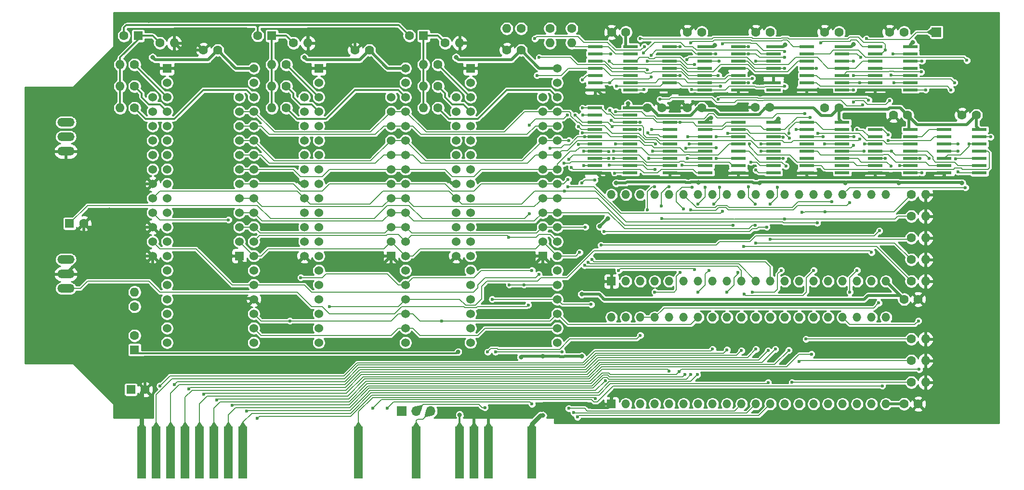
<source format=gbr>
G04 #@! TF.GenerationSoftware,KiCad,Pcbnew,(5.1.8)-1*
G04 #@! TF.CreationDate,2021-07-09T23:37:53+09:00*
G04 #@! TF.ProjectId,L3PSG6n9,4c335053-4736-46e3-992e-6b696361645f,0.2*
G04 #@! TF.SameCoordinates,PX1059ca8PY83885d0*
G04 #@! TF.FileFunction,Copper,L1,Top*
G04 #@! TF.FilePolarity,Positive*
%FSLAX46Y46*%
G04 Gerber Fmt 4.6, Leading zero omitted, Abs format (unit mm)*
G04 Created by KiCad (PCBNEW (5.1.8)-1) date 2021-07-09 23:37:53*
%MOMM*%
%LPD*%
G01*
G04 APERTURE LIST*
G04 #@! TA.AperFunction,SMDPad,CuDef*
%ADD10C,0.100000*%
G04 #@! TD*
G04 #@! TA.AperFunction,ComponentPad*
%ADD11R,1.524000X1.524000*%
G04 #@! TD*
G04 #@! TA.AperFunction,ComponentPad*
%ADD12O,1.524000X1.524000*%
G04 #@! TD*
G04 #@! TA.AperFunction,SMDPad,CuDef*
%ADD13R,2.600000X0.600000*%
G04 #@! TD*
G04 #@! TA.AperFunction,ComponentPad*
%ADD14C,1.600000*%
G04 #@! TD*
G04 #@! TA.AperFunction,ConnectorPad*
%ADD15R,1.524000X9.144000*%
G04 #@! TD*
G04 #@! TA.AperFunction,ComponentPad*
%ADD16R,1.700000X1.700000*%
G04 #@! TD*
G04 #@! TA.AperFunction,ComponentPad*
%ADD17R,1.600000X1.600000*%
G04 #@! TD*
G04 #@! TA.AperFunction,ComponentPad*
%ADD18C,1.524000*%
G04 #@! TD*
G04 #@! TA.AperFunction,ComponentPad*
%ADD19O,1.600000X1.600000*%
G04 #@! TD*
G04 #@! TA.AperFunction,ComponentPad*
%ADD20O,1.700000X1.700000*%
G04 #@! TD*
G04 #@! TA.AperFunction,ComponentPad*
%ADD21O,3.010000X1.510000*%
G04 #@! TD*
G04 #@! TA.AperFunction,ViaPad*
%ADD22C,0.800000*%
G04 #@! TD*
G04 #@! TA.AperFunction,ViaPad*
%ADD23C,0.600000*%
G04 #@! TD*
G04 #@! TA.AperFunction,Conductor*
%ADD24C,0.500000*%
G04 #@! TD*
G04 #@! TA.AperFunction,Conductor*
%ADD25C,0.800000*%
G04 #@! TD*
G04 #@! TA.AperFunction,Conductor*
%ADD26C,0.300000*%
G04 #@! TD*
G04 #@! TA.AperFunction,Conductor*
%ADD27C,0.200000*%
G04 #@! TD*
G04 #@! TA.AperFunction,Conductor*
%ADD28C,0.254000*%
G04 #@! TD*
G04 #@! TA.AperFunction,Conductor*
%ADD29C,0.100000*%
G04 #@! TD*
G04 APERTURE END LIST*
G04 #@! TA.AperFunction,SMDPad,CuDef*
D10*
G36*
X159885000Y79512000D02*
G01*
X158885000Y80132000D01*
X158885000Y80142000D01*
X159885000Y80762000D01*
X159885000Y79512000D01*
G37*
G04 #@! TD.AperFunction*
D11*
X103505000Y14732000D03*
D12*
X151765000Y29972000D03*
X106045000Y14732000D03*
X149225000Y29972000D03*
X108585000Y14732000D03*
X146685000Y29972000D03*
X111125000Y14732000D03*
X144145000Y29972000D03*
X113665000Y14732000D03*
X141605000Y29972000D03*
X116205000Y14732000D03*
X139065000Y29972000D03*
X118745000Y14732000D03*
X136525000Y29972000D03*
X121285000Y14732000D03*
X133985000Y29972000D03*
X123825000Y14732000D03*
X131445000Y29972000D03*
X126365000Y14732000D03*
X128905000Y29972000D03*
X128905000Y14732000D03*
X126365000Y29972000D03*
X131445000Y14732000D03*
X123825000Y29972000D03*
X133985000Y14732000D03*
X121285000Y29972000D03*
X136525000Y14732000D03*
X118745000Y29972000D03*
X139065000Y14732000D03*
X116205000Y29972000D03*
X141605000Y14732000D03*
X113665000Y29972000D03*
X144145000Y14732000D03*
X111125000Y29972000D03*
X146685000Y14732000D03*
X108585000Y29972000D03*
X149225000Y14732000D03*
X106045000Y29972000D03*
X151765000Y14732000D03*
X103505000Y29972000D03*
D13*
X125805000Y69977000D03*
X132005000Y69977000D03*
X125805000Y71247000D03*
X132005000Y71247000D03*
X125805000Y72517000D03*
X132005000Y72517000D03*
X125805000Y73787000D03*
X132005000Y73787000D03*
X125805000Y75057000D03*
X132005000Y75057000D03*
X125805000Y76327000D03*
X132005000Y76327000D03*
X125805000Y77597000D03*
X132005000Y77597000D03*
D14*
X131405000Y80137000D03*
X128905000Y80137000D03*
G04 #@! TA.AperFunction,SMDPad,CuDef*
D10*
G36*
X69181505Y14312388D02*
G01*
X70327018Y14581089D01*
X70334089Y14574018D01*
X70065388Y13428505D01*
X69181505Y14312388D01*
G37*
G04 #@! TD.AperFunction*
G04 #@! TA.AperFunction,SMDPad,CuDef*
G36*
X71788495Y12611612D02*
G01*
X70642982Y12342911D01*
X70635911Y12349982D01*
X70904612Y13495495D01*
X71788495Y12611612D01*
G37*
G04 #@! TD.AperFunction*
G04 #@! TA.AperFunction,SMDPad,CuDef*
G36*
X22870000Y10676000D02*
G01*
X23490000Y11676000D01*
X23500000Y11676000D01*
X24120000Y10676000D01*
X22870000Y10676000D01*
G37*
G04 #@! TD.AperFunction*
G04 #@! TA.AperFunction,SMDPad,CuDef*
G36*
X88910000Y10676000D02*
G01*
X89530000Y11676000D01*
X89540000Y11676000D01*
X90160000Y10676000D01*
X88910000Y10676000D01*
G37*
G04 #@! TD.AperFunction*
G04 #@! TA.AperFunction,SMDPad,CuDef*
G36*
X81290000Y10676000D02*
G01*
X81910000Y11676000D01*
X81920000Y11676000D01*
X82540000Y10676000D01*
X81290000Y10676000D01*
G37*
G04 #@! TD.AperFunction*
G04 #@! TA.AperFunction,SMDPad,CuDef*
G36*
X78750000Y10676000D02*
G01*
X79370000Y11676000D01*
X79380000Y11676000D01*
X80000000Y10676000D01*
X78750000Y10676000D01*
G37*
G04 #@! TD.AperFunction*
G04 #@! TA.AperFunction,SMDPad,CuDef*
G36*
X76210000Y10676000D02*
G01*
X76830000Y11676000D01*
X76840000Y11676000D01*
X77460000Y10676000D01*
X76210000Y10676000D01*
G37*
G04 #@! TD.AperFunction*
G04 #@! TA.AperFunction,SMDPad,CuDef*
G36*
X68590000Y10676000D02*
G01*
X69210000Y11676000D01*
X69220000Y11676000D01*
X69840000Y10676000D01*
X68590000Y10676000D01*
G37*
G04 #@! TD.AperFunction*
G04 #@! TA.AperFunction,SMDPad,CuDef*
G36*
X58430000Y10676000D02*
G01*
X59050000Y11676000D01*
X59060000Y11676000D01*
X59680000Y10676000D01*
X58430000Y10676000D01*
G37*
G04 #@! TD.AperFunction*
G04 #@! TA.AperFunction,SMDPad,CuDef*
G36*
X38110000Y10676000D02*
G01*
X38730000Y11676000D01*
X38740000Y11676000D01*
X39360000Y10676000D01*
X38110000Y10676000D01*
G37*
G04 #@! TD.AperFunction*
G04 #@! TA.AperFunction,SMDPad,CuDef*
G36*
X35570000Y10676000D02*
G01*
X36190000Y11676000D01*
X36200000Y11676000D01*
X36820000Y10676000D01*
X35570000Y10676000D01*
G37*
G04 #@! TD.AperFunction*
G04 #@! TA.AperFunction,SMDPad,CuDef*
G36*
X33030000Y10676000D02*
G01*
X33650000Y11676000D01*
X33660000Y11676000D01*
X34280000Y10676000D01*
X33030000Y10676000D01*
G37*
G04 #@! TD.AperFunction*
G04 #@! TA.AperFunction,SMDPad,CuDef*
G36*
X30490000Y10676000D02*
G01*
X31110000Y11676000D01*
X31120000Y11676000D01*
X31740000Y10676000D01*
X30490000Y10676000D01*
G37*
G04 #@! TD.AperFunction*
G04 #@! TA.AperFunction,SMDPad,CuDef*
G36*
X27950000Y10676000D02*
G01*
X28570000Y11676000D01*
X28580000Y11676000D01*
X29200000Y10676000D01*
X27950000Y10676000D01*
G37*
G04 #@! TD.AperFunction*
G04 #@! TA.AperFunction,SMDPad,CuDef*
G36*
X25410000Y10676000D02*
G01*
X26030000Y11676000D01*
X26040000Y11676000D01*
X26660000Y10676000D01*
X25410000Y10676000D01*
G37*
G04 #@! TD.AperFunction*
G04 #@! TA.AperFunction,SMDPad,CuDef*
G36*
X20330000Y10676000D02*
G01*
X20950000Y11676000D01*
X20960000Y11676000D01*
X21580000Y10676000D01*
X20330000Y10676000D01*
G37*
G04 #@! TD.AperFunction*
D15*
X89535000Y6223000D03*
X81915000Y6223000D03*
X79375000Y6223000D03*
X76835000Y6223000D03*
X69215000Y6223000D03*
X59055000Y6223000D03*
X38735000Y6223000D03*
X36195000Y6223000D03*
X33655000Y6223000D03*
X31115000Y6223000D03*
X28575000Y6223000D03*
X26035000Y6223000D03*
X23495000Y6223000D03*
X20955000Y6223000D03*
D16*
X160655000Y80137000D03*
D11*
X103505000Y36322000D03*
D12*
X151765000Y51562000D03*
X106045000Y36322000D03*
X149225000Y51562000D03*
X108585000Y36322000D03*
X146685000Y51562000D03*
X111125000Y36322000D03*
X144145000Y51562000D03*
X113665000Y36322000D03*
X141605000Y51562000D03*
X116205000Y36322000D03*
X139065000Y51562000D03*
X118745000Y36322000D03*
X136525000Y51562000D03*
X121285000Y36322000D03*
X133985000Y51562000D03*
X123825000Y36322000D03*
X131445000Y51562000D03*
X126365000Y36322000D03*
X128905000Y51562000D03*
X128905000Y36322000D03*
X126365000Y51562000D03*
X131445000Y36322000D03*
X123825000Y51562000D03*
X133985000Y36322000D03*
X121285000Y51562000D03*
X136525000Y36322000D03*
X118745000Y51562000D03*
X139065000Y36322000D03*
X116205000Y51562000D03*
X141605000Y36322000D03*
X113665000Y51562000D03*
X144145000Y36322000D03*
X111125000Y51562000D03*
X146685000Y36322000D03*
X108585000Y51562000D03*
X149225000Y36322000D03*
X106045000Y51562000D03*
X151765000Y36322000D03*
X103505000Y51562000D03*
D13*
X113740000Y69977000D03*
X119940000Y69977000D03*
X113740000Y71247000D03*
X119940000Y71247000D03*
X113740000Y72517000D03*
X119940000Y72517000D03*
X113740000Y73787000D03*
X119940000Y73787000D03*
X113740000Y75057000D03*
X119940000Y75057000D03*
X113740000Y76327000D03*
X119940000Y76327000D03*
X113740000Y77597000D03*
X119940000Y77597000D03*
X149860000Y69977000D03*
X156060000Y69977000D03*
X149860000Y71247000D03*
X156060000Y71247000D03*
X149860000Y72517000D03*
X156060000Y72517000D03*
X149860000Y73787000D03*
X156060000Y73787000D03*
X149860000Y75057000D03*
X156060000Y75057000D03*
X149860000Y76327000D03*
X156060000Y76327000D03*
X149860000Y77597000D03*
X156060000Y77597000D03*
X149860000Y55372000D03*
X156060000Y55372000D03*
X149860000Y56642000D03*
X156060000Y56642000D03*
X149860000Y57912000D03*
X156060000Y57912000D03*
X149860000Y59182000D03*
X156060000Y59182000D03*
X149860000Y60452000D03*
X156060000Y60452000D03*
X149860000Y61722000D03*
X156060000Y61722000D03*
X149860000Y62992000D03*
X156060000Y62992000D03*
X162000000Y55372000D03*
X168200000Y55372000D03*
X162000000Y56642000D03*
X168200000Y56642000D03*
X162000000Y57912000D03*
X168200000Y57912000D03*
X162000000Y59182000D03*
X168200000Y59182000D03*
X162000000Y60452000D03*
X168200000Y60452000D03*
X162000000Y61722000D03*
X168200000Y61722000D03*
X162000000Y62992000D03*
X168200000Y62992000D03*
X137870000Y69977000D03*
X144070000Y69977000D03*
X137870000Y71247000D03*
X144070000Y71247000D03*
X137870000Y72517000D03*
X144070000Y72517000D03*
X137870000Y73787000D03*
X144070000Y73787000D03*
X137870000Y75057000D03*
X144070000Y75057000D03*
X137870000Y76327000D03*
X144070000Y76327000D03*
X137870000Y77597000D03*
X144070000Y77597000D03*
X137870000Y55372000D03*
X144070000Y55372000D03*
X137870000Y56642000D03*
X144070000Y56642000D03*
X137870000Y57912000D03*
X144070000Y57912000D03*
X137870000Y59182000D03*
X144070000Y59182000D03*
X137870000Y60452000D03*
X144070000Y60452000D03*
X137870000Y61722000D03*
X144070000Y61722000D03*
X137870000Y62992000D03*
X144070000Y62992000D03*
X137870000Y64262000D03*
X144070000Y64262000D03*
X100659000Y69977000D03*
X106859000Y69977000D03*
X100659000Y71247000D03*
X106859000Y71247000D03*
X100659000Y72517000D03*
X106859000Y72517000D03*
X100659000Y73787000D03*
X106859000Y73787000D03*
X100659000Y75057000D03*
X106859000Y75057000D03*
X100659000Y76327000D03*
X106859000Y76327000D03*
X100659000Y77597000D03*
X106859000Y77597000D03*
X100607000Y55372000D03*
X106807000Y55372000D03*
X100607000Y56642000D03*
X106807000Y56642000D03*
X100607000Y57912000D03*
X106807000Y57912000D03*
X100607000Y59182000D03*
X106807000Y59182000D03*
X100607000Y60452000D03*
X106807000Y60452000D03*
X100607000Y61722000D03*
X106807000Y61722000D03*
X100607000Y62992000D03*
X106807000Y62992000D03*
X100607000Y64262000D03*
X106807000Y64262000D03*
X100607000Y65532000D03*
X106807000Y65532000D03*
X100607000Y66802000D03*
X106807000Y66802000D03*
X125805000Y55372000D03*
X132005000Y55372000D03*
X125805000Y56642000D03*
X132005000Y56642000D03*
X125805000Y57912000D03*
X132005000Y57912000D03*
X125805000Y59182000D03*
X132005000Y59182000D03*
X125805000Y60452000D03*
X132005000Y60452000D03*
X125805000Y61722000D03*
X132005000Y61722000D03*
X125805000Y62992000D03*
X132005000Y62992000D03*
X125805000Y64262000D03*
X132005000Y64262000D03*
X113815000Y55372000D03*
X120015000Y55372000D03*
X113815000Y56642000D03*
X120015000Y56642000D03*
X113815000Y57912000D03*
X120015000Y57912000D03*
X113815000Y59182000D03*
X120015000Y59182000D03*
X113815000Y60452000D03*
X120015000Y60452000D03*
X113815000Y61722000D03*
X120015000Y61722000D03*
X113815000Y62992000D03*
X120015000Y62992000D03*
X113815000Y64262000D03*
X120015000Y64262000D03*
D17*
X19050000Y17272000D03*
D14*
X21550000Y17272000D03*
D18*
X76200000Y40767000D03*
X76200000Y43307000D03*
X76200000Y45847000D03*
X76200000Y48387000D03*
X76200000Y50927000D03*
X76200000Y53467000D03*
X76200000Y56007000D03*
X76200000Y58547000D03*
X76200000Y61087000D03*
X76200000Y63627000D03*
X76200000Y66167000D03*
X76200000Y68707000D03*
X91440000Y68707000D03*
X91440000Y66167000D03*
X91440000Y63627000D03*
X91440000Y61087000D03*
X91440000Y58547000D03*
X91440000Y56007000D03*
X91440000Y53467000D03*
X91440000Y50927000D03*
X91440000Y48387000D03*
X91440000Y45847000D03*
X91440000Y43307000D03*
D11*
X91440000Y40767000D03*
D18*
X93980000Y73787000D03*
X93980000Y71247000D03*
X93980000Y68707000D03*
X93980000Y66167000D03*
X93980000Y63627000D03*
X93980000Y61087000D03*
X93980000Y58547000D03*
X93980000Y56007000D03*
X93980000Y53467000D03*
X93980000Y50927000D03*
X93980000Y48387000D03*
X93980000Y45847000D03*
X93980000Y43307000D03*
X93980000Y40767000D03*
X93980000Y38227000D03*
X93980000Y35687000D03*
X93980000Y33147000D03*
X93980000Y30607000D03*
X93980000Y28067000D03*
X93980000Y25527000D03*
X78740000Y25527000D03*
X78740000Y28067000D03*
X78740000Y30607000D03*
X78740000Y33147000D03*
X78740000Y35687000D03*
X78740000Y38227000D03*
X78740000Y40767000D03*
X78740000Y43307000D03*
X78740000Y45847000D03*
X78740000Y48387000D03*
X78740000Y50927000D03*
X78740000Y53467000D03*
X78740000Y56007000D03*
X78740000Y58547000D03*
X78740000Y61087000D03*
X78740000Y63627000D03*
X78740000Y66167000D03*
X78740000Y68707000D03*
X78740000Y71247000D03*
D11*
X78740000Y73787000D03*
D18*
X49530000Y40767000D03*
X49530000Y43307000D03*
X49530000Y45847000D03*
X49530000Y48387000D03*
X49530000Y50927000D03*
X49530000Y53467000D03*
X49530000Y56007000D03*
X49530000Y58547000D03*
X49530000Y61087000D03*
X49530000Y63627000D03*
X49530000Y66167000D03*
X49530000Y68707000D03*
X64770000Y68707000D03*
X64770000Y66167000D03*
X64770000Y63627000D03*
X64770000Y61087000D03*
X64770000Y58547000D03*
X64770000Y56007000D03*
X64770000Y53467000D03*
X64770000Y50927000D03*
X64770000Y48387000D03*
X64770000Y45847000D03*
X64770000Y43307000D03*
D11*
X64770000Y40767000D03*
D18*
X67310000Y73787000D03*
X67310000Y71247000D03*
X67310000Y68707000D03*
X67310000Y66167000D03*
X67310000Y63627000D03*
X67310000Y61087000D03*
X67310000Y58547000D03*
X67310000Y56007000D03*
X67310000Y53467000D03*
X67310000Y50927000D03*
X67310000Y48387000D03*
X67310000Y45847000D03*
X67310000Y43307000D03*
X67310000Y40767000D03*
X67310000Y38227000D03*
X67310000Y35687000D03*
X67310000Y33147000D03*
X67310000Y30607000D03*
X67310000Y28067000D03*
X67310000Y25527000D03*
X52070000Y25527000D03*
X52070000Y28067000D03*
X52070000Y30607000D03*
X52070000Y33147000D03*
X52070000Y35687000D03*
X52070000Y38227000D03*
X52070000Y40767000D03*
X52070000Y43307000D03*
X52070000Y45847000D03*
X52070000Y48387000D03*
X52070000Y50927000D03*
X52070000Y53467000D03*
X52070000Y56007000D03*
X52070000Y58547000D03*
X52070000Y61087000D03*
X52070000Y63627000D03*
X52070000Y66167000D03*
X52070000Y68707000D03*
X52070000Y71247000D03*
D11*
X52070000Y73787000D03*
D18*
X22860000Y40767000D03*
X22860000Y43307000D03*
X22860000Y45847000D03*
X22860000Y48387000D03*
X22860000Y50927000D03*
X22860000Y53467000D03*
X22860000Y56007000D03*
X22860000Y58547000D03*
X22860000Y61087000D03*
X22860000Y63627000D03*
X22860000Y66167000D03*
X22860000Y68707000D03*
X38100000Y68707000D03*
X38100000Y66167000D03*
X38100000Y63627000D03*
X38100000Y61087000D03*
X38100000Y58547000D03*
X38100000Y56007000D03*
X38100000Y53467000D03*
X38100000Y50927000D03*
X38100000Y48387000D03*
X38100000Y45847000D03*
X38100000Y43307000D03*
D11*
X38100000Y40767000D03*
D18*
X40640000Y73787000D03*
X40640000Y71247000D03*
X40640000Y68707000D03*
X40640000Y66167000D03*
X40640000Y63627000D03*
X40640000Y61087000D03*
X40640000Y58547000D03*
X40640000Y56007000D03*
X40640000Y53467000D03*
X40640000Y50927000D03*
X40640000Y48387000D03*
X40640000Y45847000D03*
X40640000Y43307000D03*
X40640000Y40767000D03*
X40640000Y38227000D03*
X40640000Y35687000D03*
X40640000Y33147000D03*
X40640000Y30607000D03*
X40640000Y28067000D03*
X40640000Y25527000D03*
X25400000Y25527000D03*
X25400000Y28067000D03*
X25400000Y30607000D03*
X25400000Y33147000D03*
X25400000Y35687000D03*
X25400000Y38227000D03*
X25400000Y40767000D03*
X25400000Y43307000D03*
X25400000Y45847000D03*
X25400000Y48387000D03*
X25400000Y50927000D03*
X25400000Y53467000D03*
X25400000Y56007000D03*
X25400000Y58547000D03*
X25400000Y61087000D03*
X25400000Y63627000D03*
X25400000Y66167000D03*
X25400000Y68707000D03*
X25400000Y71247000D03*
D11*
X25400000Y73787000D03*
D14*
X96520000Y80772000D03*
D19*
X96520000Y78232000D03*
D14*
X92710000Y80772000D03*
D19*
X92710000Y78232000D03*
D14*
X19685000Y31877000D03*
D19*
X19685000Y34417000D03*
D14*
X74295000Y78232000D03*
D19*
X76835000Y78232000D03*
D14*
X47625000Y78232000D03*
D19*
X50165000Y78232000D03*
D14*
X24130000Y78232000D03*
D19*
X26670000Y78232000D03*
D14*
X73025000Y66802000D03*
D19*
X70485000Y66802000D03*
D14*
X73025000Y74422000D03*
D19*
X70485000Y74422000D03*
D14*
X73025000Y70612000D03*
D19*
X70485000Y70612000D03*
D14*
X46355000Y66802000D03*
D19*
X43815000Y66802000D03*
D14*
X46355000Y74422000D03*
D19*
X43815000Y74422000D03*
D14*
X46355000Y70612000D03*
D19*
X43815000Y70612000D03*
D14*
X19685000Y66802000D03*
D19*
X17145000Y66802000D03*
D14*
X19685000Y74422000D03*
D19*
X17145000Y74422000D03*
D14*
X19685000Y70612000D03*
D19*
X17145000Y70612000D03*
D14*
X156210000Y51562000D03*
D19*
X158750000Y51562000D03*
D14*
X156210000Y47752000D03*
D19*
X158750000Y47752000D03*
D14*
X156210000Y43942000D03*
D19*
X158750000Y43942000D03*
D14*
X156210000Y40132000D03*
D19*
X158750000Y40132000D03*
D14*
X156210000Y36322000D03*
D19*
X158750000Y36322000D03*
D14*
X156210000Y18542000D03*
D19*
X158750000Y18542000D03*
D14*
X156210000Y22352000D03*
D19*
X158750000Y22352000D03*
D14*
X156210000Y26162000D03*
D19*
X158750000Y26162000D03*
D14*
X87630000Y80772000D03*
D19*
X85090000Y80772000D03*
D16*
X66675000Y13462000D03*
D20*
X69215000Y13462000D03*
X71755000Y13462000D03*
D17*
X19685000Y24257000D03*
D14*
X19685000Y26757000D03*
D17*
X70485000Y79502000D03*
D14*
X67985000Y79502000D03*
D17*
X43815000Y79502000D03*
D14*
X41315000Y79502000D03*
D17*
X20320000Y79502000D03*
D14*
X17820000Y79502000D03*
D17*
X8255000Y46482000D03*
D14*
X10755000Y46482000D03*
X119380000Y80137000D03*
X116880000Y80137000D03*
X154940000Y80137000D03*
X152440000Y80137000D03*
X155575000Y65532000D03*
X153075000Y65532000D03*
X167640000Y65532000D03*
X165140000Y65532000D03*
X143510000Y80137000D03*
X141010000Y80137000D03*
X143510000Y66802000D03*
X141010000Y66802000D03*
X106045000Y80137000D03*
X103545000Y80137000D03*
X109855000Y66802000D03*
X112355000Y66802000D03*
X131318000Y66929000D03*
X128818000Y66929000D03*
X119380000Y66802000D03*
X116880000Y66802000D03*
X154940000Y33147000D03*
X157440000Y33147000D03*
X154940000Y14732000D03*
X157440000Y14732000D03*
X87630000Y76962000D03*
X85130000Y76962000D03*
X60960000Y76962000D03*
X58460000Y76962000D03*
X34290000Y76962000D03*
X31790000Y76962000D03*
D21*
X7620000Y40132000D03*
X7620000Y37592000D03*
X7620000Y35052000D03*
X7620000Y64262000D03*
X7620000Y61722000D03*
X7620000Y59182000D03*
D22*
X91440000Y12700000D03*
X22860000Y75692000D03*
X49530000Y75692000D03*
X76200000Y75692000D03*
X129540000Y53594000D03*
X132842000Y64897000D03*
X106426000Y67564000D03*
X118837030Y53671985D03*
X104340311Y53582990D03*
X91440000Y23114000D03*
X98298000Y23114000D03*
X102870000Y47371000D03*
X101473000Y45974000D03*
X98298000Y34036000D03*
X134006513Y77912971D03*
X146050000Y77978000D03*
X154050998Y53594000D03*
X165119712Y53582990D03*
X156464000Y78359000D03*
X87630000Y22987000D03*
X121725843Y77791165D03*
X144664990Y53594000D03*
X121031000Y65023942D03*
X76835000Y12827000D03*
X76581000Y23876000D03*
D23*
X94830861Y23885109D03*
X83135000Y23885111D03*
X123063000Y48641000D03*
X128905000Y75057000D03*
X95885000Y52959000D03*
X36195000Y47117000D03*
X73660000Y29337000D03*
X46990000Y29337000D03*
X118745000Y34417000D03*
X120650000Y38227000D03*
X64135000Y14004990D03*
X89535000Y14732000D03*
X90805000Y75692000D03*
X151130000Y17907000D03*
X61595000Y14004990D03*
X147320000Y75692000D03*
X151637990Y57912000D03*
X140716000Y61722000D03*
X131064000Y18507010D03*
X41275000Y12192018D03*
X39370000Y13462000D03*
X104775000Y38227000D03*
X102426494Y18808438D03*
X118110000Y38350968D03*
X117475000Y78232000D03*
X36830000Y14493979D03*
X116459000Y19939000D03*
X117475000Y48860010D03*
X146177000Y61722000D03*
X145415000Y50165000D03*
X113665000Y20507065D03*
X34163000Y15401990D03*
X134683500Y24193500D03*
X31877000Y16417990D03*
X131064000Y24130000D03*
X29210000Y17395968D03*
X126365000Y24130000D03*
X26670000Y18161000D03*
X103378000Y76327000D03*
X121285000Y24384000D03*
X24130000Y17907002D03*
X104394000Y70612000D03*
X122682006Y70612000D03*
X102234996Y45085000D03*
X100711000Y15706946D03*
X130809998Y45847000D03*
X134761768Y62357000D03*
X123825000Y34417000D03*
X125730000Y37846000D03*
X118618000Y19895746D03*
X136017006Y62992000D03*
X140970000Y60452000D03*
X142240000Y50292000D03*
X117473593Y19897136D03*
X115443000Y20447000D03*
X157607000Y20828000D03*
X164425936Y60432266D03*
X138684000Y23495000D03*
X133985000Y70612000D03*
X118110000Y74422000D03*
X117609057Y70014751D03*
X132334000Y24384000D03*
X128905001Y24383999D03*
X123825000Y24257000D03*
X81754599Y23885109D03*
X81280000Y14112979D03*
X150495000Y32512000D03*
X108585000Y26797000D03*
X85471000Y44069000D03*
X85559990Y35687000D03*
X90043000Y78994000D03*
X88138000Y35687000D03*
X109303746Y77597000D03*
X109821260Y75009263D03*
X137702990Y26162000D03*
X98477589Y65584589D03*
X95996004Y13970000D03*
X136525000Y22225000D03*
X97705472Y63537292D03*
X96901000Y13207998D03*
X135255000Y18542000D03*
X103165022Y75057000D03*
X97696650Y60386017D03*
X97536000Y12446004D03*
X98806002Y39116000D03*
X100584000Y54102000D03*
X104053743Y55339485D03*
X98298000Y53594000D03*
X126746000Y42418000D03*
X99441000Y39624000D03*
X128905002Y43053000D03*
X103920990Y57912000D03*
X100075998Y40132000D03*
X131445000Y43688000D03*
X104267000Y60452000D03*
X108585000Y62992000D03*
X133985000Y47278990D03*
X112395000Y47371000D03*
X137033000Y48456989D03*
X133985000Y76708000D03*
X141097000Y48514000D03*
X122428000Y75057000D03*
X123063000Y78105004D03*
X121920000Y59817000D03*
X92710000Y59690000D03*
X103105056Y56711987D03*
X90741500Y37528500D03*
X111217010Y55972010D03*
X116586000Y59690000D03*
X147193000Y71247000D03*
X98813012Y61710537D03*
X148716990Y68199000D03*
X122301006Y68326000D03*
X95227957Y52197000D03*
X139700000Y46578980D03*
X133985000Y73787000D03*
X95178116Y57078116D03*
X96042032Y61087000D03*
X96489887Y56305831D03*
X96012000Y57785000D03*
X95885000Y54229000D03*
X128905000Y55880000D03*
X124933012Y46135988D03*
X127635000Y52959000D03*
X128778000Y49911000D03*
X129794000Y59182000D03*
X128778000Y46135990D03*
X98933000Y45847000D03*
X98679000Y59182000D03*
X103071476Y59147979D03*
X108585000Y64262000D03*
X103496762Y64633998D03*
X151638000Y76962000D03*
X154178000Y56642000D03*
X108585000Y78994000D03*
X98679000Y56642000D03*
X97917000Y41402000D03*
X111252000Y60452000D03*
X98393917Y62391990D03*
X116778260Y75308085D03*
X48895000Y36957000D03*
X103886012Y59182000D03*
X146065979Y60198000D03*
X146050000Y72517000D03*
X103632000Y63500000D03*
X97163445Y65515517D03*
X89535000Y38227000D03*
X53975000Y31877000D03*
X149225000Y41402000D03*
X152654000Y72560272D03*
X82549982Y33147000D03*
X99949000Y32258000D03*
X150622000Y45212000D03*
X153035000Y76327000D03*
X101676009Y42672000D03*
X110617000Y62992000D03*
X123952000Y62357000D03*
X147192996Y61341000D03*
X103251000Y71247000D03*
X103251006Y66421000D03*
X121827990Y76327000D03*
X148335996Y78994000D03*
X110490000Y72263000D03*
X110490000Y76072990D03*
X110744000Y59182000D03*
X145415000Y34417000D03*
X146685000Y38227000D03*
X147954984Y59182000D03*
X115570000Y37846000D03*
X111125000Y34417000D03*
X116840000Y57912000D03*
X164465000Y59182000D03*
X157480000Y29337000D03*
X163830000Y71247000D03*
X116967000Y61722000D03*
X139065000Y38227000D03*
X134790272Y61456806D03*
X126872994Y34036000D03*
X128270000Y34417000D03*
X133350000Y38227000D03*
X134175500Y56578500D03*
X132715000Y52848499D03*
X131445000Y49876010D03*
X133731002Y57912000D03*
X133739439Y61619636D03*
X109898272Y62400272D03*
X110109000Y57912000D03*
X111125000Y52959000D03*
X109855000Y48860010D03*
X115951000Y56769000D03*
X170180000Y61722000D03*
X165735000Y52782980D03*
X113665004Y52959000D03*
X112288228Y49550228D03*
X117221000Y60452000D03*
X116205000Y49022000D03*
X117729000Y52832000D03*
X121919994Y61722000D03*
X120015000Y52832000D03*
X121954990Y57912000D03*
X118744988Y49861965D03*
X122555000Y52832000D03*
X128016000Y57277000D03*
X121508761Y49925733D03*
X129793998Y60452000D03*
X98425000Y66802000D03*
X115570000Y64262000D03*
X115570000Y77597000D03*
X98425000Y71754998D03*
X115555831Y72482117D03*
X140335000Y78232000D03*
X138429992Y65151000D03*
X103082961Y57911994D03*
X139573000Y73787000D03*
X104267000Y66167000D03*
X137540990Y65786000D03*
X148036626Y60452000D03*
X112014000Y68311568D03*
X147701000Y67344990D03*
X109855000Y73533000D03*
X152654083Y56555539D03*
X152180989Y61087000D03*
X166370000Y60452000D03*
X165989000Y75184000D03*
X164465000Y55554947D03*
X163195000Y69977000D03*
X152400000Y68072000D03*
X146050000Y69977000D03*
X153162000Y71247000D03*
X146050002Y67818002D03*
X157734000Y57912000D03*
X157988000Y73152000D03*
X146685000Y62992000D03*
X146050000Y75057000D03*
X152781001Y59182001D03*
X152146000Y62103000D03*
X159385000Y57912000D03*
X164049212Y57861242D03*
X127762000Y60452000D03*
X122301000Y72516994D03*
X158115000Y75057000D03*
X158115000Y55372000D03*
X158750000Y69977000D03*
D22*
X89154000Y12700000D03*
X79375000Y12827000D03*
X140970000Y69342000D03*
X141097000Y55245000D03*
X33135010Y40882010D03*
X33135010Y37072010D03*
X33135010Y33262010D03*
X74930000Y12827000D03*
X76148999Y25475999D03*
X128921254Y54529989D03*
X117001672Y54571999D03*
X104144355Y69111578D03*
X102799483Y54483000D03*
X103505000Y43942000D03*
X101600000Y26912010D03*
X101600000Y24892000D03*
X33020000Y25527000D03*
X59690000Y25527000D03*
X17757979Y22964979D03*
X22194999Y80487999D03*
X22194995Y82169000D03*
X103505000Y40767000D03*
X129667000Y69226990D03*
X166243001Y54483000D03*
X129540001Y71247001D03*
X86348990Y54737000D03*
X86348990Y26797000D03*
X154051000Y69215000D03*
X153797000Y54737000D03*
X86348990Y59551990D03*
X60059010Y59805010D03*
X33285990Y59828990D03*
X39374874Y80522874D03*
X39374874Y82291126D03*
X65786000Y80518000D03*
X65786000Y82296000D03*
X86117010Y71489990D03*
D23*
X116332000Y76200000D03*
D22*
X116840000Y69457010D03*
X15240000Y50419000D03*
X15240000Y48895000D03*
X33281999Y54729001D03*
X59951999Y54729001D03*
X54610000Y54737000D03*
X81280000Y54737000D03*
X86106000Y39497000D03*
X59944000Y39497000D03*
D23*
X95758000Y65566990D03*
X89090500Y48196500D03*
X89090500Y63817500D03*
X88900000Y32131004D03*
X90424000Y72516992D03*
X127635000Y76327000D03*
X127635000Y71247000D03*
X133985000Y75692000D03*
X139827000Y62357000D03*
X109263272Y70020272D03*
X109162986Y76448345D03*
X127635000Y77597000D03*
X128270000Y72009000D03*
D24*
X32620001Y75292001D02*
X34290000Y76962000D01*
X23259999Y75292001D02*
X32620001Y75292001D01*
X22860000Y75692000D02*
X23259999Y75292001D01*
X34290000Y76962000D02*
X37465000Y73787000D01*
X37465000Y73787000D02*
X40640000Y73787000D01*
X59290001Y75292001D02*
X60960000Y76962000D01*
X49929999Y75292001D02*
X59290001Y75292001D01*
X49530000Y75692000D02*
X49929999Y75292001D01*
X60960000Y76962000D02*
X64135000Y73787000D01*
X64135000Y73787000D02*
X67310000Y73787000D01*
X85960001Y75292001D02*
X87630000Y76962000D01*
X76599999Y75292001D02*
X85960001Y75292001D01*
X76200000Y75692000D02*
X76599999Y75292001D01*
X87630000Y76962000D02*
X90805000Y73787000D01*
X90805000Y73787000D02*
X93980000Y73787000D01*
X151765000Y14732000D02*
X154940000Y14732000D01*
X151765000Y36322000D02*
X154940000Y33147000D01*
X106105000Y66802000D02*
X109855000Y66802000D01*
X106045000Y77717000D02*
X106165000Y77597000D01*
X106045000Y80137000D02*
X106045000Y77717000D01*
X131445000Y64322000D02*
X131505000Y64262000D01*
X131505000Y64262000D02*
X132207000Y64262000D01*
X132207000Y64262000D02*
X132842000Y64897000D01*
X106426000Y67123000D02*
X106105000Y66802000D01*
X106426000Y67564000D02*
X106426000Y67123000D01*
X118695985Y53813030D02*
X118837030Y53671985D01*
X110430998Y66802000D02*
X109855000Y66802000D01*
X111412499Y65820499D02*
X110430998Y66802000D01*
X111412499Y65819499D02*
X111412499Y65820499D01*
X117444999Y65501999D02*
X111729999Y65501999D01*
X118745000Y66802000D02*
X117444999Y65501999D01*
X111729999Y65501999D02*
X111412499Y65819499D01*
X119380000Y66802000D02*
X118745000Y66802000D01*
X91440000Y23114000D02*
X94417968Y23114000D01*
X94446860Y23085108D02*
X95221108Y23085108D01*
X94417968Y23114000D02*
X94446860Y23085108D01*
X95221108Y23085108D02*
X95250000Y23114000D01*
X95250000Y23114000D02*
X98298000Y23114000D01*
X102870000Y47371000D02*
X101473000Y45974000D01*
X101346000Y34036000D02*
X98298000Y34036000D01*
X102235000Y33147000D02*
X101346000Y34036000D01*
X147955000Y33147000D02*
X102235000Y33147000D01*
X148590000Y33782000D02*
X147955000Y33147000D01*
X154305000Y33782000D02*
X148590000Y33782000D01*
X154940000Y33147000D02*
X154305000Y33782000D01*
D25*
X89535000Y11176000D02*
X89535000Y6223000D01*
X91059000Y12700000D02*
X89535000Y11176000D01*
D24*
X91059000Y12700000D02*
X91440000Y12700000D01*
X132005000Y77597000D02*
X133690542Y77597000D01*
X133690542Y77597000D02*
X134006513Y77912971D01*
X144070000Y77597000D02*
X145669000Y77597000D01*
X145669000Y77597000D02*
X146050000Y77978000D01*
X167640000Y63552000D02*
X168200000Y62992000D01*
X167640000Y65532000D02*
X167640000Y63552000D01*
X156060000Y77597000D02*
X156060000Y77955000D01*
X156060000Y77955000D02*
X156464000Y78359000D01*
X87757000Y23114000D02*
X87630000Y22987000D01*
X91440000Y23114000D02*
X87757000Y23114000D01*
X119940000Y77597000D02*
X121531678Y77597000D01*
X121531678Y77597000D02*
X121725843Y77791165D01*
X164981702Y53721000D02*
X165119712Y53582990D01*
X154177998Y53721000D02*
X164981702Y53721000D01*
X154050998Y53594000D02*
X154177998Y53721000D01*
X117509970Y53813030D02*
X128306211Y53813030D01*
X128306211Y53813030D02*
X128489253Y53629988D01*
X116419681Y53821988D02*
X116569671Y53671998D01*
X144892979Y53821989D02*
X144664990Y53594000D01*
X144445960Y53813030D02*
X144664990Y53594000D01*
X153823009Y53821989D02*
X144892979Y53821989D01*
X116569671Y53671998D02*
X117368938Y53671998D01*
X154050998Y53594000D02*
X153823009Y53821989D01*
X129536297Y53813030D02*
X144445960Y53813030D01*
X129353255Y53629988D02*
X129536297Y53813030D01*
X128489253Y53629988D02*
X129353255Y53629988D01*
X117368938Y53671998D02*
X117509970Y53813030D01*
X106272988Y53821988D02*
X116419681Y53821988D01*
X104340311Y53582990D02*
X106033990Y53582990D01*
X106033990Y53582990D02*
X106272988Y53821988D01*
X155829000Y63223000D02*
X156060000Y62992000D01*
X155829000Y65278000D02*
X155829000Y63223000D01*
X155575000Y65532000D02*
X155829000Y65278000D01*
X143775009Y66536991D02*
X143510000Y66802000D01*
X152155989Y66536991D02*
X143775009Y66536991D01*
X152450999Y66832001D02*
X152155989Y66536991D01*
X154274999Y66832001D02*
X152450999Y66832001D01*
X155575000Y65532000D02*
X154274999Y66832001D01*
X157226000Y63881000D02*
X165989000Y63881000D01*
X165989000Y63881000D02*
X167640000Y65532000D01*
X155575000Y65532000D02*
X157226000Y63881000D01*
X143510000Y64822000D02*
X144070000Y64262000D01*
X143510000Y66802000D02*
X143510000Y64822000D01*
X130615002Y66802000D02*
X129442002Y65629000D01*
X121639535Y66374060D02*
X119807940Y66374060D01*
X139065000Y66802000D02*
X130615002Y66802000D01*
X119807940Y66374060D02*
X119380000Y66802000D01*
X140365001Y65501999D02*
X139065000Y66802000D01*
X129442002Y65629000D02*
X122384595Y65629000D01*
X143510000Y66802000D02*
X142209999Y65501999D01*
X122384595Y65629000D02*
X121639535Y66374060D01*
X142209999Y65501999D02*
X140365001Y65501999D01*
X120776942Y65023942D02*
X121031000Y65023942D01*
X120015000Y64262000D02*
X120776942Y65023942D01*
D26*
X20327011Y23614989D02*
X19685000Y24257000D01*
X34805011Y23614989D02*
X20327011Y23614989D01*
X34813019Y23606981D02*
X34805011Y23614989D01*
X76311981Y23606981D02*
X34813019Y23606981D01*
X76581000Y23876000D02*
X76311981Y23606981D01*
X76835000Y12827000D02*
X76835000Y6223000D01*
D27*
X83135002Y23885109D02*
X83135000Y23885111D01*
X94830861Y23885109D02*
X83135002Y23885109D01*
X132005000Y75057000D02*
X128905000Y75057000D01*
X100457000Y52959000D02*
X95885000Y52959000D01*
X105156000Y48260000D02*
X100457000Y52959000D01*
X122682000Y48260000D02*
X105156000Y48260000D01*
X123063000Y48641000D02*
X122682000Y48260000D01*
X22860000Y48387000D02*
X24130000Y47117000D01*
X24130000Y47117000D02*
X36195000Y47117000D01*
X40640000Y30607000D02*
X41910000Y29337000D01*
X92710000Y29337000D02*
X93980000Y30607000D01*
X95885000Y28702000D02*
X93980000Y30607000D01*
X117475000Y28702000D02*
X95885000Y28702000D01*
X118745000Y29972000D02*
X117475000Y28702000D01*
X67310000Y30607000D02*
X66040000Y30607000D01*
X66040000Y30607000D02*
X64770000Y29337000D01*
X41910000Y29337000D02*
X64770000Y29337000D01*
X67310000Y30607000D02*
X68580000Y30607000D01*
X68580000Y30607000D02*
X69850000Y29337000D01*
X69850000Y29337000D02*
X92710000Y29337000D01*
X118745000Y34417000D02*
X120015000Y35687000D01*
X120015000Y35687000D02*
X120015000Y37592000D01*
X120015000Y37592000D02*
X120650000Y38227000D01*
X65217944Y15087934D02*
X64135000Y14004990D01*
X89179066Y15087934D02*
X89535000Y14732000D01*
X89179066Y15087934D02*
X65217944Y15087934D01*
X97536000Y74422000D02*
X96266000Y75692000D01*
X103616321Y73152000D02*
X102346322Y74422000D01*
X110743002Y73152000D02*
X110524001Y72932999D01*
X115823002Y73152000D02*
X110743002Y73152000D01*
X110524001Y72932999D02*
X109566998Y72932998D01*
X124079000Y72517000D02*
X123444000Y71882000D01*
X125805000Y72517000D02*
X124079000Y72517000D01*
X109566998Y72932998D02*
X109347996Y73152000D01*
X117093002Y71882000D02*
X115823002Y73152000D01*
X96266000Y75692000D02*
X90805000Y75692000D01*
X102346322Y74422000D02*
X97536000Y74422000D01*
X123444000Y71882000D02*
X117093002Y71882000D01*
X109347996Y73152000D02*
X103616321Y73152000D01*
X146685000Y76327000D02*
X147320000Y75692000D01*
X144070000Y76327000D02*
X146685000Y76327000D01*
X149860000Y57912000D02*
X151637990Y57912000D01*
X63077955Y15487945D02*
X61595000Y14004990D01*
X100041999Y15487945D02*
X63077955Y15487945D01*
X100422999Y15106945D02*
X100041999Y15487945D01*
X100999001Y15106945D02*
X100422999Y15106945D01*
X103799056Y17907000D02*
X100999001Y15106945D01*
X151130000Y17907000D02*
X103799056Y17907000D01*
X138430000Y61722000D02*
X140716000Y61722000D01*
X103339311Y18307011D02*
X130864001Y18307011D01*
X101339256Y16306956D02*
X103339311Y18307011D01*
X61423239Y16306956D02*
X101339256Y16306956D01*
X57689283Y12573000D02*
X61423239Y16306956D01*
X41655982Y12573000D02*
X57689283Y12573000D01*
X130864001Y18307011D02*
X131064000Y18507010D01*
X41275000Y12192018D02*
X41655982Y12573000D01*
X61125022Y17106978D02*
X61091861Y17106977D01*
X61379022Y17106978D02*
X61091861Y17106977D01*
X61125022Y17106978D02*
X61379022Y17106978D01*
X100725034Y17106978D02*
X102426494Y18808438D01*
X61379022Y17106978D02*
X100725034Y17106978D01*
X39497000Y13589000D02*
X39370000Y13462000D01*
X57573885Y13589000D02*
X39497000Y13589000D01*
X60452000Y16467115D02*
X57573885Y13589000D01*
X61091861Y17106977D02*
X60452000Y16467115D01*
X117910001Y38550967D02*
X118110000Y38350968D01*
X104775000Y38227000D02*
X105098967Y38550967D01*
X105098967Y38550967D02*
X117910001Y38550967D01*
X135494998Y77597000D02*
X134351612Y78740386D01*
X133637384Y78740386D02*
X133483987Y78586989D01*
X121349191Y78531999D02*
X117774999Y78531999D01*
X133483987Y78586989D02*
X128227310Y78586990D01*
X134351612Y78740386D02*
X133637384Y78740386D01*
X137870000Y77597000D02*
X135494998Y77597000D01*
X128045798Y78768502D02*
X121585694Y78768502D01*
X128227310Y78586990D02*
X128045798Y78768502D01*
X117774999Y78531999D02*
X117475000Y78232000D01*
X121585694Y78768502D02*
X121349191Y78531999D01*
X102000350Y19808450D02*
X102880184Y19808450D01*
X100098899Y17906999D02*
X102000350Y19808450D01*
X116027044Y19507044D02*
X116459000Y19939000D01*
X60760485Y17906999D02*
X100098899Y17906999D01*
X102880184Y19808450D02*
X103181590Y19507044D01*
X36830000Y14493979D02*
X36941021Y14605000D01*
X57458486Y14605000D02*
X60760485Y17906999D01*
X103181590Y19507044D02*
X116027044Y19507044D01*
X36941021Y14605000D02*
X57458486Y14605000D01*
X144070000Y61722000D02*
X146177000Y61722000D01*
X144906991Y49656991D02*
X145415000Y50165000D01*
X136270991Y49656991D02*
X144906991Y49656991D01*
X135489989Y48875989D02*
X136270991Y49656991D01*
X124040313Y48875989D02*
X135489989Y48875989D01*
X122333641Y49256990D02*
X123659312Y49256990D01*
X123659312Y49256990D02*
X124040313Y48875989D01*
X121863661Y48787010D02*
X122333641Y49256990D01*
X117494010Y48787010D02*
X121863661Y48787010D01*
X57302088Y15621000D02*
X34382010Y15621000D01*
X101867564Y20807064D02*
X99780456Y18719956D01*
X113365001Y20807064D02*
X101867564Y20807064D01*
X113665000Y20507065D02*
X113365001Y20807064D01*
X34382010Y15621000D02*
X34163000Y15401990D01*
X60401044Y18719956D02*
X57302088Y15621000D01*
X99780456Y18719956D02*
X60401044Y18719956D01*
X56940489Y16617989D02*
X32076999Y16617989D01*
X32076999Y16617989D02*
X31877000Y16417990D01*
X59842478Y19519978D02*
X56940489Y16617989D01*
X99449078Y19519978D02*
X59842478Y19519978D01*
X101601080Y21671980D02*
X99449078Y19519978D01*
X132161980Y21671980D02*
X101601080Y21671980D01*
X134683500Y24193500D02*
X132161980Y21671980D01*
X29467032Y17653000D02*
X29210000Y17395968D01*
X56745800Y17653000D02*
X29467032Y17653000D01*
X59412800Y20320000D02*
X56745800Y17653000D01*
X99117700Y20320000D02*
X59412800Y20320000D01*
X101276700Y22479000D02*
X99117700Y20320000D01*
X129413000Y22479000D02*
X101276700Y22479000D01*
X131064000Y24130000D02*
X129413000Y22479000D01*
X27178000Y18669000D02*
X26670000Y18161000D01*
X56630400Y18669000D02*
X27178000Y18669000D01*
X59132378Y21170978D02*
X56630400Y18669000D01*
X98837278Y21170978D02*
X59132378Y21170978D01*
X100945322Y23279022D02*
X98837278Y21170978D01*
X125514022Y23279022D02*
X100945322Y23279022D01*
X126365000Y24130000D02*
X125514022Y23279022D01*
X100965000Y76327000D02*
X102365000Y76327000D01*
X100965000Y76327000D02*
X103378000Y76327000D01*
X25907998Y19685000D02*
X24130000Y17907002D01*
X56515000Y19685000D02*
X25907998Y19685000D01*
X58801000Y21971000D02*
X56515000Y19685000D01*
X98505900Y21971000D02*
X58801000Y21971000D01*
X100613944Y24079044D02*
X98505900Y21971000D01*
X120980044Y24079044D02*
X100613944Y24079044D01*
X121285000Y24384000D02*
X120980044Y24079044D01*
X104818264Y70612000D02*
X104394000Y70612000D01*
X112113273Y70620273D02*
X104826537Y70620273D01*
X113740000Y71247000D02*
X112740000Y71247000D01*
X104826537Y70620273D02*
X104818264Y70612000D01*
X112740000Y71247000D02*
X112113273Y70620273D01*
X115948248Y70614752D02*
X122679254Y70614752D01*
X115316000Y71247000D02*
X115948248Y70614752D01*
X113740000Y71247000D02*
X115316000Y71247000D01*
X122679254Y70614752D02*
X122682006Y70612000D01*
X70358000Y12065000D02*
X69469000Y12065000D01*
X70358000Y12065000D02*
X71755000Y13462000D01*
X69469000Y12065000D02*
X69215000Y11811000D01*
X69215000Y11811000D02*
X69215000Y6223000D01*
X59055000Y6223000D02*
X59055000Y13373020D01*
X61575990Y15894010D02*
X100523936Y15894010D01*
X100523936Y15894010D02*
X100711000Y15706946D01*
X59055000Y13373020D02*
X61575990Y15894010D01*
X139446000Y64262000D02*
X137870000Y64262000D01*
X140716000Y62992000D02*
X139446000Y64262000D01*
X143630000Y62992000D02*
X140716000Y62992000D01*
X102234996Y45085000D02*
X127819700Y45085000D01*
X127819700Y45085000D02*
X128270688Y45535988D01*
X128270688Y45535988D02*
X129066002Y45535988D01*
X129066002Y45535988D02*
X129377014Y45847000D01*
X129377014Y45847000D02*
X130809998Y45847000D01*
X134761768Y63133768D02*
X134761768Y62357000D01*
X135890000Y64262000D02*
X134761768Y63133768D01*
X137870000Y64262000D02*
X135890000Y64262000D01*
X123825000Y34417000D02*
X125095000Y35687000D01*
X125095000Y36957000D02*
X125730000Y37592000D01*
X125095000Y35687000D02*
X125095000Y36957000D01*
X125730000Y37592000D02*
X125730000Y37846000D01*
X117429276Y18707022D02*
X118618000Y19895746D01*
X103173622Y18707022D02*
X117429276Y18707022D01*
X101173567Y16706967D02*
X103173622Y18707022D01*
X61257550Y16706967D02*
X101173567Y16706967D01*
X38735000Y6223000D02*
X38735000Y11557000D01*
X57650602Y13100019D02*
X61257550Y16706967D01*
X40278019Y13100019D02*
X57650602Y13100019D01*
X38735000Y11557000D02*
X40278019Y13100019D01*
X138430000Y62992000D02*
X136017006Y62992000D01*
X36195000Y6223000D02*
X36195000Y12827000D01*
X36195000Y12827000D02*
X37465000Y14097000D01*
X143630000Y60452000D02*
X140970000Y60452000D01*
X103015901Y19107033D02*
X116683490Y19107033D01*
X37465000Y14097000D02*
X57516187Y14097000D01*
X100264588Y17506988D02*
X102166039Y19408439D01*
X116683490Y19107033D02*
X117473593Y19897136D01*
X60926175Y17506988D02*
X100264588Y17506988D01*
X102714495Y19408439D02*
X103015901Y19107033D01*
X57516187Y14097000D02*
X60926175Y17506988D01*
X102166039Y19408439D02*
X102714495Y19408439D01*
X135324300Y49276000D02*
X136340300Y50292000D01*
X118457011Y49261964D02*
X119032989Y49261964D01*
X136340300Y50292000D02*
X142240000Y50292000D01*
X116205000Y51513975D02*
X118457011Y49261964D01*
X116205000Y51562000D02*
X116205000Y51513975D01*
X119032989Y49261964D02*
X119050049Y49279024D01*
X121789976Y49325732D02*
X122121244Y49657000D01*
X121789976Y49279024D02*
X121789976Y49325732D01*
X122121244Y49657000D02*
X123825000Y49657000D01*
X123825000Y49657000D02*
X124206000Y49276000D01*
X124206000Y49276000D02*
X135324300Y49276000D01*
X121750054Y49279024D02*
X121897015Y49425985D01*
X121034024Y49279024D02*
X121750054Y49279024D01*
X119050049Y49279024D02*
X121034024Y49279024D01*
X121034024Y49279024D02*
X121789976Y49279024D01*
X103347279Y19907055D02*
X103045873Y20208461D01*
X103045873Y20208461D02*
X101834661Y20208461D01*
X60852007Y18307007D02*
X60594795Y18307007D01*
X99946145Y18319945D02*
X60864945Y18319945D01*
X101834661Y20208461D02*
X99946145Y18319945D01*
X57381777Y15093989D02*
X34743001Y15093989D01*
X33655000Y14005988D02*
X33655000Y6223000D01*
X34743001Y15093989D02*
X33655000Y14005988D01*
X114903055Y19907055D02*
X103347279Y19907055D01*
X60864945Y18319945D02*
X60852007Y18307007D01*
X60594795Y18307007D02*
X57381777Y15093989D01*
X115443000Y20447000D02*
X114903055Y19907055D01*
X115443000Y20447000D02*
X115824000Y20828000D01*
X115824000Y20828000D02*
X157607000Y20828000D01*
X164406202Y60452000D02*
X164425936Y60432266D01*
X162000000Y60452000D02*
X164406202Y60452000D01*
X31115000Y14767988D02*
X31115000Y6223000D01*
X32476012Y16129000D02*
X31115000Y14767988D01*
X99614767Y19119967D02*
X60140967Y19119967D01*
X101766769Y21271969D02*
X99614767Y19119967D01*
X57150000Y16129000D02*
X32476012Y16129000D01*
X134301969Y21271969D02*
X101766769Y21271969D01*
X136525000Y23495000D02*
X134301969Y21271969D01*
X60140967Y19119967D02*
X57150000Y16129000D01*
X138684000Y23495000D02*
X136525000Y23495000D01*
X130488005Y70577001D02*
X133950001Y70577001D01*
X130408003Y70496999D02*
X130488005Y70577001D01*
X128916999Y70496999D02*
X130408003Y70496999D01*
X133950001Y70577001D02*
X133985000Y70612000D01*
X128786997Y70627001D02*
X128916999Y70496999D01*
X124221001Y70627001D02*
X128786997Y70627001D01*
X123571000Y69977000D02*
X124221001Y70627001D01*
X119940000Y69977000D02*
X123571000Y69977000D01*
X119940000Y69977000D02*
X117646808Y69977000D01*
X117646808Y69977000D02*
X117609057Y70014751D01*
X116815802Y74422000D02*
X118110000Y74422000D01*
X111031993Y75472989D02*
X111236003Y75676999D01*
X115560803Y75676999D02*
X116815802Y74422000D01*
X110201999Y75472989D02*
X111031993Y75472989D01*
X109997989Y75676999D02*
X110201999Y75472989D01*
X111236003Y75676999D02*
X115560803Y75676999D01*
X107853002Y75057000D02*
X108473001Y75676999D01*
X106859000Y75057000D02*
X107853002Y75057000D01*
X108473001Y75676999D02*
X109997989Y75676999D01*
X56803500Y17145000D02*
X29809014Y17145000D01*
X59578489Y19919989D02*
X56803500Y17145000D01*
X28575000Y15910986D02*
X28575000Y6223000D01*
X99283389Y19919989D02*
X59578489Y19919989D01*
X29809014Y17145000D02*
X28575000Y15910986D01*
X101435391Y22071991D02*
X99283389Y19919989D01*
X130021991Y22071991D02*
X101435391Y22071991D01*
X132334000Y24384000D02*
X130021991Y22071991D01*
X26035000Y16637998D02*
X26035000Y6223000D01*
X56688100Y18161000D02*
X27558002Y18161000D01*
X59298067Y20770967D02*
X56688100Y18161000D01*
X99002967Y20770967D02*
X59298067Y20770967D01*
X101111011Y22879011D02*
X99002967Y20770967D01*
X27558002Y18161000D02*
X26035000Y16637998D01*
X127400013Y22879011D02*
X101111011Y22879011D01*
X128905001Y24383999D02*
X127400013Y22879011D01*
X26289000Y19177000D02*
X23495000Y16383000D01*
X23495000Y16383000D02*
X23495000Y6223000D01*
X56572700Y19177000D02*
X26289000Y19177000D01*
X58966689Y21570989D02*
X56572700Y19177000D01*
X98671589Y21570989D02*
X58966689Y21570989D01*
X100779633Y23679033D02*
X98671589Y21570989D01*
X123247033Y23679033D02*
X100779633Y23679033D01*
X123825000Y24257000D02*
X123247033Y23679033D01*
X69215000Y13462000D02*
X70434840Y14681840D01*
X70434840Y14681840D02*
X73660000Y14681840D01*
X73660000Y14681840D02*
X73710160Y14681840D01*
X108585000Y29972000D02*
X111125000Y29972000D01*
X149606000Y31623000D02*
X150495000Y32512000D01*
X112776000Y31623000D02*
X149606000Y31623000D01*
X111125000Y29972000D02*
X112776000Y31623000D01*
X81754599Y23885109D02*
X82354603Y24485113D01*
X82354603Y24485113D02*
X83423002Y24485113D01*
X83423002Y24485113D02*
X83550004Y24358111D01*
X83550004Y24358111D02*
X94415859Y24358111D01*
X94415859Y24358111D02*
X96219748Y26162000D01*
X96219748Y26162000D02*
X107950000Y26162000D01*
X107950000Y26162000D02*
X108585000Y26797000D01*
X81280000Y14112979D02*
X80787979Y14112979D01*
X80219118Y14681840D02*
X80213840Y14681840D01*
X80787979Y14112979D02*
X80219118Y14681840D01*
X73660000Y14681840D02*
X80213840Y14681840D01*
X90805000Y44577000D02*
X90297000Y44069000D01*
X90297000Y44069000D02*
X85471000Y44069000D01*
X93980000Y43307000D02*
X92710000Y44577000D01*
X92710000Y44577000D02*
X90805000Y44577000D01*
X66040000Y44577000D02*
X67310000Y43307000D01*
X64135000Y44577000D02*
X66040000Y44577000D01*
X63927001Y44369001D02*
X64135000Y44577000D01*
X41702001Y44369001D02*
X63927001Y44369001D01*
X40640000Y43307000D02*
X41702001Y44369001D01*
X68372001Y44369001D02*
X85170999Y44369001D01*
X85170999Y44369001D02*
X85471000Y44069000D01*
X67310000Y43307000D02*
X68372001Y44369001D01*
X93980000Y35687000D02*
X85559990Y35687000D01*
X113740000Y75057000D02*
X109868997Y75057000D01*
X109868997Y75057000D02*
X109821260Y75009263D01*
X116885102Y73787000D02*
X119940000Y73787000D01*
X115615102Y75057000D02*
X116885102Y73787000D01*
X113740000Y75057000D02*
X115615102Y75057000D01*
X108653745Y76946999D02*
X109303746Y77597000D01*
X104211701Y76946999D02*
X108653745Y76946999D01*
X102799700Y78359000D02*
X104211701Y76946999D01*
X98679000Y78359000D02*
X102799700Y78359000D01*
X90424000Y79375000D02*
X97663000Y79375000D01*
X97663000Y79375000D02*
X98679000Y78359000D01*
X90043000Y78994000D02*
X90424000Y79375000D01*
X156210000Y26162000D02*
X137702990Y26162000D01*
X98530178Y65532000D02*
X98477589Y65584589D01*
X100905000Y65532000D02*
X98530178Y65532000D01*
X98806000Y13970000D02*
X95996004Y13970000D01*
X126365000Y14732000D02*
X125139912Y13506912D01*
X125139912Y13506912D02*
X99269088Y13506912D01*
X99269088Y13506912D02*
X98806000Y13970000D01*
X156210000Y22352000D02*
X136652000Y22352000D01*
X136652000Y22352000D02*
X136525000Y22225000D01*
X98250764Y62992000D02*
X97705472Y63537292D01*
X100905000Y62992000D02*
X98250764Y62992000D01*
X128905000Y14732000D02*
X127279891Y13106891D01*
X127279891Y13106891D02*
X97002107Y13106891D01*
X97002107Y13106891D02*
X96901000Y13207998D01*
X135255000Y18542000D02*
X156210000Y18542000D01*
X100905000Y60452000D02*
X97762633Y60452000D01*
X97762633Y60452000D02*
X97696650Y60386017D01*
X97789996Y12700000D02*
X97536000Y12446004D01*
X129413000Y12700000D02*
X97789996Y12700000D01*
X131445000Y14732000D02*
X129413000Y12700000D01*
X136370000Y75057000D02*
X137870000Y75057000D01*
X134480001Y73167001D02*
X136370000Y75057000D01*
X128774599Y73167001D02*
X134480001Y73167001D01*
X127504599Y74437001D02*
X128774599Y73167001D01*
X103165022Y75057000D02*
X103812760Y74409262D01*
X121445002Y73152000D02*
X122730003Y74437001D01*
X103812760Y74409262D02*
X115697140Y74409262D01*
X115697140Y74409262D02*
X116954402Y73152000D01*
X116954402Y73152000D02*
X121445002Y73152000D01*
X122730003Y74437001D02*
X127504599Y74437001D01*
X106105000Y55372000D02*
X104086258Y55372000D01*
X104086258Y55372000D02*
X104053743Y55339485D01*
X98806002Y39116000D02*
X98971024Y38950978D01*
X125641022Y38950978D02*
X126365000Y38227000D01*
X126365000Y38227000D02*
X126365000Y36322000D01*
X98971024Y38950978D02*
X125641022Y38950978D01*
X100584000Y54102000D02*
X98806000Y54102000D01*
X98806000Y54102000D02*
X98298000Y53594000D01*
X150114000Y42418000D02*
X126746000Y42418000D01*
X156210000Y36322000D02*
X150114000Y42418000D01*
X99441000Y39624000D02*
X99714011Y39350989D01*
X99714011Y39350989D02*
X125876011Y39350989D01*
X125876011Y39350989D02*
X128905000Y36322000D01*
X156210000Y40132000D02*
X153289000Y43053000D01*
X153289000Y43053000D02*
X128905002Y43053000D01*
X106105000Y57912000D02*
X103920990Y57912000D01*
X130556000Y39751000D02*
X100456998Y39751000D01*
X131445000Y38862000D02*
X130556000Y39751000D01*
X131445000Y36322000D02*
X131445000Y38862000D01*
X100456998Y39751000D02*
X100075998Y40132000D01*
X155956000Y43688000D02*
X131445000Y43688000D01*
X156210000Y43942000D02*
X155956000Y43688000D01*
X106105000Y60452000D02*
X104267000Y60452000D01*
X106105000Y62992000D02*
X108585000Y62992000D01*
X153381690Y47278990D02*
X133985000Y47278990D01*
X153854700Y47752000D02*
X153381690Y47278990D01*
X156210000Y47752000D02*
X153854700Y47752000D01*
X125129990Y47278990D02*
X133985000Y47278990D01*
X112487010Y47278990D02*
X112395000Y47371000D01*
X125095000Y47278990D02*
X112487010Y47278990D01*
X153165023Y48517023D02*
X137517298Y48517023D01*
X156210000Y51562000D02*
X153165023Y48517023D01*
X137517298Y48517023D02*
X137457264Y48456989D01*
X137457264Y48456989D02*
X137033000Y48456989D01*
X119940000Y75057000D02*
X122428000Y75057000D01*
X133985000Y76708000D02*
X133765999Y76927001D01*
X130209999Y76927001D02*
X128950021Y78186979D01*
X128061621Y78186979D02*
X127970601Y78277999D01*
X133765999Y76927001D02*
X130209999Y76927001D01*
X127970601Y78277999D02*
X123235995Y78277999D01*
X123235995Y78277999D02*
X123063000Y78105004D01*
X128950021Y78186979D02*
X128061621Y78186979D01*
D26*
X24130000Y67437000D02*
X25400000Y66167000D01*
X22225000Y67437000D02*
X24130000Y67437000D01*
X20955000Y68707000D02*
X22225000Y67437000D01*
X20955000Y69342000D02*
X20955000Y68707000D01*
X19685000Y70612000D02*
X20955000Y69342000D01*
X25400000Y68707000D02*
X19685000Y74422000D01*
X40640000Y68707000D02*
X39370000Y69977000D01*
X19685000Y66802000D02*
X21590000Y64897000D01*
X21590000Y64897000D02*
X26670000Y64897000D01*
X26670000Y64897000D02*
X31750000Y69977000D01*
X39370000Y69977000D02*
X31750000Y69977000D01*
X47625000Y68707000D02*
X47625000Y69342000D01*
X48895000Y67437000D02*
X47625000Y68707000D01*
X50800000Y67437000D02*
X48895000Y67437000D01*
X47625000Y69342000D02*
X46355000Y70612000D01*
X52070000Y66167000D02*
X50800000Y67437000D01*
X52070000Y68707000D02*
X46355000Y74422000D01*
X67310000Y68707000D02*
X66040000Y69977000D01*
X46355000Y66802000D02*
X48260000Y64897000D01*
X48260000Y64897000D02*
X53340000Y64897000D01*
X53340000Y64897000D02*
X58420000Y69977000D01*
X66040000Y69977000D02*
X58420000Y69977000D01*
X78740000Y66167000D02*
X77470000Y67437000D01*
X77470000Y67437000D02*
X75565000Y67437000D01*
X75565000Y67437000D02*
X74295000Y68707000D01*
X74295000Y68707000D02*
X74295000Y69342000D01*
X74295000Y69342000D02*
X73025000Y70612000D01*
X78740000Y68707000D02*
X73025000Y74422000D01*
X93980000Y68707000D02*
X92710000Y69977000D01*
X73025000Y66802000D02*
X74930000Y64897000D01*
X74930000Y64897000D02*
X80010000Y64897000D01*
X80010000Y64897000D02*
X85090000Y69977000D01*
X92710000Y69977000D02*
X85090000Y69977000D01*
D27*
X36830000Y35687000D02*
X40640000Y35687000D01*
X30480000Y42037000D02*
X36830000Y35687000D01*
X24130000Y42037000D02*
X30480000Y42037000D01*
X22860000Y43307000D02*
X24130000Y42037000D01*
X90170000Y36957000D02*
X90741500Y37528500D01*
X81280000Y36957000D02*
X90170000Y36957000D01*
X40640000Y35687000D02*
X49530000Y35687000D01*
X49530000Y35687000D02*
X50800000Y34417000D01*
X80010000Y35687000D02*
X81280000Y36957000D01*
X109810578Y55972010D02*
X111217010Y55972010D01*
X103105056Y56711987D02*
X109070601Y56711987D01*
X109070601Y56711987D02*
X109810578Y55972010D01*
X116713000Y59817000D02*
X116586000Y59690000D01*
X121920000Y59817000D02*
X116713000Y59817000D01*
X144070000Y71247000D02*
X148082000Y71247000D01*
X150435000Y71247000D02*
X148082000Y71247000D01*
X98801549Y61722000D02*
X98813012Y61710537D01*
X98679000Y61722000D02*
X98801549Y61722000D01*
X98824475Y61722000D02*
X98813012Y61710537D01*
X100905000Y61722000D02*
X98824475Y61722000D01*
X97572816Y61710537D02*
X98813012Y61710537D01*
X96187279Y60325000D02*
X97572816Y61710537D01*
X95146881Y60325000D02*
X96187279Y60325000D01*
X94638881Y59817000D02*
X95146881Y60325000D01*
X92837000Y59817000D02*
X94638881Y59817000D01*
X92710000Y59690000D02*
X92837000Y59817000D01*
X80010000Y35179000D02*
X79248000Y34417000D01*
X50800000Y34417000D02*
X79248000Y34417000D01*
X80010000Y35179000D02*
X80010000Y35687000D01*
X129307000Y68476989D02*
X129219977Y68564012D01*
X122539018Y68564012D02*
X122301006Y68326000D01*
X148361015Y68554975D02*
X130104986Y68554975D01*
X148716990Y68199000D02*
X148361015Y68554975D01*
X130027000Y68476989D02*
X129307000Y68476989D01*
X130104986Y68554975D02*
X130027000Y68476989D01*
X129219977Y68564012D02*
X122539018Y68564012D01*
X40640000Y28067000D02*
X41910000Y26797000D01*
X67310000Y28067000D02*
X66040000Y28067000D01*
X66040000Y28067000D02*
X64770000Y26797000D01*
X41910000Y26797000D02*
X64770000Y26797000D01*
X67310000Y28067000D02*
X68580000Y28067000D01*
X68580000Y28067000D02*
X69850000Y26797000D01*
X81280000Y28067000D02*
X80010000Y26797000D01*
X93980000Y28067000D02*
X81280000Y28067000D01*
X69850000Y26797000D02*
X80010000Y26797000D01*
X95227957Y52197000D02*
X100653302Y52197000D01*
X100653302Y52197000D02*
X106114302Y46736000D01*
X106114302Y46736000D02*
X133639986Y46736000D01*
X133639986Y46736000D02*
X133797006Y46578980D01*
X132005000Y73787000D02*
X133985000Y73787000D01*
X128720300Y73787000D02*
X132005000Y73787000D01*
X127450300Y75057000D02*
X128720300Y73787000D01*
X125805000Y75057000D02*
X127450300Y75057000D01*
X133797006Y46578980D02*
X139700000Y46578980D01*
X50592001Y49864999D02*
X49530000Y50927000D01*
X61040999Y49864999D02*
X50592001Y49864999D01*
X63373000Y52197000D02*
X61040999Y49864999D01*
X74930000Y52197000D02*
X63373000Y52197000D01*
X76200000Y50927000D02*
X74930000Y52197000D01*
X90043000Y52197000D02*
X95227957Y52197000D01*
X87710999Y49864999D02*
X90043000Y52197000D01*
X77262001Y49864999D02*
X87710999Y49864999D01*
X76200000Y50927000D02*
X77262001Y49864999D01*
X24130000Y52197000D02*
X48260000Y52197000D01*
X48260000Y52197000D02*
X49530000Y50927000D01*
X22860000Y50927000D02*
X24130000Y52197000D01*
X38100000Y66167000D02*
X40640000Y66167000D01*
X64770000Y66167000D02*
X67310000Y66167000D01*
X91440000Y66167000D02*
X93980000Y66167000D01*
X70927988Y62549012D02*
X84647012Y62549012D01*
X67310000Y66167000D02*
X70927988Y62549012D01*
X84647012Y62549012D02*
X88265000Y66167000D01*
X88265000Y66167000D02*
X91440000Y66167000D01*
X61152012Y62549012D02*
X64770000Y66167000D01*
X40640000Y66167000D02*
X44257988Y62549012D01*
X44257988Y62549012D02*
X61152012Y62549012D01*
X109474000Y61214000D02*
X111379000Y61214000D01*
X103632000Y62357000D02*
X108331000Y62357000D01*
X111379000Y61214000D02*
X112141000Y60452000D01*
X102327001Y63661999D02*
X103632000Y62357000D01*
X112141000Y60452000D02*
X114300000Y60452000D01*
X98429309Y63661999D02*
X102327001Y63661999D01*
X97829308Y64262000D02*
X98429309Y63661999D01*
X97536000Y64262000D02*
X97829308Y64262000D01*
X96393000Y65405000D02*
X97536000Y64262000D01*
X108331000Y62357000D02*
X109474000Y61214000D01*
X96393000Y65913000D02*
X96393000Y65405000D01*
X96139000Y66167000D02*
X96393000Y65913000D01*
X93980000Y66167000D02*
X96139000Y66167000D01*
X38100000Y63627000D02*
X40640000Y63627000D01*
X64770000Y63627000D02*
X67310000Y63627000D01*
X93980000Y63627000D02*
X91440000Y63627000D01*
X41910000Y63627000D02*
X40640000Y63627000D01*
X43387999Y62149001D02*
X41910000Y63627000D01*
X63500000Y63627000D02*
X62022001Y62149001D01*
X62022001Y62149001D02*
X43387999Y62149001D01*
X64770000Y63627000D02*
X63500000Y63627000D01*
X90170000Y63627000D02*
X91440000Y63627000D01*
X88692001Y62149001D02*
X90170000Y63627000D01*
X70057999Y62149001D02*
X88692001Y62149001D01*
X68580000Y63627000D02*
X70057999Y62149001D01*
X67310000Y63627000D02*
X68580000Y63627000D01*
X109706288Y56642000D02*
X109036295Y57311993D01*
X114300000Y56642000D02*
X109706288Y56642000D01*
X109036295Y57311993D02*
X96426997Y57311993D01*
X96426997Y57311993D02*
X96193120Y57078116D01*
X96193120Y57078116D02*
X95178116Y57078116D01*
X38100000Y61087000D02*
X40640000Y61087000D01*
X64770000Y61087000D02*
X67310000Y61087000D01*
X91440000Y61087000D02*
X93980000Y61087000D01*
X93980000Y61691998D02*
X93980000Y61087000D01*
X93980000Y61087000D02*
X96042032Y61087000D01*
X96773717Y56022001D02*
X96489887Y56305831D01*
X108569999Y56022001D02*
X96773717Y56022001D01*
X109220000Y55372000D02*
X108569999Y56022001D01*
X111640500Y55372000D02*
X109220000Y55372000D01*
X112290501Y56022001D02*
X111640500Y55372000D01*
X117837499Y56022001D02*
X112290501Y56022001D01*
X118487500Y55372000D02*
X117837499Y56022001D01*
X119500000Y55372000D02*
X118487500Y55372000D01*
X120015000Y55372000D02*
X118487500Y55372000D01*
X87837999Y57484999D02*
X91440000Y61087000D01*
X70912001Y57484999D02*
X87837999Y57484999D01*
X67310000Y61087000D02*
X70912001Y57484999D01*
X44242001Y57484999D02*
X61167999Y57484999D01*
X40640000Y61087000D02*
X44242001Y57484999D01*
X61167999Y57484999D02*
X64770000Y61087000D01*
X38100000Y58547000D02*
X40640000Y58547000D01*
X64770000Y58547000D02*
X67310000Y58547000D01*
X91440000Y58547000D02*
X93980000Y58547000D01*
X41910000Y58547000D02*
X40640000Y58547000D01*
X43387999Y57069001D02*
X41910000Y58547000D01*
X62022001Y57069001D02*
X63500000Y58547000D01*
X62022001Y57069001D02*
X43387999Y57069001D01*
X63500000Y58547000D02*
X64770000Y58547000D01*
X68580000Y58547000D02*
X67310000Y58547000D01*
X70042012Y57084988D02*
X68580000Y58547000D01*
X88707988Y57084988D02*
X90170000Y58547000D01*
X88707988Y57084988D02*
X70042012Y57084988D01*
X90170000Y58547000D02*
X91440000Y58547000D01*
X93980000Y58547000D02*
X94741999Y59308999D01*
X94741999Y59308999D02*
X95736976Y59308999D01*
X115570996Y59817000D02*
X116383974Y59004022D01*
X95736976Y59308999D02*
X97514977Y61087000D01*
X110596991Y60217011D02*
X110997002Y59817000D01*
X110997002Y59817000D02*
X115570996Y59817000D01*
X109339589Y60217011D02*
X110596991Y60217011D01*
X116383974Y59004022D02*
X119322022Y59004022D01*
X119322022Y59004022D02*
X119500000Y59182000D01*
X97514977Y61087000D02*
X108469600Y61087000D01*
X108469600Y61087000D02*
X109339589Y60217011D01*
X38100000Y56007000D02*
X40640000Y56007000D01*
X64770000Y56007000D02*
X67310000Y56007000D01*
X91440000Y56007000D02*
X93980000Y56007000D01*
X104428920Y59817000D02*
X104902000Y59817000D01*
X97251999Y59182000D02*
X96266000Y59182000D01*
X97886999Y59817000D02*
X97251999Y59182000D01*
X93980000Y56896000D02*
X93980000Y56007000D01*
X96266000Y59182000D02*
X93980000Y56896000D01*
X104902000Y59817000D02*
X97886999Y59817000D01*
X124206000Y60452000D02*
X126305000Y60452000D01*
X108839996Y59817000D02*
X110109996Y58547000D01*
X116618492Y58547000D02*
X116675503Y58604011D01*
X117251505Y58604011D02*
X117308516Y58547000D01*
X110109996Y58547000D02*
X116618492Y58547000D01*
X116675503Y58604011D02*
X117251505Y58604011D01*
X104902000Y59817000D02*
X108839996Y59817000D01*
X122301000Y58547000D02*
X124206000Y60452000D01*
X117308516Y58547000D02*
X122301000Y58547000D01*
X52705000Y54737000D02*
X53975000Y56007000D01*
X53975000Y56007000D02*
X64770000Y56007000D01*
X48895000Y54737000D02*
X52705000Y54737000D01*
X47625000Y56007000D02*
X48895000Y54737000D01*
X40640000Y56007000D02*
X47625000Y56007000D01*
X74295000Y56007000D02*
X67310000Y56007000D01*
X75565000Y54737000D02*
X74295000Y56007000D01*
X79375000Y54737000D02*
X75565000Y54737000D01*
X80645000Y56007000D02*
X79375000Y54737000D01*
X91440000Y56007000D02*
X80645000Y56007000D01*
X38100000Y53467000D02*
X40640000Y53467000D01*
X64770000Y53467000D02*
X67310000Y53467000D01*
X91440000Y53467000D02*
X93980000Y53467000D01*
X95123000Y53467000D02*
X95885000Y54229000D01*
X93980000Y53467000D02*
X95123000Y53467000D01*
X115570000Y57404000D02*
X116332000Y57404000D01*
X115443000Y57277000D02*
X115570000Y57404000D01*
X109636988Y57277000D02*
X115443000Y57277000D01*
X108360953Y58553035D02*
X109636988Y57277000D01*
X103364534Y58553035D02*
X108360953Y58553035D01*
X103359477Y58547978D02*
X103364534Y58553035D01*
X96774978Y58547978D02*
X103359477Y58547978D01*
X116332000Y57404000D02*
X116459000Y57277000D01*
X96012000Y57785000D02*
X96774978Y58547978D01*
X124841000Y56642000D02*
X124206000Y57277000D01*
X125805000Y56642000D02*
X124841000Y56642000D01*
X116459000Y57277000D02*
X124206000Y57277000D01*
X47625000Y53467000D02*
X40640000Y53467000D01*
X52705000Y52197000D02*
X48895000Y52197000D01*
X53975000Y53467000D02*
X52705000Y52197000D01*
X48895000Y52197000D02*
X47625000Y53467000D01*
X64770000Y53467000D02*
X53975000Y53467000D01*
X74295000Y53467000D02*
X67310000Y53467000D01*
X75565000Y52197000D02*
X74295000Y53467000D01*
X79375000Y52197000D02*
X75565000Y52197000D01*
X80645000Y53467000D02*
X79375000Y52197000D01*
X91440000Y53467000D02*
X80645000Y53467000D01*
X38100000Y50927000D02*
X40640000Y50927000D01*
X64770000Y50927000D02*
X67310000Y50927000D01*
X91440000Y50927000D02*
X93980000Y50927000D01*
X129413000Y55372000D02*
X128905000Y55880000D01*
X131505000Y55372000D02*
X129413000Y55372000D01*
X93980000Y50927000D02*
X101092000Y50927000D01*
X105883012Y46135988D02*
X124933012Y46135988D01*
X101092000Y50927000D02*
X105883012Y46135988D01*
X42117999Y49449001D02*
X40640000Y50927000D01*
X63292001Y49449001D02*
X42117999Y49449001D01*
X64770000Y50927000D02*
X63292001Y49449001D01*
X90678001Y50165001D02*
X91440000Y50927000D01*
X89962001Y49449001D02*
X90678001Y50165001D01*
X68787999Y49449001D02*
X89962001Y49449001D01*
X67310000Y50927000D02*
X68787999Y49449001D01*
X64770000Y48387000D02*
X67310000Y48387000D01*
X38100000Y48387000D02*
X40640000Y48387000D01*
X91440000Y48387000D02*
X93980000Y48387000D01*
X127635000Y52959000D02*
X127635000Y51054000D01*
X127635000Y51054000D02*
X128778000Y49911000D01*
X128778000Y49911000D02*
X128905000Y49784000D01*
X131505000Y59182000D02*
X129794000Y59182000D01*
X127704986Y45535986D02*
X128304990Y46135990D01*
X124160983Y45547001D02*
X124171998Y45535986D01*
X102997000Y48387000D02*
X105836999Y45547001D01*
X128304990Y46135990D02*
X128778000Y46135990D01*
X124171998Y45535986D02*
X127704986Y45535986D01*
X105836999Y45547001D02*
X124160983Y45547001D01*
X93980000Y48387000D02*
X102997000Y48387000D01*
X63292001Y46909001D02*
X64770000Y48387000D01*
X42117999Y46909001D02*
X63292001Y46909001D01*
X40640000Y48387000D02*
X42117999Y46909001D01*
X89962001Y46909001D02*
X91440000Y48387000D01*
X68787999Y46909001D02*
X89962001Y46909001D01*
X67310000Y48387000D02*
X68787999Y46909001D01*
X38100000Y45847000D02*
X40640000Y45847000D01*
X64770000Y45847000D02*
X67310000Y45847000D01*
X91440000Y45847000D02*
X93980000Y45847000D01*
X93980000Y45847000D02*
X98933000Y45847000D01*
X100905000Y59182000D02*
X98679000Y59182000D01*
X100905000Y59182000D02*
X103037455Y59182000D01*
X103037455Y59182000D02*
X103071476Y59147979D01*
X103868760Y64262000D02*
X103496762Y64633998D01*
X108585000Y64262000D02*
X103868760Y64262000D01*
X149860000Y76327000D02*
X151003000Y76327000D01*
X151003000Y76327000D02*
X151638000Y76962000D01*
X154178000Y56642000D02*
X156060000Y56642000D01*
X90362012Y44769012D02*
X91440000Y45847000D01*
X67310000Y45847000D02*
X68387988Y44769012D01*
X68387988Y44769012D02*
X90362012Y44769012D01*
X63692012Y44769012D02*
X64770000Y45847000D01*
X41717988Y44769012D02*
X63692012Y44769012D01*
X40640000Y45847000D02*
X41717988Y44769012D01*
X109009264Y78994000D02*
X108585000Y78994000D01*
X109044262Y78959002D02*
X109009264Y78994000D01*
X121210494Y78959002D02*
X109044262Y78959002D01*
X121420005Y79168513D02*
X121210494Y78959002D01*
X151638000Y76962000D02*
X151638000Y77978000D01*
X151638000Y77978000D02*
X151257000Y78359000D01*
X145073075Y78906075D02*
X134751622Y78906076D01*
X128393000Y78987000D02*
X128211487Y79168513D01*
X146939996Y79248000D02*
X145415000Y79248000D01*
X145415000Y79248000D02*
X145073075Y78906075D01*
X151257000Y78359000D02*
X147828996Y78359000D01*
X134751622Y78906076D02*
X134517301Y79140397D01*
X147828996Y78359000D02*
X146939996Y79248000D01*
X134517301Y79140397D02*
X133471695Y79140397D01*
X128211487Y79168513D02*
X121420005Y79168513D01*
X133471695Y79140397D02*
X133318298Y78987000D01*
X133318298Y78987000D02*
X128393000Y78987000D01*
X38100000Y43307000D02*
X40640000Y40767000D01*
X64770000Y43307000D02*
X67310000Y40767000D01*
X91440000Y43307000D02*
X93980000Y40767000D01*
X100905000Y56642000D02*
X98679000Y56642000D01*
X103901504Y61722000D02*
X103886000Y61737504D01*
X93980000Y40767000D02*
X97282000Y40767000D01*
X97282000Y40767000D02*
X97917000Y41402000D01*
X110952001Y60751999D02*
X111252000Y60452000D01*
X109370301Y60751999D02*
X110952001Y60751999D01*
X103901504Y61722000D02*
X108400300Y61722000D01*
X108400300Y61722000D02*
X109370301Y60751999D01*
X103901504Y61722000D02*
X103378000Y61722000D01*
X103378000Y61722000D02*
X102708010Y62391990D01*
X102708010Y62391990D02*
X98393917Y62391990D01*
X63500000Y42037000D02*
X64770000Y43307000D01*
X43180000Y42037000D02*
X63500000Y42037000D01*
X41910000Y40767000D02*
X43180000Y42037000D01*
X40640000Y40767000D02*
X41910000Y40767000D01*
X90170000Y42037000D02*
X91440000Y43307000D01*
X69850000Y42037000D02*
X90170000Y42037000D01*
X68580000Y40767000D02*
X69850000Y42037000D01*
X67310000Y40767000D02*
X68580000Y40767000D01*
X144070000Y73787000D02*
X141605000Y73787000D01*
X139700000Y75692000D02*
X135890000Y75692000D01*
X135890000Y75692000D02*
X134620000Y74422000D01*
X117162175Y75692000D02*
X116778260Y75308085D01*
X128651000Y74422000D02*
X127381000Y75692000D01*
X127381000Y75692000D02*
X117162175Y75692000D01*
X134620000Y74422000D02*
X128651000Y74422000D01*
X141605000Y73787000D02*
X139700000Y75692000D01*
X147701000Y75057000D02*
X150435000Y75057000D01*
X146431000Y73787000D02*
X147701000Y75057000D01*
X144070000Y73787000D02*
X146431000Y73787000D01*
X52705000Y36957000D02*
X53340000Y37592000D01*
X48895000Y36957000D02*
X52705000Y36957000D01*
X67310000Y35687000D02*
X66040000Y35687000D01*
X66040000Y35687000D02*
X64135000Y37592000D01*
X53340000Y37592000D02*
X64135000Y37592000D01*
X106105000Y59182000D02*
X103886012Y59182000D01*
X150435000Y72517000D02*
X146050000Y72517000D01*
X103782158Y63650158D02*
X103632000Y63500000D01*
X108885840Y63650158D02*
X103782158Y63650158D01*
X109185001Y63350997D02*
X108885840Y63650158D01*
X109639689Y61614011D02*
X109185001Y62068699D01*
X111544689Y61614011D02*
X109639689Y61614011D01*
X109185001Y62068699D02*
X109185001Y63350997D01*
X112071700Y61087000D02*
X111544689Y61614011D01*
X128013149Y61087000D02*
X112071700Y61087000D01*
X129283149Y59817000D02*
X128013149Y61087000D01*
X145684979Y59817000D02*
X129283149Y59817000D01*
X146065979Y60198000D02*
X145684979Y59817000D01*
X103632000Y63500000D02*
X102870000Y64262000D01*
X98416962Y64262000D02*
X97163445Y65515517D01*
X102870000Y64262000D02*
X98416962Y64262000D01*
X68580000Y36957000D02*
X79375000Y36957000D01*
X67310000Y35687000D02*
X68580000Y36957000D01*
X80645000Y38227000D02*
X89535000Y38227000D01*
X79375000Y36957000D02*
X80645000Y38227000D01*
X66040000Y31877000D02*
X53975000Y31877000D01*
X67310000Y33147000D02*
X66040000Y31877000D01*
X67310000Y33147000D02*
X76835000Y33147000D01*
X76835000Y33147000D02*
X77897001Y32084999D01*
X77897001Y32084999D02*
X79582999Y32084999D01*
X79582999Y32084999D02*
X80679998Y33181998D01*
X80679998Y33181998D02*
X80679998Y35398998D01*
X80679998Y35398998D02*
X81603000Y36322000D01*
X81603000Y36322000D02*
X90503238Y36322000D01*
X90503238Y36322000D02*
X91138238Y36957000D01*
X91138238Y36957000D02*
X95710238Y36957000D01*
X95710238Y36957000D02*
X100455237Y41701999D01*
X100455237Y41701999D02*
X148925001Y41701999D01*
X148925001Y41701999D02*
X149225000Y41402000D01*
X152697272Y72517000D02*
X152654000Y72560272D01*
X155635000Y72517000D02*
X152697272Y72517000D01*
X93980000Y33147000D02*
X82549982Y33147000D01*
X94869000Y32258000D02*
X99949000Y32258000D01*
X93980000Y33147000D02*
X94869000Y32258000D01*
X155635000Y76327000D02*
X153035000Y76327000D01*
X121920000Y42672000D02*
X101676009Y42672000D01*
X122555000Y43307000D02*
X121920000Y42672000D01*
X128905998Y44323000D02*
X127889998Y43307000D01*
X149733000Y44323000D02*
X128905998Y44323000D01*
X150622000Y45212000D02*
X149733000Y44323000D01*
X127889998Y43307000D02*
X122555000Y43307000D01*
X114300000Y62992000D02*
X110617000Y62992000D01*
X128697599Y61052001D02*
X133545001Y61052001D01*
X123952000Y62357000D02*
X127392600Y62357000D01*
X133891002Y60706000D02*
X135127002Y60706000D01*
X135127002Y60706000D02*
X135473003Y61052001D01*
X135473003Y61052001D02*
X146903997Y61052001D01*
X133545001Y61052001D02*
X133891002Y60706000D01*
X146903997Y61052001D02*
X147192996Y61341000D01*
X127392600Y62357000D02*
X128697599Y61052001D01*
X100965000Y71247000D02*
X103251000Y71247000D01*
X106807000Y65532000D02*
X104013998Y65532000D01*
X103251006Y66294992D02*
X103251006Y66421000D01*
X104013998Y65532000D02*
X103251006Y66294992D01*
X119940000Y76327000D02*
X121827990Y76327000D01*
X157131998Y80137000D02*
X155861998Y78867000D01*
X160655000Y80137000D02*
X157131998Y80137000D01*
X155861998Y78867000D02*
X148462996Y78867000D01*
X148462996Y78867000D02*
X148335996Y78994000D01*
X111394001Y76977001D02*
X111394001Y76977001D01*
X110126501Y71899501D02*
X110490000Y72263000D01*
X103903501Y71899501D02*
X110126501Y71899501D01*
X103251000Y71247000D02*
X103903501Y71899501D01*
X110553500Y72199500D02*
X110490000Y72263000D01*
X110490000Y76073000D02*
X110490000Y76072990D01*
X111394001Y76977001D02*
X110490000Y76073000D01*
X117713999Y76977001D02*
X111394001Y76977001D01*
X118364000Y76327000D02*
X117713999Y76977001D01*
X119940000Y76327000D02*
X118364000Y76327000D01*
X114300000Y59182000D02*
X110744000Y59182000D01*
X145415000Y34417000D02*
X145415000Y36957000D01*
X145415000Y36957000D02*
X146685000Y38227000D01*
X143630000Y59182000D02*
X147954984Y59182000D01*
X114935000Y37211000D02*
X115570000Y37846000D01*
X114935000Y34798998D02*
X114935000Y37211000D01*
X114553002Y34417000D02*
X114935000Y34798998D01*
X111125000Y34417000D02*
X114553002Y34417000D01*
X119500000Y57912000D02*
X116840000Y57912000D01*
X162000000Y59182000D02*
X164465000Y59182000D01*
X144145000Y29972000D02*
X145415000Y28702000D01*
X145415000Y28702000D02*
X156845000Y28702000D01*
X157480000Y29337000D02*
X156845000Y28702000D01*
X163195000Y71882000D02*
X163830000Y71247000D01*
X139573000Y72517000D02*
X140208000Y71882000D01*
X137870000Y72517000D02*
X139573000Y72517000D01*
X140208000Y71882000D02*
X163195000Y71882000D01*
X119500000Y61722000D02*
X116967000Y61722000D01*
X127323300Y62992000D02*
X127990587Y62324713D01*
X127990587Y62324713D02*
X133922365Y62324713D01*
X126305000Y62992000D02*
X127323300Y62992000D01*
X133922365Y62324713D02*
X134790272Y61456806D01*
X127126994Y33782000D02*
X126872994Y34036000D01*
X137160000Y33782000D02*
X127126994Y33782000D01*
X137795000Y36957000D02*
X137795000Y34417000D01*
X137795000Y34417000D02*
X137160000Y33782000D01*
X139065000Y38227000D02*
X137795000Y36957000D01*
X133477000Y57277000D02*
X134175500Y56578500D01*
X129599998Y57277000D02*
X133477000Y57277000D01*
X127694998Y59182000D02*
X129599998Y57277000D01*
X126305000Y59182000D02*
X127694998Y59182000D01*
X132715000Y34925000D02*
X132715000Y37592000D01*
X132207000Y34417000D02*
X132715000Y34925000D01*
X132715000Y37592000D02*
X133350000Y38227000D01*
X128270000Y34417000D02*
X132207000Y34417000D01*
X132715000Y52848499D02*
X132715000Y51146010D01*
X132715000Y51146010D02*
X131445000Y49876010D01*
X131505000Y57912000D02*
X133731002Y57912000D01*
X133637075Y61722000D02*
X133739439Y61619636D01*
X131505000Y61722000D02*
X133637075Y61722000D01*
X110198271Y62100273D02*
X109898272Y62400272D01*
X111762727Y62100273D02*
X110198271Y62100273D01*
X112141000Y61722000D02*
X111762727Y62100273D01*
X114300000Y61722000D02*
X112141000Y61722000D01*
X114300000Y57912000D02*
X110109000Y57912000D01*
X109855000Y52113264D02*
X109855000Y48860010D01*
X110700736Y52959000D02*
X109855000Y52113264D01*
X111125000Y52959000D02*
X110700736Y52959000D01*
X119500000Y56642000D02*
X116078000Y56642000D01*
X116078000Y56642000D02*
X115951000Y56769000D01*
X168200000Y61722000D02*
X170180000Y61722000D01*
X145365980Y52782980D02*
X165735000Y52782980D01*
X144145000Y51562000D02*
X145365980Y52782980D01*
X119500000Y60452000D02*
X117221000Y60452000D01*
X113665004Y52959000D02*
X113411000Y52959000D01*
X113411000Y52959000D02*
X112288228Y51836228D01*
X112288228Y51836228D02*
X112288228Y49550228D01*
X115886531Y52832000D02*
X117729000Y52832000D01*
X114935000Y51880469D02*
X115886531Y52832000D01*
X114935000Y50292000D02*
X114935000Y51880469D01*
X116205000Y49022000D02*
X114935000Y50292000D01*
X126305000Y61722000D02*
X121919994Y61722000D01*
X126305000Y57912000D02*
X121954990Y57912000D01*
X120015000Y51131977D02*
X118744988Y49861965D01*
X120015000Y52832000D02*
X120015000Y51131977D01*
X129032000Y57277000D02*
X128016000Y57277000D01*
X129667000Y56642000D02*
X129032000Y57277000D01*
X131505000Y56642000D02*
X129667000Y56642000D01*
X122555000Y50971972D02*
X121508761Y49925733D01*
X122555000Y52832000D02*
X122555000Y50971972D01*
X131505000Y60452000D02*
X129793998Y60452000D01*
X115570000Y77597000D02*
X113740000Y77597000D01*
X123698000Y64262000D02*
X125805000Y64262000D01*
X123047999Y63611999D02*
X123698000Y64262000D01*
X118506001Y63611999D02*
X123047999Y63611999D01*
X117856000Y64262000D02*
X118506001Y63611999D01*
X115570000Y64262000D02*
X117856000Y64262000D01*
X100607000Y66802000D02*
X98425000Y66802000D01*
X100965000Y72517000D02*
X99187002Y72517000D01*
X99187002Y72517000D02*
X98425000Y71754998D01*
X101607000Y66802000D02*
X100607000Y66802000D01*
X103285306Y65693998D02*
X102715001Y65693999D01*
X104047305Y64931999D02*
X103285306Y65693998D01*
X108347001Y64931999D02*
X104047305Y64931999D01*
X102715001Y65693999D02*
X101607000Y66802000D01*
X108375004Y64960002D02*
X108347001Y64931999D01*
X110807998Y64960002D02*
X108375004Y64960002D01*
X111506000Y64262000D02*
X110807998Y64960002D01*
X115570000Y64262000D02*
X111506000Y64262000D01*
X115520948Y72517000D02*
X115555831Y72482117D01*
X113740000Y72517000D02*
X115520948Y72517000D01*
X150435000Y77597000D02*
X147955000Y77597000D01*
X147701998Y77597000D02*
X149860000Y77597000D01*
X145669000Y78740000D02*
X146558998Y78740000D01*
X145435065Y78506065D02*
X145669000Y78740000D01*
X140609065Y78506065D02*
X145435065Y78506065D01*
X146558998Y78740000D02*
X147701998Y77597000D01*
X140335000Y78232000D02*
X140609065Y78506065D01*
X136144000Y65151000D02*
X138429992Y65151000D01*
X119500000Y62992000D02*
X122993698Y62992000D01*
X122993698Y62992000D02*
X123593699Y63592001D01*
X133985000Y62992000D02*
X136144000Y65151000D01*
X132005000Y62992000D02*
X133985000Y62992000D01*
X130302000Y62992000D02*
X129701999Y63592001D01*
X132005000Y62992000D02*
X130302000Y62992000D01*
X123593699Y63592001D02*
X129701999Y63592001D01*
X103082955Y57912000D02*
X103082961Y57911994D01*
X100905000Y57912000D02*
X103082955Y57912000D01*
X137870000Y73787000D02*
X139573000Y73787000D01*
X132588000Y65786000D02*
X137540990Y65786000D01*
X109594986Y65360012D02*
X111023444Y65360012D01*
X119816459Y64912001D02*
X120678515Y65774057D01*
X104282001Y66151999D02*
X108802999Y66151999D01*
X121390947Y65774057D02*
X122136015Y65028989D01*
X108802999Y66151999D02*
X109594986Y65360012D01*
X120678515Y65774057D02*
X121390947Y65774057D01*
X111023444Y65360012D02*
X111481467Y64901989D01*
X104267000Y66167000D02*
X104282001Y66151999D01*
X118424987Y64901989D02*
X118434999Y64912001D01*
X111481467Y64901989D02*
X118424987Y64901989D01*
X118434999Y64912001D02*
X119816459Y64912001D01*
X131830989Y65028989D02*
X132588000Y65786000D01*
X122136015Y65028989D02*
X131830989Y65028989D01*
X149860000Y60452000D02*
X148844000Y60452000D01*
X103547020Y73787000D02*
X106859000Y73787000D01*
X102277020Y75057000D02*
X103547020Y73787000D01*
X100659000Y75057000D02*
X102277020Y75057000D01*
X149860000Y60452000D02*
X148036626Y60452000D01*
X106859000Y73787000D02*
X109601000Y73787000D01*
X109601000Y73787000D02*
X109855000Y73533000D01*
X125130989Y67725999D02*
X125568999Y68164009D01*
X122012500Y67725999D02*
X125130989Y67725999D01*
X121161511Y68576988D02*
X122012500Y67725999D01*
X130270675Y68154964D02*
X143859038Y68154964D01*
X125568999Y68164009D02*
X129054280Y68164009D01*
X130187711Y68072000D02*
X130270675Y68154964D01*
X117991467Y68576988D02*
X121161511Y68576988D01*
X117988455Y68580000D02*
X117991467Y68576988D01*
X114005543Y68580000D02*
X117988455Y68580000D01*
X147493011Y67137001D02*
X147701000Y67344990D01*
X129054280Y68164009D02*
X129146289Y68072000D01*
X113737111Y68311568D02*
X114005543Y68580000D01*
X112014000Y68311568D02*
X113737111Y68311568D01*
X143859038Y68154964D02*
X144877001Y67137001D01*
X129146289Y68072000D02*
X130187711Y68072000D01*
X144877001Y67137001D02*
X147493011Y67137001D01*
X158750000Y57277000D02*
X159385000Y56642000D01*
X159385000Y56642000D02*
X162000000Y56642000D01*
X151349998Y58639002D02*
X152180998Y58639002D01*
X151257996Y58547000D02*
X151349998Y58639002D01*
X152180998Y58639002D02*
X153543000Y57277000D01*
X153543000Y57277000D02*
X158750000Y57277000D01*
X139700000Y59182000D02*
X140335000Y58547000D01*
X137870000Y59182000D02*
X139700000Y59182000D01*
X140335000Y58547000D02*
X151257996Y58547000D01*
X140365002Y56642000D02*
X137870000Y56642000D01*
X140985001Y56022001D02*
X140365002Y56642000D01*
X152243249Y56022001D02*
X140985001Y56022001D01*
X152309713Y55955537D02*
X152243249Y56022001D01*
X169672000Y59182000D02*
X169926000Y58928000D01*
X160404998Y56007000D02*
X152993548Y56007000D01*
X169926000Y56261000D02*
X169672000Y56007000D01*
X169926000Y58928000D02*
X169926000Y56261000D01*
X160419999Y56022001D02*
X160404998Y56007000D01*
X152993548Y56007000D02*
X152942085Y55955537D01*
X169672000Y56007000D02*
X165226505Y56007000D01*
X165226505Y56007000D02*
X165007497Y56226008D01*
X163864992Y56226008D02*
X163660985Y56022001D01*
X168200000Y59182000D02*
X169672000Y59182000D01*
X165007497Y56226008D02*
X163864992Y56226008D01*
X163660985Y56022001D02*
X160419999Y56022001D01*
X152942085Y55955537D02*
X152309713Y55955537D01*
X147447996Y57277000D02*
X151932622Y57277000D01*
X151932622Y57277000D02*
X152654083Y56555539D01*
X146812996Y57912000D02*
X147447996Y57277000D01*
X144070000Y57912000D02*
X146812996Y57912000D01*
X159639000Y61087000D02*
X152180989Y61087000D01*
X160274000Y61722000D02*
X159639000Y61087000D01*
X162000000Y61722000D02*
X160274000Y61722000D01*
X166370000Y60452000D02*
X168200000Y60452000D01*
X165481008Y75691992D02*
X165989000Y75184000D01*
X148208010Y75691992D02*
X165481008Y75691992D01*
X146953003Y76946999D02*
X148208010Y75691992D01*
X141889002Y76327000D02*
X142509001Y76946999D01*
X137870000Y76327000D02*
X141889002Y76327000D01*
X142509001Y76946999D02*
X146953003Y76946999D01*
X166370000Y60027736D02*
X166370000Y60452000D01*
X164889264Y58547000D02*
X166370000Y60027736D01*
X162635000Y58547000D02*
X164889264Y58547000D01*
X162000000Y57912000D02*
X162635000Y58547000D01*
X164647947Y55372000D02*
X164465000Y55554947D01*
X168200000Y55372000D02*
X164647947Y55372000D01*
X162544999Y70627001D02*
X163195000Y69977000D01*
X137870000Y71247000D02*
X139573000Y71247000D01*
X139573000Y71247000D02*
X140192999Y70627001D01*
X140192999Y70627001D02*
X162544999Y70627001D01*
X143630000Y69977000D02*
X143633023Y69973977D01*
X144070000Y69977000D02*
X146050000Y69977000D01*
X155635000Y71247000D02*
X153162000Y71247000D01*
X152400000Y68072000D02*
X151765000Y67437000D01*
X147859943Y68118001D02*
X146350001Y68118001D01*
X146350001Y68118001D02*
X146050002Y67818002D01*
X151765000Y67437000D02*
X148540944Y67437000D01*
X148540944Y67437000D02*
X147859943Y68118001D01*
X156060000Y57912000D02*
X157734000Y57912000D01*
X157734000Y57912000D02*
X157861000Y57912000D01*
X153069002Y73244002D02*
X153161004Y73152000D01*
X152365998Y73244002D02*
X153069002Y73244002D01*
X153161004Y73152000D02*
X157988000Y73152000D01*
X152273996Y73152000D02*
X152365998Y73244002D01*
X144272000Y72517000D02*
X144907000Y73152000D01*
X144907000Y73152000D02*
X152273996Y73152000D01*
X144070000Y72517000D02*
X144272000Y72517000D01*
X148844000Y61722000D02*
X149860000Y61722000D01*
X147701000Y62865000D02*
X148844000Y61722000D01*
X146812000Y62865000D02*
X147701000Y62865000D01*
X146685000Y62992000D02*
X146812000Y62865000D01*
X146050000Y75057000D02*
X144070000Y75057000D01*
X156060000Y61722000D02*
X158115000Y61722000D01*
X158115000Y61722000D02*
X159385000Y62992000D01*
X159385000Y62992000D02*
X162000000Y62992000D01*
X164465000Y56642000D02*
X168200000Y56642000D01*
X163830000Y57277000D02*
X164465000Y56642000D01*
X160494998Y57277000D02*
X163830000Y57277000D01*
X160020000Y58165002D02*
X160020000Y57751998D01*
X160020000Y57751998D02*
X160494998Y57277000D01*
X159003002Y59182000D02*
X160020000Y58165002D01*
X156060000Y59182000D02*
X159003002Y59182000D01*
X149860000Y59182000D02*
X152356737Y59182001D01*
X152356737Y59182001D02*
X152781001Y59182001D01*
X151257000Y62992000D02*
X152146000Y62103000D01*
X149860000Y62992000D02*
X151257000Y62992000D01*
X153416002Y58547000D02*
X152781001Y59182001D01*
X158750000Y58547000D02*
X153416002Y58547000D01*
X159385000Y57912000D02*
X158750000Y58547000D01*
X168200000Y57912000D02*
X164099970Y57912000D01*
X164099970Y57912000D02*
X164049212Y57861242D01*
X127762000Y60027736D02*
X129242736Y58547000D01*
X127762000Y60452000D02*
X127762000Y60027736D01*
X129242736Y58547000D02*
X134874000Y58547000D01*
X136178999Y57242001D02*
X146084999Y57242001D01*
X134874000Y58547000D02*
X136178999Y57242001D01*
X146685000Y56642000D02*
X149860000Y56642000D01*
X146084999Y57242001D02*
X146685000Y56642000D01*
X119940000Y72517000D02*
X122300994Y72517000D01*
X122300994Y72517000D02*
X122301000Y72516994D01*
X117023702Y72517000D02*
X119940000Y72517000D01*
X115753702Y73787000D02*
X117023702Y72517000D01*
X113740000Y73787000D02*
X115753702Y73787000D01*
X155635000Y75057000D02*
X158115000Y75057000D01*
X156060000Y55372000D02*
X158115000Y55372000D01*
X155575000Y69977000D02*
X158750000Y69977000D01*
X24130000Y39497000D02*
X26670000Y39497000D01*
X24130000Y36957000D02*
X26670000Y36957000D01*
D24*
X79375000Y12827000D02*
X79375000Y6223000D01*
X81915000Y6223000D02*
X81915000Y12827000D01*
X81915000Y12827000D02*
X79375000Y12827000D01*
X26670000Y78232000D02*
X27940000Y76962000D01*
X27940000Y76962000D02*
X31790000Y76962000D01*
X26670000Y78232000D02*
X26670000Y80716990D01*
X26670000Y80716990D02*
X39180758Y80716990D01*
X40005000Y79892748D02*
X40005000Y78867000D01*
X83860000Y78232000D02*
X85130000Y76962000D01*
X42387999Y78201999D02*
X42514999Y78328999D01*
X40670001Y78201999D02*
X42387999Y78201999D01*
X40005000Y78867000D02*
X40670001Y78201999D01*
X158750000Y51562000D02*
X158750000Y47752000D01*
X158750000Y43942000D02*
X158750000Y40132000D01*
X158750000Y40132000D02*
X158750000Y36322000D01*
X158750000Y26162000D02*
X158750000Y22352000D01*
X158750000Y22352000D02*
X158750000Y18542000D01*
X158750000Y16042000D02*
X157440000Y14732000D01*
X158750000Y18542000D02*
X158750000Y16042000D01*
X158750000Y34457000D02*
X157440000Y33147000D01*
X158750000Y36322000D02*
X158750000Y34457000D01*
X158750000Y31837000D02*
X157440000Y33147000D01*
X158750000Y27940000D02*
X158750000Y31837000D01*
X150435000Y69977000D02*
X150495000Y69977000D01*
X126305000Y55372000D02*
X126365000Y55372000D01*
X126305000Y69977000D02*
X126365000Y69977000D01*
X140804999Y69176999D02*
X140970000Y69342000D01*
X137960001Y69176999D02*
X140804999Y69176999D01*
X112355000Y66802000D02*
X116880000Y66802000D01*
X116880000Y80137000D02*
X118150000Y81407000D01*
X127644999Y81437001D02*
X128945000Y80137000D01*
X118755999Y81437001D02*
X127644999Y81437001D01*
X118725998Y81407000D02*
X118755999Y81437001D01*
X118150000Y81407000D02*
X118725998Y81407000D01*
X128945000Y80137000D02*
X130175000Y81367000D01*
X130750998Y81367000D02*
X130820999Y81437001D01*
X130175000Y81367000D02*
X130750998Y81367000D01*
X106085000Y82677000D02*
X103545000Y80137000D01*
X114340000Y82677000D02*
X106085000Y82677000D01*
X116880000Y80137000D02*
X114340000Y82677000D01*
X103545000Y80137000D02*
X102275000Y81407000D01*
X102275000Y81407000D02*
X102235000Y81407000D01*
X102235000Y81407000D02*
X101569999Y82072001D01*
X85090000Y77002000D02*
X85130000Y76962000D01*
X21550000Y20391990D02*
X21550000Y17272000D01*
X35425001Y24264999D02*
X35433000Y24257000D01*
X75629998Y24257000D02*
X76148999Y24776001D01*
X77013001Y24776001D02*
X77481001Y24308001D01*
X76993982Y22956980D02*
X34447020Y22956980D01*
X76148999Y24776001D02*
X77013001Y24776001D01*
X34447020Y22956980D02*
X34439021Y22964979D01*
X77481001Y24308001D02*
X77481001Y23443999D01*
X77481001Y23443999D02*
X76993982Y22956980D01*
X34439021Y22964979D02*
X21463000Y22964979D01*
X21463000Y22964979D02*
X21463000Y20478990D01*
X21463000Y20478990D02*
X21550000Y20391990D01*
X141135001Y54571999D02*
X138087001Y54571999D01*
X141135001Y54571999D02*
X141135001Y55206999D01*
X141097000Y54864000D02*
X141097000Y55245000D01*
X141135001Y55206999D02*
X141097000Y55245000D01*
X33250020Y40767000D02*
X33135010Y40882010D01*
X38100000Y40767000D02*
X33250020Y40767000D01*
X26670000Y39497000D02*
X29210000Y36957000D01*
X29210000Y36957000D02*
X29325010Y37072010D01*
X26785010Y37072010D02*
X26670000Y36957000D01*
X30364990Y37072010D02*
X26785010Y37072010D01*
X29325010Y37072010D02*
X30364990Y37072010D01*
X30364990Y37072010D02*
X33135010Y37072010D01*
X22860000Y40767000D02*
X24130000Y39497000D01*
X22860000Y38227000D02*
X24130000Y36957000D01*
X22860000Y40767000D02*
X22860000Y38227000D01*
X40524990Y33262010D02*
X40640000Y33147000D01*
X33135010Y33262010D02*
X40524990Y33262010D01*
X22860000Y45847000D02*
X21590000Y45847000D01*
X21590000Y45847000D02*
X20955000Y45212000D01*
X20955000Y45212000D02*
X20955000Y41402000D01*
X21590000Y40767000D02*
X22860000Y40767000D01*
X20955000Y41402000D02*
X21590000Y40767000D01*
X11390000Y45847000D02*
X10755000Y46482000D01*
X10755000Y40727000D02*
X7620000Y37592000D01*
X10755000Y46482000D02*
X10755000Y40727000D01*
X66040000Y39497000D02*
X64770000Y40767000D01*
X76148999Y24776001D02*
X76148999Y25475999D01*
X125895001Y54571999D02*
X128879244Y54571999D01*
X128963264Y54571999D02*
X128921254Y54529989D01*
X128879244Y54571999D02*
X128921254Y54529989D01*
X114007999Y54571999D02*
X117001672Y54571999D01*
X100965000Y69977000D02*
X101830422Y69111578D01*
X101830422Y69111578D02*
X104144355Y69111578D01*
X125895001Y69176999D02*
X129501999Y69176999D01*
X140970000Y69342000D02*
X141535685Y69342000D01*
X141535685Y69342000D02*
X141700687Y69176998D01*
X101737517Y54539483D02*
X100905000Y55372000D01*
X104437745Y54539483D02*
X101737517Y54539483D01*
X104470261Y54571999D02*
X104437745Y54539483D01*
X158750000Y45847000D02*
X158750000Y43942000D01*
X158750000Y47752000D02*
X158750000Y45847000D01*
X158750000Y27940000D02*
X158750000Y26162000D01*
D26*
X158623000Y28067000D02*
X158750000Y27940000D01*
X154432000Y28067000D02*
X158623000Y28067000D01*
X153416000Y27051000D02*
X154432000Y28067000D01*
X121666000Y27051000D02*
X153416000Y27051000D01*
X119507000Y24892000D02*
X121666000Y27051000D01*
X101600000Y24892000D02*
X119507000Y24892000D01*
X33012001Y24264999D02*
X33012001Y25519001D01*
D24*
X33012001Y24264999D02*
X35425001Y24264999D01*
D26*
X59690000Y24257000D02*
X59690000Y25527000D01*
D24*
X35433000Y24257000D02*
X59690000Y24257000D01*
X59690000Y24257000D02*
X75629998Y24257000D01*
D26*
X21463000Y22964979D02*
X17757979Y22964979D01*
D24*
X20955000Y16677000D02*
X21550000Y17272000D01*
D25*
X20955000Y6223000D02*
X20955000Y16677000D01*
D24*
X113665000Y69179464D02*
X113710732Y69133732D01*
X113665000Y69977000D02*
X113665000Y69179464D01*
X113815000Y54764998D02*
X114007999Y54571999D01*
X114007999Y54571999D02*
X104470261Y54571999D01*
X113815000Y55372000D02*
X113815000Y54764998D01*
X125805000Y55372000D02*
X125805000Y54662000D01*
X125805000Y54662000D02*
X125895001Y54571999D01*
X125895001Y54571999D02*
X117001672Y54571999D01*
X137870000Y54789000D02*
X138087001Y54571999D01*
X137870000Y55372000D02*
X137870000Y54789000D01*
X138087001Y54571999D02*
X128963264Y54571999D01*
X149935000Y54712998D02*
X150075999Y54571999D01*
X150075999Y54571999D02*
X141135001Y54571999D01*
X129501999Y69176999D02*
X129551990Y69226990D01*
X129551990Y69226990D02*
X129667000Y69226990D01*
X158536000Y16256000D02*
X158750000Y16042000D01*
X103505000Y16256000D02*
X158536000Y16256000D01*
X103505000Y14732000D02*
X103505000Y16256000D01*
X100711000Y43942000D02*
X103505000Y43942000D01*
X99314000Y42545000D02*
X100711000Y43942000D01*
X99314000Y41409304D02*
X99314000Y42545000D01*
X97401696Y39497000D02*
X99314000Y41409304D01*
X92710000Y39497000D02*
X97401696Y39497000D01*
X91440000Y40767000D02*
X92710000Y39497000D01*
X74930000Y12827000D02*
X75565000Y12827000D01*
X75934999Y13259001D02*
X76402999Y13727001D01*
X75934999Y13196999D02*
X75934999Y13259001D01*
X75565000Y12827000D02*
X75934999Y13196999D01*
X77267001Y13727001D02*
X77735001Y13259001D01*
X76402999Y13727001D02*
X77267001Y13727001D01*
X77735001Y13259001D02*
X77735001Y12942999D01*
X77851000Y12827000D02*
X79375000Y12827000D01*
X77735001Y12942999D02*
X77851000Y12827000D01*
X58460000Y76962000D02*
X58460000Y80676990D01*
X50165000Y78232000D02*
X50165000Y80716990D01*
X50165000Y80716990D02*
X65587010Y80716990D01*
X101569999Y82072001D02*
X92105001Y82072001D01*
X92105001Y82072001D02*
X88930001Y82072001D01*
X82550000Y80156002D02*
X82550000Y78232000D01*
X84465999Y82072001D02*
X82550000Y80156002D01*
X92105001Y82072001D02*
X84465999Y82072001D01*
X82550000Y78232000D02*
X83860000Y78232000D01*
X76835000Y78232000D02*
X82550000Y78232000D01*
X141010000Y80137000D02*
X139740000Y81407000D01*
X137160000Y81407000D02*
X137129999Y81437001D01*
X139740000Y81407000D02*
X137160000Y81407000D01*
X130820999Y81437001D02*
X137129999Y81437001D01*
X152440000Y80137000D02*
X151170000Y81407000D01*
X142310001Y81437001D02*
X141010000Y80137000D01*
X144134001Y81437001D02*
X142310001Y81437001D01*
X144164002Y81407000D02*
X144134001Y81437001D01*
X151170000Y81407000D02*
X144164002Y81407000D01*
X125805000Y69267000D02*
X125895001Y69176999D01*
X125805000Y69977000D02*
X125805000Y69267000D01*
X137870000Y69267000D02*
X137960001Y69176999D01*
X137870000Y69977000D02*
X137870000Y69267000D01*
X137960001Y69176999D02*
X129501999Y69176999D01*
X149860000Y69342000D02*
X150025002Y69176998D01*
X149860000Y69977000D02*
X149860000Y69342000D01*
X141700687Y69176998D02*
X150025002Y69176998D01*
X132005000Y72517000D02*
X132005000Y71247000D01*
X157645001Y54571999D02*
X158280001Y54571999D01*
X162000000Y54812000D02*
X162000000Y55372000D01*
X161759999Y54571999D02*
X162000000Y54812000D01*
X149860000Y54787998D02*
X150075999Y54571999D01*
X149860000Y55372000D02*
X149860000Y54787998D01*
X127635000Y43942000D02*
X103505000Y43942000D01*
X128628977Y44935977D02*
X127635000Y43942000D01*
X129314534Y44935977D02*
X128628977Y44935977D01*
X129336557Y44958000D02*
X129314534Y44935977D01*
X148145500Y44958000D02*
X129336557Y44958000D01*
X149199501Y46012001D02*
X148145500Y44958000D01*
X154774999Y46012001D02*
X149199501Y46012001D01*
X154940000Y45847000D02*
X154774999Y46012001D01*
X158750000Y45847000D02*
X154940000Y45847000D01*
D27*
X125805000Y73787000D02*
X127437861Y73787000D01*
X127437861Y73787000D02*
X128707861Y72517000D01*
X128707861Y72517000D02*
X132005000Y72517000D01*
D24*
X130105686Y71247001D02*
X129540001Y71247001D01*
X132005000Y71247000D02*
X130105686Y71247001D01*
D26*
X77481001Y24308001D02*
X79426001Y24308001D01*
X79426001Y24308001D02*
X81915000Y26797000D01*
X101484990Y26797000D02*
X86348990Y26797000D01*
X81915000Y26797000D02*
X86348990Y26797000D01*
X101600000Y26912010D02*
X101484990Y26797000D01*
D24*
X150025002Y69176998D02*
X154012998Y69176998D01*
X154012998Y69176998D02*
X154051000Y69215000D01*
X153631999Y54571999D02*
X153797000Y54737000D01*
X150075999Y54571999D02*
X153631999Y54571999D01*
X153962001Y54571999D02*
X153797000Y54737000D01*
X157645001Y54571999D02*
X153962001Y54571999D01*
X166154002Y54571999D02*
X166243001Y54483000D01*
X157645001Y54571999D02*
X160743999Y54571999D01*
X160743999Y54571999D02*
X166154002Y54571999D01*
X160743999Y54571999D02*
X161759999Y54571999D01*
X91567000Y14859000D02*
X89535000Y12827000D01*
X89535000Y12827000D02*
X81915000Y12827000D01*
X103505000Y14732000D02*
X102879923Y14106923D01*
X102879923Y14106923D02*
X100008778Y14106923D01*
X100008778Y14106923D02*
X99256701Y14859000D01*
X99256701Y14859000D02*
X91567000Y14859000D01*
X95208998Y54737000D02*
X86348990Y54737000D01*
X95843998Y55372000D02*
X95208998Y54737000D01*
X100607000Y55372000D02*
X95843998Y55372000D01*
X39180758Y80716990D02*
X39374874Y80522874D01*
X39374874Y80522874D02*
X40005000Y79892748D01*
X65587010Y80716990D02*
X65786000Y80518000D01*
X65786000Y80518000D02*
X66294000Y80010000D01*
X38735000Y39497000D02*
X41910000Y39497000D01*
X38100000Y40132000D02*
X38735000Y39497000D01*
X38100000Y40767000D02*
X38100000Y40132000D01*
X154178000Y69088000D02*
X154051000Y69215000D01*
X161584000Y69088000D02*
X154178000Y69088000D01*
X165140000Y65532000D02*
X161584000Y69088000D01*
X104710040Y69111578D02*
X104144355Y69111578D01*
X113710732Y69133732D02*
X113688578Y69111578D01*
X113688578Y69111578D02*
X104710040Y69111578D01*
D27*
X113740000Y76327000D02*
X115697000Y76327000D01*
X115697000Y76327000D02*
X115824000Y76200000D01*
X115824000Y76200000D02*
X116332000Y76200000D01*
D24*
X116332000Y76200000D02*
X116332000Y76200000D01*
X116274315Y69457010D02*
X116840000Y69457010D01*
X113710732Y69133732D02*
X114034010Y69457010D01*
X114034010Y69457010D02*
X116274315Y69457010D01*
X117082260Y69214750D02*
X116840000Y69457010D01*
X118202248Y69214750D02*
X117082260Y69214750D01*
X118239999Y69176999D02*
X118202248Y69214750D01*
X125895001Y69176999D02*
X118239999Y69176999D01*
X128818000Y66929000D02*
X122145269Y66929000D01*
X15240000Y45847000D02*
X15240000Y48895000D01*
X22860000Y45847000D02*
X15240000Y45847000D01*
X15240000Y45847000D02*
X11390000Y45847000D01*
X22860000Y53467000D02*
X15240000Y53467000D01*
X15240000Y53467000D02*
X15240000Y50419000D01*
X15240000Y50419000D02*
X15240000Y50292000D01*
X15240000Y48895000D02*
X15240000Y49022000D01*
X47632999Y54729001D02*
X33662999Y54729001D01*
X48895000Y53467000D02*
X47632999Y54729001D01*
X49530000Y53467000D02*
X48895000Y53467000D01*
X74302999Y54729001D02*
X60332999Y54729001D01*
X75565000Y53467000D02*
X74302999Y54729001D01*
X76200000Y53467000D02*
X75565000Y53467000D01*
X60332999Y54729001D02*
X59951999Y54729001D01*
X33662999Y54729001D02*
X33281999Y54729001D01*
X33281999Y54729001D02*
X33281999Y54729001D01*
X59951999Y54729001D02*
X59951999Y54729001D01*
X33274000Y54737000D02*
X33281999Y54729001D01*
X24130000Y54737000D02*
X33274000Y54737000D01*
X22860000Y53467000D02*
X24130000Y54737000D01*
X59951999Y54729001D02*
X54617999Y54729001D01*
X54617999Y54729001D02*
X54610000Y54737000D01*
X86348990Y54737000D02*
X81280000Y54737000D01*
X54610000Y54737000D02*
X54610000Y54737000D01*
X81280000Y54737000D02*
X81280000Y54737000D01*
X48260000Y39497000D02*
X49530000Y40767000D01*
X41910000Y39497000D02*
X48260000Y39497000D01*
X49530000Y40767000D02*
X50800000Y39497000D01*
X50800000Y39497000D02*
X59944000Y39497000D01*
X63500000Y39497000D02*
X64770000Y40767000D01*
X67945000Y39497000D02*
X74930000Y39497000D01*
X66040000Y39497000D02*
X67945000Y39497000D01*
X67945000Y39497000D02*
X68580000Y39497000D01*
X74930000Y39497000D02*
X76200000Y40767000D01*
X90170000Y39497000D02*
X91440000Y40767000D01*
X77470000Y39497000D02*
X86106000Y39497000D01*
X76200000Y40767000D02*
X77470000Y39497000D01*
X86106000Y39497000D02*
X90170000Y39497000D01*
X59944000Y39497000D02*
X63500000Y39497000D01*
D26*
X17145000Y66802000D02*
X17145000Y70612000D01*
X17145000Y70612000D02*
X17145000Y74422000D01*
X17145000Y75692000D02*
X20320000Y78867000D01*
X17145000Y74422000D02*
X17145000Y75692000D01*
X22860000Y79502000D02*
X24130000Y78232000D01*
X20320000Y79502000D02*
X22860000Y79502000D01*
X66120000Y81367000D02*
X67985000Y79502000D01*
X41870000Y81367000D02*
X66120000Y81367000D01*
X40981000Y81367000D02*
X39410000Y81367000D01*
X41870000Y81367000D02*
X41315000Y81367000D01*
X41315000Y81066000D02*
X41315000Y81367000D01*
X41315000Y79502000D02*
X41315000Y81066000D01*
X41315000Y81367000D02*
X40981000Y81367000D01*
X41014000Y81367000D02*
X41315000Y81066000D01*
X40981000Y81367000D02*
X41014000Y81367000D01*
X41616000Y81367000D02*
X41315000Y81066000D01*
X41870000Y81367000D02*
X41616000Y81367000D01*
X17820000Y80939000D02*
X17820000Y79502000D01*
X18248000Y81367000D02*
X17820000Y80939000D01*
X39450000Y81367000D02*
X18248000Y81367000D01*
X46355000Y79502000D02*
X47625000Y78232000D01*
X43815000Y79502000D02*
X46355000Y79502000D01*
X43815000Y66802000D02*
X43815000Y70612000D01*
X43815000Y70612000D02*
X43815000Y74422000D01*
X43815000Y79502000D02*
X43815000Y74422000D01*
X70485000Y66802000D02*
X70485000Y70612000D01*
X70485000Y70612000D02*
X70485000Y74422000D01*
X70485000Y79502000D02*
X70485000Y74422000D01*
X73025000Y79502000D02*
X74295000Y78232000D01*
X70485000Y79502000D02*
X73025000Y79502000D01*
D27*
X96520000Y78232000D02*
X97155000Y77597000D01*
X97155000Y77597000D02*
X100965000Y77597000D01*
X102996002Y77597000D02*
X104266002Y76327000D01*
X100659000Y77597000D02*
X102996002Y77597000D01*
X106859000Y76327000D02*
X104266002Y76327000D01*
X88218999Y47324999D02*
X89090500Y48196500D01*
X70277001Y47324999D02*
X88218999Y47324999D01*
X67945000Y49657000D02*
X70277001Y47324999D01*
X64135000Y49657000D02*
X67945000Y49657000D01*
X43622988Y47309012D02*
X61787012Y47309012D01*
X41275000Y49657000D02*
X43622988Y47309012D01*
X8255000Y46482000D02*
X11430000Y49657000D01*
X61787012Y47309012D02*
X64135000Y49657000D01*
X11430000Y49657000D02*
X41275000Y49657000D01*
X90170000Y64897000D02*
X89090500Y63817500D01*
X95088010Y64897000D02*
X90170000Y64897000D01*
X95758000Y65566990D02*
X95088010Y64897000D01*
X7620000Y35052000D02*
X10160000Y35052000D01*
X10160000Y35052000D02*
X11430000Y36322000D01*
X11430000Y36322000D02*
X22225000Y36322000D01*
X22225000Y36322000D02*
X24130000Y34417000D01*
X24130000Y34417000D02*
X48260000Y34417000D01*
X48260000Y34417000D02*
X50800000Y31877000D01*
X50800000Y31877000D02*
X52705000Y31877000D01*
X52705000Y31877000D02*
X53975000Y30607000D01*
X53975000Y30607000D02*
X65405000Y30607000D01*
X65405000Y30607000D02*
X66675000Y31877000D01*
X77539301Y31877000D02*
X77731312Y31684989D01*
X76835000Y31877000D02*
X77539301Y31877000D01*
X77731312Y31684989D02*
X79748688Y31684989D01*
X79748688Y31684989D02*
X79940699Y31877000D01*
X79940699Y31877000D02*
X88265000Y31877000D01*
X80645000Y31877000D02*
X88265000Y31877000D01*
X66675000Y31877000D02*
X76835000Y31877000D01*
X68580000Y31877000D02*
X76835000Y31877000D01*
X104765000Y72517000D02*
X106165000Y72517000D01*
X102159000Y73787000D02*
X100659000Y73787000D01*
X103429000Y72517000D02*
X102159000Y73787000D01*
X106859000Y72517000D02*
X103429000Y72517000D01*
X88265000Y31877000D02*
X88646000Y31877000D01*
X88646000Y31877000D02*
X88900000Y32131000D01*
X88900000Y32131000D02*
X88900000Y32131004D01*
X94638074Y72516992D02*
X90424000Y72516992D01*
X95908082Y73787000D02*
X94638074Y72516992D01*
X100965000Y73787000D02*
X95908082Y73787000D01*
X155635000Y73787000D02*
X150435000Y73787000D01*
X125805000Y76327000D02*
X127635000Y76327000D01*
X125805000Y71247000D02*
X127635000Y71247000D01*
X127635000Y76327000D02*
X128905000Y76327000D01*
X128905000Y76327000D02*
X129540000Y75692000D01*
X129540000Y75692000D02*
X133985000Y75692000D01*
X151292987Y61087000D02*
X148354998Y61087000D01*
X156060000Y60452000D02*
X151927987Y60452000D01*
X151927987Y60452000D02*
X151292987Y61087000D01*
X148354998Y61087000D02*
X147084998Y62357000D01*
X147084998Y62357000D02*
X139827000Y62357000D01*
X109220000Y69977000D02*
X109263272Y70020272D01*
X106859000Y69977000D02*
X109220000Y69977000D01*
X129794000Y76327000D02*
X129174001Y76946999D01*
X117823004Y77597000D02*
X116458002Y77597000D01*
X111073641Y78359000D02*
X109162986Y76448345D01*
X115696002Y78359000D02*
X111073641Y78359000D01*
X118473005Y76946999D02*
X117823004Y77597000D01*
X132005000Y76327000D02*
X129794000Y76327000D01*
X116458002Y77597000D02*
X115696002Y78359000D01*
X129174001Y76946999D02*
X118473005Y76946999D01*
X125805000Y77597000D02*
X127635000Y77597000D01*
X106859000Y71247000D02*
X111252000Y71247000D01*
X111887000Y71882000D02*
X116332000Y71882000D01*
X116967000Y71247000D02*
X119940000Y71247000D01*
X116332000Y71882000D02*
X116967000Y71247000D01*
X119940000Y71247000D02*
X123571000Y71247000D01*
X123571000Y71247000D02*
X124206000Y71882000D01*
X124206000Y71882000D02*
X128270000Y71882000D01*
X128270000Y71882000D02*
X128270000Y72009000D01*
X128270000Y72009000D02*
X128270000Y72136000D01*
X111252000Y71247000D02*
X111887000Y71882000D01*
D28*
X171633000Y11374000D02*
X93472000Y11374000D01*
X93472000Y12192000D01*
X93469560Y12216776D01*
X93462333Y12240601D01*
X93450597Y12262557D01*
X93434803Y12281803D01*
X93415557Y12297597D01*
X93393601Y12309333D01*
X93369776Y12316560D01*
X93345000Y12319000D01*
X92177322Y12319000D01*
X92235218Y12458773D01*
X92267000Y12618548D01*
X92267000Y12781452D01*
X92235218Y12941227D01*
X92172877Y13091731D01*
X92082372Y13227181D01*
X91967181Y13342372D01*
X91831731Y13432877D01*
X91681227Y13495218D01*
X91521452Y13527000D01*
X91358548Y13527000D01*
X91251719Y13505750D01*
X91221120Y13515032D01*
X91058999Y13531000D01*
X90896879Y13515032D01*
X90740989Y13467744D01*
X90597319Y13390951D01*
X90502947Y13313502D01*
X89508446Y12319000D01*
X77490188Y12319000D01*
X77567877Y12435269D01*
X77630218Y12585773D01*
X77662000Y12745548D01*
X77662000Y12908452D01*
X77630218Y13068227D01*
X77567877Y13218731D01*
X77477372Y13354181D01*
X77362181Y13469372D01*
X77226731Y13559877D01*
X77076227Y13622218D01*
X76916452Y13654000D01*
X76753548Y13654000D01*
X76593773Y13622218D01*
X76443269Y13559877D01*
X76307819Y13469372D01*
X76192628Y13354181D01*
X76102123Y13218731D01*
X76039782Y13068227D01*
X76008000Y12908452D01*
X76008000Y12745548D01*
X76039782Y12585773D01*
X76102123Y12435269D01*
X76179812Y12319000D01*
X72332516Y12319000D01*
X72359886Y12330337D01*
X72569040Y12470089D01*
X72746911Y12647960D01*
X72886663Y12857114D01*
X72982926Y13089513D01*
X73032000Y13336226D01*
X73032000Y13587774D01*
X72982926Y13834487D01*
X72886663Y14066886D01*
X72827894Y14154840D01*
X80000829Y14154840D01*
X80397028Y13758640D01*
X80413531Y13738531D01*
X80493777Y13672675D01*
X80585329Y13623740D01*
X80676345Y13596130D01*
X80684669Y13593605D01*
X80780698Y13584147D01*
X80816564Y13548281D01*
X80935636Y13468720D01*
X81067942Y13413917D01*
X81208397Y13385979D01*
X81351603Y13385979D01*
X81492058Y13413917D01*
X81624364Y13468720D01*
X81743436Y13548281D01*
X81844698Y13649543D01*
X81924259Y13768615D01*
X81979062Y13900921D01*
X82007000Y14041376D01*
X82007000Y14184582D01*
X81979062Y14325037D01*
X81924259Y14457343D01*
X81855042Y14560934D01*
X88827784Y14560934D01*
X88835938Y14519942D01*
X88890741Y14387636D01*
X88970302Y14268564D01*
X89071564Y14167302D01*
X89190636Y14087741D01*
X89322942Y14032938D01*
X89463397Y14005000D01*
X89606603Y14005000D01*
X89747058Y14032938D01*
X89767977Y14041603D01*
X95269004Y14041603D01*
X95269004Y13898397D01*
X95296942Y13757942D01*
X95351745Y13625636D01*
X95431306Y13506564D01*
X95532568Y13405302D01*
X95651640Y13325741D01*
X95783946Y13270938D01*
X95924401Y13243000D01*
X96067607Y13243000D01*
X96174000Y13264163D01*
X96174000Y13136395D01*
X96201938Y12995940D01*
X96256741Y12863634D01*
X96336302Y12744562D01*
X96437564Y12643300D01*
X96556636Y12563739D01*
X96688942Y12508936D01*
X96809000Y12485055D01*
X96809000Y12374401D01*
X96836938Y12233946D01*
X96891741Y12101640D01*
X96971302Y11982568D01*
X97072564Y11881306D01*
X97191636Y11801745D01*
X97323942Y11746942D01*
X97464397Y11719004D01*
X97607603Y11719004D01*
X97748058Y11746942D01*
X97880364Y11801745D01*
X97999436Y11881306D01*
X98100698Y11982568D01*
X98180259Y12101640D01*
X98209817Y12173000D01*
X129387119Y12173000D01*
X129413000Y12170451D01*
X129438881Y12173000D01*
X129516310Y12180626D01*
X129615650Y12210761D01*
X129707202Y12259696D01*
X129787448Y12325552D01*
X129803955Y12345666D01*
X131061979Y13603689D01*
X131098182Y13588693D01*
X131327894Y13543000D01*
X131562106Y13543000D01*
X131791818Y13588693D01*
X132008203Y13678322D01*
X132202943Y13808443D01*
X132368557Y13974057D01*
X132498678Y14168797D01*
X132588307Y14385182D01*
X132634000Y14614894D01*
X132634000Y14849106D01*
X132796000Y14849106D01*
X132796000Y14614894D01*
X132841693Y14385182D01*
X132931322Y14168797D01*
X133061443Y13974057D01*
X133227057Y13808443D01*
X133421797Y13678322D01*
X133638182Y13588693D01*
X133867894Y13543000D01*
X134102106Y13543000D01*
X134331818Y13588693D01*
X134548203Y13678322D01*
X134742943Y13808443D01*
X134908557Y13974057D01*
X135038678Y14168797D01*
X135128307Y14385182D01*
X135174000Y14614894D01*
X135174000Y14849106D01*
X135336000Y14849106D01*
X135336000Y14614894D01*
X135381693Y14385182D01*
X135471322Y14168797D01*
X135601443Y13974057D01*
X135767057Y13808443D01*
X135961797Y13678322D01*
X136178182Y13588693D01*
X136407894Y13543000D01*
X136642106Y13543000D01*
X136871818Y13588693D01*
X137088203Y13678322D01*
X137282943Y13808443D01*
X137448557Y13974057D01*
X137578678Y14168797D01*
X137668307Y14385182D01*
X137714000Y14614894D01*
X137714000Y14849106D01*
X137876000Y14849106D01*
X137876000Y14614894D01*
X137921693Y14385182D01*
X138011322Y14168797D01*
X138141443Y13974057D01*
X138307057Y13808443D01*
X138501797Y13678322D01*
X138718182Y13588693D01*
X138947894Y13543000D01*
X139182106Y13543000D01*
X139411818Y13588693D01*
X139628203Y13678322D01*
X139822943Y13808443D01*
X139988557Y13974057D01*
X140118678Y14168797D01*
X140208307Y14385182D01*
X140254000Y14614894D01*
X140254000Y14849106D01*
X140416000Y14849106D01*
X140416000Y14614894D01*
X140461693Y14385182D01*
X140551322Y14168797D01*
X140681443Y13974057D01*
X140847057Y13808443D01*
X141041797Y13678322D01*
X141258182Y13588693D01*
X141487894Y13543000D01*
X141722106Y13543000D01*
X141951818Y13588693D01*
X142168203Y13678322D01*
X142362943Y13808443D01*
X142528557Y13974057D01*
X142658678Y14168797D01*
X142748307Y14385182D01*
X142794000Y14614894D01*
X142794000Y14849106D01*
X142956000Y14849106D01*
X142956000Y14614894D01*
X143001693Y14385182D01*
X143091322Y14168797D01*
X143221443Y13974057D01*
X143387057Y13808443D01*
X143581797Y13678322D01*
X143798182Y13588693D01*
X144027894Y13543000D01*
X144262106Y13543000D01*
X144491818Y13588693D01*
X144708203Y13678322D01*
X144902943Y13808443D01*
X145068557Y13974057D01*
X145198678Y14168797D01*
X145288307Y14385182D01*
X145334000Y14614894D01*
X145334000Y14849106D01*
X145496000Y14849106D01*
X145496000Y14614894D01*
X145541693Y14385182D01*
X145631322Y14168797D01*
X145761443Y13974057D01*
X145927057Y13808443D01*
X146121797Y13678322D01*
X146338182Y13588693D01*
X146567894Y13543000D01*
X146802106Y13543000D01*
X147031818Y13588693D01*
X147248203Y13678322D01*
X147442943Y13808443D01*
X147608557Y13974057D01*
X147738678Y14168797D01*
X147828307Y14385182D01*
X147874000Y14614894D01*
X147874000Y14849106D01*
X148036000Y14849106D01*
X148036000Y14614894D01*
X148081693Y14385182D01*
X148171322Y14168797D01*
X148301443Y13974057D01*
X148467057Y13808443D01*
X148661797Y13678322D01*
X148878182Y13588693D01*
X149107894Y13543000D01*
X149342106Y13543000D01*
X149571818Y13588693D01*
X149788203Y13678322D01*
X149982943Y13808443D01*
X150148557Y13974057D01*
X150278678Y14168797D01*
X150368307Y14385182D01*
X150414000Y14614894D01*
X150414000Y14849106D01*
X150576000Y14849106D01*
X150576000Y14614894D01*
X150621693Y14385182D01*
X150711322Y14168797D01*
X150841443Y13974057D01*
X151007057Y13808443D01*
X151201797Y13678322D01*
X151418182Y13588693D01*
X151647894Y13543000D01*
X151882106Y13543000D01*
X152111818Y13588693D01*
X152328203Y13678322D01*
X152522943Y13808443D01*
X152688557Y13974057D01*
X152742641Y14055000D01*
X153916657Y14055000D01*
X153986927Y13949833D01*
X154157833Y13778927D01*
X154358798Y13644647D01*
X154582097Y13552153D01*
X154819151Y13505000D01*
X155060849Y13505000D01*
X155297903Y13552153D01*
X155521202Y13644647D01*
X155662857Y13739298D01*
X156626903Y13739298D01*
X156698486Y13495329D01*
X156953996Y13374429D01*
X157228184Y13305700D01*
X157510512Y13291783D01*
X157790130Y13333213D01*
X158056292Y13428397D01*
X158181514Y13495329D01*
X158253097Y13739298D01*
X157440000Y14552395D01*
X156626903Y13739298D01*
X155662857Y13739298D01*
X155722167Y13778927D01*
X155893073Y13949833D01*
X156027353Y14150798D01*
X156079139Y14275819D01*
X156136397Y14115708D01*
X156203329Y13990486D01*
X156447298Y13918903D01*
X157260395Y14732000D01*
X157619605Y14732000D01*
X158432702Y13918903D01*
X158676671Y13990486D01*
X158797571Y14245996D01*
X158866300Y14520184D01*
X158880217Y14802512D01*
X158838787Y15082130D01*
X158743603Y15348292D01*
X158676671Y15473514D01*
X158432702Y15545097D01*
X157619605Y14732000D01*
X157260395Y14732000D01*
X156447298Y15545097D01*
X156203329Y15473514D01*
X156082429Y15218004D01*
X156076531Y15194476D01*
X156027353Y15313202D01*
X155893073Y15514167D01*
X155722167Y15685073D01*
X155662858Y15724702D01*
X156626903Y15724702D01*
X157440000Y14911605D01*
X158253097Y15724702D01*
X158181514Y15968671D01*
X157926004Y16089571D01*
X157651816Y16158300D01*
X157369488Y16172217D01*
X157089870Y16130787D01*
X156823708Y16035603D01*
X156698486Y15968671D01*
X156626903Y15724702D01*
X155662858Y15724702D01*
X155521202Y15819353D01*
X155297903Y15911847D01*
X155060849Y15959000D01*
X154819151Y15959000D01*
X154582097Y15911847D01*
X154358798Y15819353D01*
X154157833Y15685073D01*
X153986927Y15514167D01*
X153916657Y15409000D01*
X152742641Y15409000D01*
X152688557Y15489943D01*
X152522943Y15655557D01*
X152328203Y15785678D01*
X152111818Y15875307D01*
X151882106Y15921000D01*
X151647894Y15921000D01*
X151418182Y15875307D01*
X151201797Y15785678D01*
X151007057Y15655557D01*
X150841443Y15489943D01*
X150711322Y15295203D01*
X150621693Y15078818D01*
X150576000Y14849106D01*
X150414000Y14849106D01*
X150368307Y15078818D01*
X150278678Y15295203D01*
X150148557Y15489943D01*
X149982943Y15655557D01*
X149788203Y15785678D01*
X149571818Y15875307D01*
X149342106Y15921000D01*
X149107894Y15921000D01*
X148878182Y15875307D01*
X148661797Y15785678D01*
X148467057Y15655557D01*
X148301443Y15489943D01*
X148171322Y15295203D01*
X148081693Y15078818D01*
X148036000Y14849106D01*
X147874000Y14849106D01*
X147828307Y15078818D01*
X147738678Y15295203D01*
X147608557Y15489943D01*
X147442943Y15655557D01*
X147248203Y15785678D01*
X147031818Y15875307D01*
X146802106Y15921000D01*
X146567894Y15921000D01*
X146338182Y15875307D01*
X146121797Y15785678D01*
X145927057Y15655557D01*
X145761443Y15489943D01*
X145631322Y15295203D01*
X145541693Y15078818D01*
X145496000Y14849106D01*
X145334000Y14849106D01*
X145288307Y15078818D01*
X145198678Y15295203D01*
X145068557Y15489943D01*
X144902943Y15655557D01*
X144708203Y15785678D01*
X144491818Y15875307D01*
X144262106Y15921000D01*
X144027894Y15921000D01*
X143798182Y15875307D01*
X143581797Y15785678D01*
X143387057Y15655557D01*
X143221443Y15489943D01*
X143091322Y15295203D01*
X143001693Y15078818D01*
X142956000Y14849106D01*
X142794000Y14849106D01*
X142748307Y15078818D01*
X142658678Y15295203D01*
X142528557Y15489943D01*
X142362943Y15655557D01*
X142168203Y15785678D01*
X141951818Y15875307D01*
X141722106Y15921000D01*
X141487894Y15921000D01*
X141258182Y15875307D01*
X141041797Y15785678D01*
X140847057Y15655557D01*
X140681443Y15489943D01*
X140551322Y15295203D01*
X140461693Y15078818D01*
X140416000Y14849106D01*
X140254000Y14849106D01*
X140208307Y15078818D01*
X140118678Y15295203D01*
X139988557Y15489943D01*
X139822943Y15655557D01*
X139628203Y15785678D01*
X139411818Y15875307D01*
X139182106Y15921000D01*
X138947894Y15921000D01*
X138718182Y15875307D01*
X138501797Y15785678D01*
X138307057Y15655557D01*
X138141443Y15489943D01*
X138011322Y15295203D01*
X137921693Y15078818D01*
X137876000Y14849106D01*
X137714000Y14849106D01*
X137668307Y15078818D01*
X137578678Y15295203D01*
X137448557Y15489943D01*
X137282943Y15655557D01*
X137088203Y15785678D01*
X136871818Y15875307D01*
X136642106Y15921000D01*
X136407894Y15921000D01*
X136178182Y15875307D01*
X135961797Y15785678D01*
X135767057Y15655557D01*
X135601443Y15489943D01*
X135471322Y15295203D01*
X135381693Y15078818D01*
X135336000Y14849106D01*
X135174000Y14849106D01*
X135128307Y15078818D01*
X135038678Y15295203D01*
X134908557Y15489943D01*
X134742943Y15655557D01*
X134548203Y15785678D01*
X134331818Y15875307D01*
X134102106Y15921000D01*
X133867894Y15921000D01*
X133638182Y15875307D01*
X133421797Y15785678D01*
X133227057Y15655557D01*
X133061443Y15489943D01*
X132931322Y15295203D01*
X132841693Y15078818D01*
X132796000Y14849106D01*
X132634000Y14849106D01*
X132588307Y15078818D01*
X132498678Y15295203D01*
X132368557Y15489943D01*
X132202943Y15655557D01*
X132008203Y15785678D01*
X131791818Y15875307D01*
X131562106Y15921000D01*
X131327894Y15921000D01*
X131098182Y15875307D01*
X130881797Y15785678D01*
X130687057Y15655557D01*
X130521443Y15489943D01*
X130391322Y15295203D01*
X130301693Y15078818D01*
X130256000Y14849106D01*
X130256000Y14614894D01*
X130301693Y14385182D01*
X130316689Y14348979D01*
X129194711Y13227000D01*
X128145289Y13227000D01*
X128521978Y13603689D01*
X128558182Y13588693D01*
X128787894Y13543000D01*
X129022106Y13543000D01*
X129251818Y13588693D01*
X129468203Y13678322D01*
X129662943Y13808443D01*
X129828557Y13974057D01*
X129958678Y14168797D01*
X130048307Y14385182D01*
X130094000Y14614894D01*
X130094000Y14849106D01*
X130048307Y15078818D01*
X129958678Y15295203D01*
X129828557Y15489943D01*
X129662943Y15655557D01*
X129468203Y15785678D01*
X129251818Y15875307D01*
X129022106Y15921000D01*
X128787894Y15921000D01*
X128558182Y15875307D01*
X128341797Y15785678D01*
X128147057Y15655557D01*
X127981443Y15489943D01*
X127851322Y15295203D01*
X127761693Y15078818D01*
X127716000Y14849106D01*
X127716000Y14614894D01*
X127761693Y14385182D01*
X127776689Y14348978D01*
X127061602Y13633891D01*
X126820936Y13633891D01*
X126928203Y13678322D01*
X127122943Y13808443D01*
X127288557Y13974057D01*
X127418678Y14168797D01*
X127508307Y14385182D01*
X127554000Y14614894D01*
X127554000Y14849106D01*
X127508307Y15078818D01*
X127418678Y15295203D01*
X127288557Y15489943D01*
X127122943Y15655557D01*
X126928203Y15785678D01*
X126711818Y15875307D01*
X126482106Y15921000D01*
X126247894Y15921000D01*
X126018182Y15875307D01*
X125801797Y15785678D01*
X125607057Y15655557D01*
X125441443Y15489943D01*
X125311322Y15295203D01*
X125221693Y15078818D01*
X125176000Y14849106D01*
X125176000Y14614894D01*
X125221693Y14385182D01*
X125236689Y14348978D01*
X124921623Y14033912D01*
X124788551Y14033912D01*
X124878678Y14168797D01*
X124968307Y14385182D01*
X125014000Y14614894D01*
X125014000Y14849106D01*
X124968307Y15078818D01*
X124878678Y15295203D01*
X124748557Y15489943D01*
X124582943Y15655557D01*
X124388203Y15785678D01*
X124171818Y15875307D01*
X123942106Y15921000D01*
X123707894Y15921000D01*
X123478182Y15875307D01*
X123261797Y15785678D01*
X123067057Y15655557D01*
X122901443Y15489943D01*
X122771322Y15295203D01*
X122681693Y15078818D01*
X122636000Y14849106D01*
X122636000Y14614894D01*
X122681693Y14385182D01*
X122771322Y14168797D01*
X122861449Y14033912D01*
X122248551Y14033912D01*
X122338678Y14168797D01*
X122428307Y14385182D01*
X122474000Y14614894D01*
X122474000Y14849106D01*
X122428307Y15078818D01*
X122338678Y15295203D01*
X122208557Y15489943D01*
X122042943Y15655557D01*
X121848203Y15785678D01*
X121631818Y15875307D01*
X121402106Y15921000D01*
X121167894Y15921000D01*
X120938182Y15875307D01*
X120721797Y15785678D01*
X120527057Y15655557D01*
X120361443Y15489943D01*
X120231322Y15295203D01*
X120141693Y15078818D01*
X120096000Y14849106D01*
X120096000Y14614894D01*
X120141693Y14385182D01*
X120231322Y14168797D01*
X120321449Y14033912D01*
X119708551Y14033912D01*
X119798678Y14168797D01*
X119888307Y14385182D01*
X119934000Y14614894D01*
X119934000Y14849106D01*
X119888307Y15078818D01*
X119798678Y15295203D01*
X119668557Y15489943D01*
X119502943Y15655557D01*
X119308203Y15785678D01*
X119091818Y15875307D01*
X118862106Y15921000D01*
X118627894Y15921000D01*
X118398182Y15875307D01*
X118181797Y15785678D01*
X117987057Y15655557D01*
X117821443Y15489943D01*
X117691322Y15295203D01*
X117601693Y15078818D01*
X117556000Y14849106D01*
X117556000Y14614894D01*
X117601693Y14385182D01*
X117691322Y14168797D01*
X117781449Y14033912D01*
X117168551Y14033912D01*
X117258678Y14168797D01*
X117348307Y14385182D01*
X117394000Y14614894D01*
X117394000Y14849106D01*
X117348307Y15078818D01*
X117258678Y15295203D01*
X117128557Y15489943D01*
X116962943Y15655557D01*
X116768203Y15785678D01*
X116551818Y15875307D01*
X116322106Y15921000D01*
X116087894Y15921000D01*
X115858182Y15875307D01*
X115641797Y15785678D01*
X115447057Y15655557D01*
X115281443Y15489943D01*
X115151322Y15295203D01*
X115061693Y15078818D01*
X115016000Y14849106D01*
X115016000Y14614894D01*
X115061693Y14385182D01*
X115151322Y14168797D01*
X115241449Y14033912D01*
X114628551Y14033912D01*
X114718678Y14168797D01*
X114808307Y14385182D01*
X114854000Y14614894D01*
X114854000Y14849106D01*
X114808307Y15078818D01*
X114718678Y15295203D01*
X114588557Y15489943D01*
X114422943Y15655557D01*
X114228203Y15785678D01*
X114011818Y15875307D01*
X113782106Y15921000D01*
X113547894Y15921000D01*
X113318182Y15875307D01*
X113101797Y15785678D01*
X112907057Y15655557D01*
X112741443Y15489943D01*
X112611322Y15295203D01*
X112521693Y15078818D01*
X112476000Y14849106D01*
X112476000Y14614894D01*
X112521693Y14385182D01*
X112611322Y14168797D01*
X112701449Y14033912D01*
X112088551Y14033912D01*
X112178678Y14168797D01*
X112268307Y14385182D01*
X112314000Y14614894D01*
X112314000Y14849106D01*
X112268307Y15078818D01*
X112178678Y15295203D01*
X112048557Y15489943D01*
X111882943Y15655557D01*
X111688203Y15785678D01*
X111471818Y15875307D01*
X111242106Y15921000D01*
X111007894Y15921000D01*
X110778182Y15875307D01*
X110561797Y15785678D01*
X110367057Y15655557D01*
X110201443Y15489943D01*
X110071322Y15295203D01*
X109981693Y15078818D01*
X109936000Y14849106D01*
X109936000Y14614894D01*
X109981693Y14385182D01*
X110071322Y14168797D01*
X110161449Y14033912D01*
X109548551Y14033912D01*
X109638678Y14168797D01*
X109728307Y14385182D01*
X109774000Y14614894D01*
X109774000Y14849106D01*
X109728307Y15078818D01*
X109638678Y15295203D01*
X109508557Y15489943D01*
X109342943Y15655557D01*
X109148203Y15785678D01*
X108931818Y15875307D01*
X108702106Y15921000D01*
X108467894Y15921000D01*
X108238182Y15875307D01*
X108021797Y15785678D01*
X107827057Y15655557D01*
X107661443Y15489943D01*
X107531322Y15295203D01*
X107441693Y15078818D01*
X107396000Y14849106D01*
X107396000Y14614894D01*
X107441693Y14385182D01*
X107531322Y14168797D01*
X107621449Y14033912D01*
X107008551Y14033912D01*
X107098678Y14168797D01*
X107188307Y14385182D01*
X107234000Y14614894D01*
X107234000Y14849106D01*
X107188307Y15078818D01*
X107098678Y15295203D01*
X106968557Y15489943D01*
X106802943Y15655557D01*
X106608203Y15785678D01*
X106391818Y15875307D01*
X106162106Y15921000D01*
X105927894Y15921000D01*
X105698182Y15875307D01*
X105481797Y15785678D01*
X105287057Y15655557D01*
X105121443Y15489943D01*
X104991322Y15295203D01*
X104902405Y15080537D01*
X104905072Y15494000D01*
X104892812Y15618482D01*
X104856502Y15738180D01*
X104797537Y15848494D01*
X104718185Y15945185D01*
X104621494Y16024537D01*
X104511180Y16083502D01*
X104391482Y16119812D01*
X104267000Y16132072D01*
X103790750Y16129000D01*
X103632000Y15970250D01*
X103632000Y14859000D01*
X103652000Y14859000D01*
X103652000Y14605000D01*
X103632000Y14605000D01*
X103632000Y14585000D01*
X103378000Y14585000D01*
X103378000Y14605000D01*
X102266750Y14605000D01*
X102108000Y14446250D01*
X102105340Y14033912D01*
X99487378Y14033912D01*
X99196955Y14324334D01*
X99180448Y14344448D01*
X99100202Y14410304D01*
X99008650Y14459239D01*
X98909310Y14489374D01*
X98831881Y14497000D01*
X98806000Y14499549D01*
X98780119Y14497000D01*
X96497138Y14497000D01*
X96459440Y14534698D01*
X96340368Y14614259D01*
X96208062Y14669062D01*
X96067607Y14697000D01*
X95924401Y14697000D01*
X95783946Y14669062D01*
X95651640Y14614259D01*
X95532568Y14534698D01*
X95431306Y14433436D01*
X95351745Y14314364D01*
X95296942Y14182058D01*
X95269004Y14041603D01*
X89767977Y14041603D01*
X89879364Y14087741D01*
X89998436Y14167302D01*
X90099698Y14268564D01*
X90179259Y14387636D01*
X90234062Y14519942D01*
X90262000Y14660397D01*
X90262000Y14803603D01*
X90234062Y14944058D01*
X90227067Y14960945D01*
X99823710Y14960945D01*
X100032048Y14752606D01*
X100048551Y14732497D01*
X100128797Y14666641D01*
X100220349Y14617706D01*
X100319689Y14587571D01*
X100397118Y14579945D01*
X100397120Y14579945D01*
X100422998Y14577396D01*
X100448876Y14579945D01*
X100973120Y14579945D01*
X100999001Y14577396D01*
X101024882Y14579945D01*
X101102311Y14587571D01*
X101201651Y14617706D01*
X101293203Y14666641D01*
X101373449Y14732497D01*
X101389956Y14752611D01*
X102105097Y15467752D01*
X102108000Y15017750D01*
X102266750Y14859000D01*
X103378000Y14859000D01*
X103378000Y15970250D01*
X103219250Y16129000D01*
X102769249Y16131903D01*
X104017347Y17380000D01*
X150628866Y17380000D01*
X150666564Y17342302D01*
X150785636Y17262741D01*
X150917942Y17207938D01*
X151058397Y17180000D01*
X151201603Y17180000D01*
X151342058Y17207938D01*
X151474364Y17262741D01*
X151593436Y17342302D01*
X151694698Y17443564D01*
X151774259Y17562636D01*
X151829062Y17694942D01*
X151857000Y17835397D01*
X151857000Y17978603D01*
X151849760Y18015000D01*
X155100196Y18015000D01*
X155122647Y17960798D01*
X155256927Y17759833D01*
X155427833Y17588927D01*
X155628798Y17454647D01*
X155852097Y17362153D01*
X156089151Y17315000D01*
X156330849Y17315000D01*
X156567903Y17362153D01*
X156791202Y17454647D01*
X156992167Y17588927D01*
X157163073Y17759833D01*
X157297353Y17960798D01*
X157373070Y18143593D01*
X157398754Y18058913D01*
X157518963Y17804580D01*
X157686481Y17578586D01*
X157894869Y17389615D01*
X158136119Y17244930D01*
X158400960Y17150091D01*
X158623000Y17271376D01*
X158623000Y18415000D01*
X158877000Y18415000D01*
X158877000Y17271376D01*
X159099040Y17150091D01*
X159363881Y17244930D01*
X159605131Y17389615D01*
X159813519Y17578586D01*
X159981037Y17804580D01*
X160101246Y18058913D01*
X160141904Y18192961D01*
X160019915Y18415000D01*
X158877000Y18415000D01*
X158623000Y18415000D01*
X158603000Y18415000D01*
X158603000Y18669000D01*
X158623000Y18669000D01*
X158623000Y19812624D01*
X158877000Y19812624D01*
X158877000Y18669000D01*
X160019915Y18669000D01*
X160141904Y18891039D01*
X160101246Y19025087D01*
X159981037Y19279420D01*
X159813519Y19505414D01*
X159605131Y19694385D01*
X159363881Y19839070D01*
X159099040Y19933909D01*
X158877000Y19812624D01*
X158623000Y19812624D01*
X158400960Y19933909D01*
X158136119Y19839070D01*
X157894869Y19694385D01*
X157686481Y19505414D01*
X157518963Y19279420D01*
X157398754Y19025087D01*
X157373070Y18940407D01*
X157297353Y19123202D01*
X157163073Y19324167D01*
X156992167Y19495073D01*
X156791202Y19629353D01*
X156567903Y19721847D01*
X156330849Y19769000D01*
X156089151Y19769000D01*
X155852097Y19721847D01*
X155628798Y19629353D01*
X155427833Y19495073D01*
X155256927Y19324167D01*
X155122647Y19123202D01*
X155100196Y19069000D01*
X135756134Y19069000D01*
X135718436Y19106698D01*
X135599364Y19186259D01*
X135467058Y19241062D01*
X135326603Y19269000D01*
X135183397Y19269000D01*
X135042942Y19241062D01*
X134910636Y19186259D01*
X134791564Y19106698D01*
X134690302Y19005436D01*
X134610741Y18886364D01*
X134555938Y18754058D01*
X134528000Y18613603D01*
X134528000Y18470397D01*
X134535240Y18434000D01*
X131790720Y18434000D01*
X131791000Y18435407D01*
X131791000Y18578613D01*
X131763062Y18719068D01*
X131708259Y18851374D01*
X131628698Y18970446D01*
X131527436Y19071708D01*
X131408364Y19151269D01*
X131276058Y19206072D01*
X131135603Y19234010D01*
X130992397Y19234010D01*
X130851942Y19206072D01*
X130719636Y19151269D01*
X130600564Y19071708D01*
X130499302Y18970446D01*
X130419741Y18851374D01*
X130412549Y18834011D01*
X118301555Y18834011D01*
X118636290Y19168746D01*
X118689603Y19168746D01*
X118830058Y19196684D01*
X118962364Y19251487D01*
X119081436Y19331048D01*
X119182698Y19432310D01*
X119262259Y19551382D01*
X119317062Y19683688D01*
X119345000Y19824143D01*
X119345000Y19967349D01*
X119317062Y20107804D01*
X119262259Y20240110D01*
X119221574Y20301000D01*
X157105866Y20301000D01*
X157143564Y20263302D01*
X157262636Y20183741D01*
X157394942Y20128938D01*
X157535397Y20101000D01*
X157678603Y20101000D01*
X157819058Y20128938D01*
X157951364Y20183741D01*
X158070436Y20263302D01*
X158171698Y20364564D01*
X158251259Y20483636D01*
X158306062Y20615942D01*
X158334000Y20756397D01*
X158334000Y20899603D01*
X158315910Y20990547D01*
X158400960Y20960091D01*
X158623000Y21081376D01*
X158623000Y22225000D01*
X158877000Y22225000D01*
X158877000Y21081376D01*
X159099040Y20960091D01*
X159363881Y21054930D01*
X159605131Y21199615D01*
X159813519Y21388586D01*
X159981037Y21614580D01*
X160101246Y21868913D01*
X160141904Y22002961D01*
X160019915Y22225000D01*
X158877000Y22225000D01*
X158623000Y22225000D01*
X158603000Y22225000D01*
X158603000Y22479000D01*
X158623000Y22479000D01*
X158623000Y23622624D01*
X158877000Y23622624D01*
X158877000Y22479000D01*
X160019915Y22479000D01*
X160141904Y22701039D01*
X160101246Y22835087D01*
X159981037Y23089420D01*
X159813519Y23315414D01*
X159605131Y23504385D01*
X159363881Y23649070D01*
X159099040Y23743909D01*
X158877000Y23622624D01*
X158623000Y23622624D01*
X158400960Y23743909D01*
X158136119Y23649070D01*
X157894869Y23504385D01*
X157686481Y23315414D01*
X157518963Y23089420D01*
X157398754Y22835087D01*
X157373070Y22750407D01*
X157297353Y22933202D01*
X157163073Y23134167D01*
X156992167Y23305073D01*
X156791202Y23439353D01*
X156567903Y23531847D01*
X156330849Y23579000D01*
X156089151Y23579000D01*
X155852097Y23531847D01*
X155628798Y23439353D01*
X155427833Y23305073D01*
X155256927Y23134167D01*
X155122647Y22933202D01*
X155100196Y22879000D01*
X139070657Y22879000D01*
X139147436Y22930302D01*
X139248698Y23031564D01*
X139328259Y23150636D01*
X139383062Y23282942D01*
X139411000Y23423397D01*
X139411000Y23566603D01*
X139383062Y23707058D01*
X139328259Y23839364D01*
X139248698Y23958436D01*
X139147436Y24059698D01*
X139028364Y24139259D01*
X138896058Y24194062D01*
X138755603Y24222000D01*
X138612397Y24222000D01*
X138471942Y24194062D01*
X138339636Y24139259D01*
X138220564Y24059698D01*
X138182866Y24022000D01*
X136550881Y24022000D01*
X136525000Y24024549D01*
X136499119Y24022000D01*
X136421690Y24014374D01*
X136322350Y23984239D01*
X136230798Y23935304D01*
X136150552Y23869448D01*
X136134054Y23849344D01*
X134083680Y21798969D01*
X133034258Y21798969D01*
X134701791Y23466500D01*
X134755103Y23466500D01*
X134895558Y23494438D01*
X135027864Y23549241D01*
X135146936Y23628802D01*
X135248198Y23730064D01*
X135327759Y23849136D01*
X135382562Y23981442D01*
X135410500Y24121897D01*
X135410500Y24265103D01*
X135382562Y24405558D01*
X135327759Y24537864D01*
X135248198Y24656936D01*
X135146936Y24758198D01*
X135027864Y24837759D01*
X134895558Y24892562D01*
X134755103Y24920500D01*
X134611897Y24920500D01*
X134471442Y24892562D01*
X134339136Y24837759D01*
X134220064Y24758198D01*
X134118802Y24656936D01*
X134039241Y24537864D01*
X133984438Y24405558D01*
X133956500Y24265103D01*
X133956500Y24211791D01*
X131943691Y22198980D01*
X130894269Y22198980D01*
X132352290Y23657000D01*
X132405603Y23657000D01*
X132546058Y23684938D01*
X132678364Y23739741D01*
X132797436Y23819302D01*
X132898698Y23920564D01*
X132978259Y24039636D01*
X133033062Y24171942D01*
X133061000Y24312397D01*
X133061000Y24455603D01*
X133033062Y24596058D01*
X132978259Y24728364D01*
X132898698Y24847436D01*
X132797436Y24948698D01*
X132678364Y25028259D01*
X132546058Y25083062D01*
X132405603Y25111000D01*
X132262397Y25111000D01*
X132121942Y25083062D01*
X131989636Y25028259D01*
X131870564Y24948698D01*
X131769302Y24847436D01*
X131689741Y24728364D01*
X131634938Y24596058D01*
X131633105Y24586841D01*
X131628698Y24593436D01*
X131527436Y24694698D01*
X131408364Y24774259D01*
X131276058Y24829062D01*
X131135603Y24857000D01*
X130992397Y24857000D01*
X130851942Y24829062D01*
X130719636Y24774259D01*
X130600564Y24694698D01*
X130499302Y24593436D01*
X130419741Y24474364D01*
X130364938Y24342058D01*
X130337000Y24201603D01*
X130337000Y24148291D01*
X129194711Y23006000D01*
X128272291Y23006000D01*
X128923291Y23656999D01*
X128976604Y23656999D01*
X129117059Y23684937D01*
X129249365Y23739740D01*
X129368437Y23819301D01*
X129469699Y23920563D01*
X129549260Y24039635D01*
X129604063Y24171941D01*
X129632001Y24312396D01*
X129632001Y24455602D01*
X129604063Y24596057D01*
X129549260Y24728363D01*
X129469699Y24847435D01*
X129368437Y24948697D01*
X129249365Y25028258D01*
X129117059Y25083061D01*
X128976604Y25110999D01*
X128833398Y25110999D01*
X128692943Y25083061D01*
X128560637Y25028258D01*
X128441565Y24948697D01*
X128340303Y24847435D01*
X128260742Y24728363D01*
X128205939Y24596057D01*
X128178001Y24455602D01*
X128178001Y24402289D01*
X127181724Y23406011D01*
X126451740Y23406011D01*
X126577058Y23430938D01*
X126709364Y23485741D01*
X126828436Y23565302D01*
X126929698Y23666564D01*
X127009259Y23785636D01*
X127064062Y23917942D01*
X127092000Y24058397D01*
X127092000Y24201603D01*
X127064062Y24342058D01*
X127009259Y24474364D01*
X126929698Y24593436D01*
X126828436Y24694698D01*
X126709364Y24774259D01*
X126577058Y24829062D01*
X126436603Y24857000D01*
X126293397Y24857000D01*
X126152942Y24829062D01*
X126020636Y24774259D01*
X125901564Y24694698D01*
X125800302Y24593436D01*
X125720741Y24474364D01*
X125665938Y24342058D01*
X125638000Y24201603D01*
X125638000Y24148290D01*
X125295733Y23806022D01*
X124398022Y23806022D01*
X124469259Y23912636D01*
X124524062Y24044942D01*
X124552000Y24185397D01*
X124552000Y24328603D01*
X124524062Y24469058D01*
X124469259Y24601364D01*
X124389698Y24720436D01*
X124288436Y24821698D01*
X124169364Y24901259D01*
X124037058Y24956062D01*
X123896603Y24984000D01*
X123753397Y24984000D01*
X123612942Y24956062D01*
X123480636Y24901259D01*
X123361564Y24821698D01*
X123260302Y24720436D01*
X123180741Y24601364D01*
X123125938Y24469058D01*
X123098000Y24328603D01*
X123098000Y24275290D01*
X123028743Y24206033D01*
X121990843Y24206033D01*
X122012000Y24312397D01*
X122012000Y24455603D01*
X121984062Y24596058D01*
X121929259Y24728364D01*
X121849698Y24847436D01*
X121748436Y24948698D01*
X121629364Y25028259D01*
X121497058Y25083062D01*
X121356603Y25111000D01*
X121213397Y25111000D01*
X121072942Y25083062D01*
X120940636Y25028259D01*
X120821564Y24948698D01*
X120720302Y24847436D01*
X120640741Y24728364D01*
X120590074Y24606044D01*
X100639821Y24606044D01*
X100613943Y24608593D01*
X100588065Y24606044D01*
X100588063Y24606044D01*
X100510634Y24598418D01*
X100411294Y24568283D01*
X100319742Y24519348D01*
X100239496Y24453492D01*
X100222993Y24433383D01*
X99101782Y23312172D01*
X99093218Y23355227D01*
X99030877Y23505731D01*
X98940372Y23641181D01*
X98825181Y23756372D01*
X98689731Y23846877D01*
X98539227Y23909218D01*
X98379452Y23941000D01*
X98216548Y23941000D01*
X98056773Y23909218D01*
X97906269Y23846877D01*
X97822643Y23791000D01*
X95553384Y23791000D01*
X95557861Y23813506D01*
X95557861Y23956712D01*
X95529923Y24097167D01*
X95475120Y24229473D01*
X95395559Y24348545D01*
X95294297Y24449807D01*
X95269448Y24466411D01*
X96438038Y25635000D01*
X107924119Y25635000D01*
X107950000Y25632451D01*
X107975881Y25635000D01*
X108053310Y25642626D01*
X108152650Y25672761D01*
X108244202Y25721696D01*
X108324448Y25787552D01*
X108340955Y25807666D01*
X108603290Y26070000D01*
X108656603Y26070000D01*
X108797058Y26097938D01*
X108929364Y26152741D01*
X109048436Y26232302D01*
X109049737Y26233603D01*
X136975990Y26233603D01*
X136975990Y26090397D01*
X137003928Y25949942D01*
X137058731Y25817636D01*
X137138292Y25698564D01*
X137239554Y25597302D01*
X137358626Y25517741D01*
X137490932Y25462938D01*
X137631387Y25435000D01*
X137774593Y25435000D01*
X137915048Y25462938D01*
X138047354Y25517741D01*
X138166426Y25597302D01*
X138204124Y25635000D01*
X155100196Y25635000D01*
X155122647Y25580798D01*
X155256927Y25379833D01*
X155427833Y25208927D01*
X155628798Y25074647D01*
X155852097Y24982153D01*
X156089151Y24935000D01*
X156330849Y24935000D01*
X156567903Y24982153D01*
X156791202Y25074647D01*
X156992167Y25208927D01*
X157163073Y25379833D01*
X157297353Y25580798D01*
X157373070Y25763593D01*
X157398754Y25678913D01*
X157518963Y25424580D01*
X157686481Y25198586D01*
X157894869Y25009615D01*
X158136119Y24864930D01*
X158400960Y24770091D01*
X158623000Y24891376D01*
X158623000Y26035000D01*
X158877000Y26035000D01*
X158877000Y24891376D01*
X159099040Y24770091D01*
X159363881Y24864930D01*
X159605131Y25009615D01*
X159813519Y25198586D01*
X159981037Y25424580D01*
X160101246Y25678913D01*
X160141904Y25812961D01*
X160019915Y26035000D01*
X158877000Y26035000D01*
X158623000Y26035000D01*
X158603000Y26035000D01*
X158603000Y26289000D01*
X158623000Y26289000D01*
X158623000Y27432624D01*
X158877000Y27432624D01*
X158877000Y26289000D01*
X160019915Y26289000D01*
X160141904Y26511039D01*
X160101246Y26645087D01*
X159981037Y26899420D01*
X159813519Y27125414D01*
X159605131Y27314385D01*
X159363881Y27459070D01*
X159099040Y27553909D01*
X158877000Y27432624D01*
X158623000Y27432624D01*
X158400960Y27553909D01*
X158136119Y27459070D01*
X157894869Y27314385D01*
X157686481Y27125414D01*
X157518963Y26899420D01*
X157398754Y26645087D01*
X157373070Y26560407D01*
X157297353Y26743202D01*
X157163073Y26944167D01*
X156992167Y27115073D01*
X156791202Y27249353D01*
X156567903Y27341847D01*
X156330849Y27389000D01*
X156089151Y27389000D01*
X155852097Y27341847D01*
X155628798Y27249353D01*
X155427833Y27115073D01*
X155256927Y26944167D01*
X155122647Y26743202D01*
X155100196Y26689000D01*
X138204124Y26689000D01*
X138166426Y26726698D01*
X138047354Y26806259D01*
X137915048Y26861062D01*
X137774593Y26889000D01*
X137631387Y26889000D01*
X137490932Y26861062D01*
X137358626Y26806259D01*
X137239554Y26726698D01*
X137138292Y26625436D01*
X137058731Y26506364D01*
X137003928Y26374058D01*
X136975990Y26233603D01*
X109049737Y26233603D01*
X109149698Y26333564D01*
X109229259Y26452636D01*
X109284062Y26584942D01*
X109312000Y26725397D01*
X109312000Y26868603D01*
X109284062Y27009058D01*
X109229259Y27141364D01*
X109149698Y27260436D01*
X109048436Y27361698D01*
X108929364Y27441259D01*
X108797058Y27496062D01*
X108656603Y27524000D01*
X108513397Y27524000D01*
X108372942Y27496062D01*
X108240636Y27441259D01*
X108121564Y27361698D01*
X108020302Y27260436D01*
X107940741Y27141364D01*
X107885938Y27009058D01*
X107858000Y26868603D01*
X107858000Y26815290D01*
X107731710Y26689000D01*
X96245625Y26689000D01*
X96219747Y26691549D01*
X96193869Y26689000D01*
X96193867Y26689000D01*
X96116438Y26681374D01*
X96017098Y26651239D01*
X95925546Y26602304D01*
X95845300Y26536448D01*
X95828797Y26516339D01*
X95133754Y25821296D01*
X95123307Y25873818D01*
X95033678Y26090203D01*
X94903557Y26284943D01*
X94737943Y26450557D01*
X94543203Y26580678D01*
X94326818Y26670307D01*
X94097106Y26716000D01*
X93862894Y26716000D01*
X93633182Y26670307D01*
X93416797Y26580678D01*
X93222057Y26450557D01*
X93056443Y26284943D01*
X92926322Y26090203D01*
X92836693Y25873818D01*
X92791000Y25644106D01*
X92791000Y25409894D01*
X92836693Y25180182D01*
X92926322Y24963797D01*
X92978898Y24885111D01*
X83766317Y24885111D01*
X83717204Y24925417D01*
X83625652Y24974352D01*
X83526312Y25004487D01*
X83448883Y25012113D01*
X83423002Y25014662D01*
X83397121Y25012113D01*
X82380484Y25012113D01*
X82354603Y25014662D01*
X82328722Y25012113D01*
X82251293Y25004487D01*
X82151953Y24974352D01*
X82060401Y24925417D01*
X81980155Y24859561D01*
X81963656Y24839457D01*
X81736309Y24612109D01*
X81682996Y24612109D01*
X81542541Y24584171D01*
X81410235Y24529368D01*
X81291163Y24449807D01*
X81189901Y24348545D01*
X81110340Y24229473D01*
X81055537Y24097167D01*
X81027599Y23956712D01*
X81027599Y23813506D01*
X81055537Y23673051D01*
X81110340Y23540745D01*
X81189901Y23421673D01*
X81291163Y23320411D01*
X81410235Y23240850D01*
X81542541Y23186047D01*
X81682996Y23158109D01*
X81826202Y23158109D01*
X81966657Y23186047D01*
X82098963Y23240850D01*
X82218035Y23320411D01*
X82319297Y23421673D01*
X82398858Y23540745D01*
X82444800Y23651658D01*
X82490741Y23540747D01*
X82570302Y23421675D01*
X82671564Y23320413D01*
X82790636Y23240852D01*
X82922942Y23186049D01*
X83063397Y23158111D01*
X83206603Y23158111D01*
X83347058Y23186049D01*
X83479364Y23240852D01*
X83598436Y23320413D01*
X83636132Y23358109D01*
X86888581Y23358109D01*
X86834782Y23228227D01*
X86803000Y23068452D01*
X86803000Y22905548D01*
X86834782Y22745773D01*
X86897123Y22595269D01*
X86962116Y22498000D01*
X58826880Y22498000D01*
X58800999Y22500549D01*
X58697690Y22490374D01*
X58598350Y22460239D01*
X58506798Y22411304D01*
X58426552Y22345448D01*
X58410049Y22325339D01*
X56296711Y20212000D01*
X25933879Y20212000D01*
X25907998Y20214549D01*
X25882117Y20212000D01*
X25804688Y20204374D01*
X25705348Y20174239D01*
X25613796Y20125304D01*
X25533550Y20059448D01*
X25517047Y20039339D01*
X24111711Y18634002D01*
X24058397Y18634002D01*
X23917942Y18606064D01*
X23785636Y18551261D01*
X23666564Y18471700D01*
X23565302Y18370438D01*
X23485741Y18251366D01*
X23430938Y18119060D01*
X23403000Y17978605D01*
X23403000Y17835399D01*
X23430938Y17694944D01*
X23485741Y17562638D01*
X23565302Y17443566D01*
X23666564Y17342304D01*
X23692011Y17325301D01*
X23140666Y16773955D01*
X23120552Y16757448D01*
X23054696Y16677202D01*
X23021690Y16615451D01*
X23005761Y16585649D01*
X22975626Y16486309D01*
X22965451Y16383000D01*
X22968000Y16357119D01*
X22968000Y12319000D01*
X16002000Y12319000D01*
X16002000Y14732000D01*
X15999560Y14756776D01*
X15992333Y14780601D01*
X15980597Y14802557D01*
X15964803Y14821803D01*
X12714606Y18072000D01*
X17820934Y18072000D01*
X17820934Y16472000D01*
X17829178Y16388293D01*
X17853595Y16307804D01*
X17893245Y16233624D01*
X17946605Y16168605D01*
X18011624Y16115245D01*
X18085804Y16075595D01*
X18166293Y16051178D01*
X18250000Y16042934D01*
X19850000Y16042934D01*
X19933707Y16051178D01*
X20014196Y16075595D01*
X20088376Y16115245D01*
X20153395Y16168605D01*
X20206755Y16233624D01*
X20231168Y16279298D01*
X20736903Y16279298D01*
X20808486Y16035329D01*
X21063996Y15914429D01*
X21338184Y15845700D01*
X21620512Y15831783D01*
X21900130Y15873213D01*
X22166292Y15968397D01*
X22291514Y16035329D01*
X22363097Y16279298D01*
X21550000Y17092395D01*
X20736903Y16279298D01*
X20231168Y16279298D01*
X20246405Y16307804D01*
X20270822Y16388293D01*
X20279066Y16472000D01*
X20279066Y16594588D01*
X20313329Y16530486D01*
X20557298Y16458903D01*
X21370395Y17272000D01*
X21729605Y17272000D01*
X22542702Y16458903D01*
X22786671Y16530486D01*
X22907571Y16785996D01*
X22976300Y17060184D01*
X22990217Y17342512D01*
X22948787Y17622130D01*
X22853603Y17888292D01*
X22786671Y18013514D01*
X22542702Y18085097D01*
X21729605Y17272000D01*
X21370395Y17272000D01*
X20557298Y18085097D01*
X20313329Y18013514D01*
X20279066Y17941103D01*
X20279066Y18072000D01*
X20270822Y18155707D01*
X20246405Y18236196D01*
X20231169Y18264702D01*
X20736903Y18264702D01*
X21550000Y17451605D01*
X22363097Y18264702D01*
X22291514Y18508671D01*
X22036004Y18629571D01*
X21761816Y18698300D01*
X21479488Y18712217D01*
X21199870Y18670787D01*
X20933708Y18575603D01*
X20808486Y18508671D01*
X20736903Y18264702D01*
X20231169Y18264702D01*
X20206755Y18310376D01*
X20153395Y18375395D01*
X20088376Y18428755D01*
X20014196Y18468405D01*
X19933707Y18492822D01*
X19850000Y18501066D01*
X18250000Y18501066D01*
X18166293Y18492822D01*
X18085804Y18468405D01*
X18011624Y18428755D01*
X17946605Y18375395D01*
X17893245Y18310376D01*
X17853595Y18236196D01*
X17829178Y18155707D01*
X17820934Y18072000D01*
X12714606Y18072000D01*
X8979803Y21806803D01*
X8960557Y21822597D01*
X8938601Y21834333D01*
X8914776Y21841560D01*
X8890000Y21844000D01*
X452000Y21844000D01*
X452000Y25057000D01*
X18455934Y25057000D01*
X18455934Y23457000D01*
X18464178Y23373293D01*
X18488595Y23292804D01*
X18528245Y23218624D01*
X18581605Y23153605D01*
X18646624Y23100245D01*
X18720804Y23060595D01*
X18801293Y23036178D01*
X18885000Y23027934D01*
X20485000Y23027934D01*
X20568707Y23036178D01*
X20574677Y23037989D01*
X34703371Y23037989D01*
X34758067Y23032603D01*
X34784683Y23029981D01*
X34784687Y23029981D01*
X34813018Y23027191D01*
X34841349Y23029981D01*
X76283650Y23029981D01*
X76311981Y23027191D01*
X76340312Y23029981D01*
X76340317Y23029981D01*
X76370026Y23032907D01*
X76425092Y23038330D01*
X76475822Y23053719D01*
X76499548Y23049000D01*
X76662452Y23049000D01*
X76822227Y23080782D01*
X76972731Y23143123D01*
X77108181Y23233628D01*
X77223372Y23348819D01*
X77313877Y23484269D01*
X77376218Y23634773D01*
X77408000Y23794548D01*
X77408000Y23957452D01*
X77376218Y24117227D01*
X77313877Y24267731D01*
X77223372Y24403181D01*
X77108181Y24518372D01*
X76972731Y24608877D01*
X76822227Y24671218D01*
X76662452Y24703000D01*
X76499548Y24703000D01*
X76339773Y24671218D01*
X76189269Y24608877D01*
X76053819Y24518372D01*
X75938628Y24403181D01*
X75848123Y24267731D01*
X75813433Y24183981D01*
X34914659Y24183981D01*
X34863056Y24189063D01*
X34833347Y24191989D01*
X34833342Y24191989D01*
X34805011Y24194779D01*
X34776680Y24191989D01*
X20914066Y24191989D01*
X20914066Y25057000D01*
X20905822Y25140707D01*
X20881405Y25221196D01*
X20841755Y25295376D01*
X20788395Y25360395D01*
X20723376Y25413755D01*
X20649196Y25453405D01*
X20568707Y25477822D01*
X20485000Y25486066D01*
X18885000Y25486066D01*
X18801293Y25477822D01*
X18720804Y25453405D01*
X18646624Y25413755D01*
X18581605Y25360395D01*
X18528245Y25295376D01*
X18488595Y25221196D01*
X18464178Y25140707D01*
X18455934Y25057000D01*
X452000Y25057000D01*
X452000Y26877849D01*
X18458000Y26877849D01*
X18458000Y26636151D01*
X18505153Y26399097D01*
X18597647Y26175798D01*
X18731927Y25974833D01*
X18902833Y25803927D01*
X19103798Y25669647D01*
X19327097Y25577153D01*
X19564151Y25530000D01*
X19805849Y25530000D01*
X20042903Y25577153D01*
X20204540Y25644106D01*
X24211000Y25644106D01*
X24211000Y25409894D01*
X24256693Y25180182D01*
X24346322Y24963797D01*
X24476443Y24769057D01*
X24642057Y24603443D01*
X24836797Y24473322D01*
X25053182Y24383693D01*
X25282894Y24338000D01*
X25517106Y24338000D01*
X25746818Y24383693D01*
X25963203Y24473322D01*
X26157943Y24603443D01*
X26323557Y24769057D01*
X26453678Y24963797D01*
X26543307Y25180182D01*
X26589000Y25409894D01*
X26589000Y25644106D01*
X39451000Y25644106D01*
X39451000Y25409894D01*
X39496693Y25180182D01*
X39586322Y24963797D01*
X39716443Y24769057D01*
X39882057Y24603443D01*
X40076797Y24473322D01*
X40293182Y24383693D01*
X40522894Y24338000D01*
X40757106Y24338000D01*
X40986818Y24383693D01*
X41203203Y24473322D01*
X41397943Y24603443D01*
X41563557Y24769057D01*
X41693678Y24963797D01*
X41783307Y25180182D01*
X41829000Y25409894D01*
X41829000Y25644106D01*
X41783307Y25873818D01*
X41693678Y26090203D01*
X41563557Y26284943D01*
X41397943Y26450557D01*
X41203203Y26580678D01*
X40986818Y26670307D01*
X40757106Y26716000D01*
X40522894Y26716000D01*
X40293182Y26670307D01*
X40076797Y26580678D01*
X39882057Y26450557D01*
X39716443Y26284943D01*
X39586322Y26090203D01*
X39496693Y25873818D01*
X39451000Y25644106D01*
X26589000Y25644106D01*
X26543307Y25873818D01*
X26453678Y26090203D01*
X26323557Y26284943D01*
X26157943Y26450557D01*
X25963203Y26580678D01*
X25746818Y26670307D01*
X25517106Y26716000D01*
X25282894Y26716000D01*
X25053182Y26670307D01*
X24836797Y26580678D01*
X24642057Y26450557D01*
X24476443Y26284943D01*
X24346322Y26090203D01*
X24256693Y25873818D01*
X24211000Y25644106D01*
X20204540Y25644106D01*
X20266202Y25669647D01*
X20467167Y25803927D01*
X20638073Y25974833D01*
X20772353Y26175798D01*
X20864847Y26399097D01*
X20912000Y26636151D01*
X20912000Y26877849D01*
X20864847Y27114903D01*
X20772353Y27338202D01*
X20638073Y27539167D01*
X20467167Y27710073D01*
X20266202Y27844353D01*
X20042903Y27936847D01*
X19805849Y27984000D01*
X19564151Y27984000D01*
X19327097Y27936847D01*
X19103798Y27844353D01*
X18902833Y27710073D01*
X18731927Y27539167D01*
X18597647Y27338202D01*
X18505153Y27114903D01*
X18458000Y26877849D01*
X452000Y26877849D01*
X452000Y28184106D01*
X24211000Y28184106D01*
X24211000Y27949894D01*
X24256693Y27720182D01*
X24346322Y27503797D01*
X24476443Y27309057D01*
X24642057Y27143443D01*
X24836797Y27013322D01*
X25053182Y26923693D01*
X25282894Y26878000D01*
X25517106Y26878000D01*
X25746818Y26923693D01*
X25963203Y27013322D01*
X26157943Y27143443D01*
X26323557Y27309057D01*
X26453678Y27503797D01*
X26543307Y27720182D01*
X26589000Y27949894D01*
X26589000Y28184106D01*
X26543307Y28413818D01*
X26453678Y28630203D01*
X26323557Y28824943D01*
X26157943Y28990557D01*
X25963203Y29120678D01*
X25746818Y29210307D01*
X25517106Y29256000D01*
X25282894Y29256000D01*
X25053182Y29210307D01*
X24836797Y29120678D01*
X24642057Y28990557D01*
X24476443Y28824943D01*
X24346322Y28630203D01*
X24256693Y28413818D01*
X24211000Y28184106D01*
X452000Y28184106D01*
X452000Y31997849D01*
X18458000Y31997849D01*
X18458000Y31756151D01*
X18505153Y31519097D01*
X18597647Y31295798D01*
X18731927Y31094833D01*
X18902833Y30923927D01*
X19103798Y30789647D01*
X19327097Y30697153D01*
X19564151Y30650000D01*
X19805849Y30650000D01*
X20042903Y30697153D01*
X20107972Y30724106D01*
X24211000Y30724106D01*
X24211000Y30489894D01*
X24256693Y30260182D01*
X24346322Y30043797D01*
X24476443Y29849057D01*
X24642057Y29683443D01*
X24836797Y29553322D01*
X25053182Y29463693D01*
X25282894Y29418000D01*
X25517106Y29418000D01*
X25746818Y29463693D01*
X25963203Y29553322D01*
X26157943Y29683443D01*
X26323557Y29849057D01*
X26453678Y30043797D01*
X26543307Y30260182D01*
X26589000Y30489894D01*
X26589000Y30724106D01*
X26543307Y30953818D01*
X26453678Y31170203D01*
X26323557Y31364943D01*
X26157943Y31530557D01*
X25963203Y31660678D01*
X25746818Y31750307D01*
X25517106Y31796000D01*
X25282894Y31796000D01*
X25053182Y31750307D01*
X24836797Y31660678D01*
X24642057Y31530557D01*
X24476443Y31364943D01*
X24346322Y31170203D01*
X24256693Y30953818D01*
X24211000Y30724106D01*
X20107972Y30724106D01*
X20266202Y30789647D01*
X20467167Y30923927D01*
X20638073Y31094833D01*
X20772353Y31295798D01*
X20864847Y31519097D01*
X20912000Y31756151D01*
X20912000Y31997849D01*
X20864847Y32234903D01*
X20772353Y32458202D01*
X20638073Y32659167D01*
X20467167Y32830073D01*
X20266202Y32964353D01*
X20042903Y33056847D01*
X19805849Y33104000D01*
X19564151Y33104000D01*
X19327097Y33056847D01*
X19103798Y32964353D01*
X18902833Y32830073D01*
X18731927Y32659167D01*
X18597647Y32458202D01*
X18505153Y32234903D01*
X18458000Y31997849D01*
X452000Y31997849D01*
X452000Y37250029D01*
X5522723Y37250029D01*
X5537207Y37177402D01*
X5643700Y36925353D01*
X5797319Y36698923D01*
X5992161Y36506814D01*
X6220738Y36356408D01*
X6474265Y36253485D01*
X6656090Y36218650D01*
X6638288Y36216897D01*
X6415480Y36149309D01*
X6210139Y36039552D01*
X6030156Y35891844D01*
X5882448Y35711861D01*
X5772691Y35506520D01*
X5705103Y35283712D01*
X5682281Y35052000D01*
X5705103Y34820288D01*
X5772691Y34597480D01*
X5882448Y34392139D01*
X6030156Y34212156D01*
X6210139Y34064448D01*
X6415480Y33954691D01*
X6638288Y33887103D01*
X6811935Y33870000D01*
X8428065Y33870000D01*
X8601712Y33887103D01*
X8824520Y33954691D01*
X9029861Y34064448D01*
X9209844Y34212156D01*
X9357552Y34392139D01*
X9428568Y34525000D01*
X10134119Y34525000D01*
X10160000Y34522451D01*
X10185881Y34525000D01*
X10263310Y34532626D01*
X10280527Y34537849D01*
X18458000Y34537849D01*
X18458000Y34296151D01*
X18505153Y34059097D01*
X18597647Y33835798D01*
X18731927Y33634833D01*
X18902833Y33463927D01*
X19103798Y33329647D01*
X19327097Y33237153D01*
X19564151Y33190000D01*
X19805849Y33190000D01*
X20042903Y33237153D01*
X20266202Y33329647D01*
X20467167Y33463927D01*
X20638073Y33634833D01*
X20772353Y33835798D01*
X20864847Y34059097D01*
X20912000Y34296151D01*
X20912000Y34537849D01*
X20864847Y34774903D01*
X20772353Y34998202D01*
X20638073Y35199167D01*
X20467167Y35370073D01*
X20266202Y35504353D01*
X20042903Y35596847D01*
X19805849Y35644000D01*
X19564151Y35644000D01*
X19327097Y35596847D01*
X19103798Y35504353D01*
X18902833Y35370073D01*
X18731927Y35199167D01*
X18597647Y34998202D01*
X18505153Y34774903D01*
X18458000Y34537849D01*
X10280527Y34537849D01*
X10362650Y34562761D01*
X10454202Y34611696D01*
X10534448Y34677552D01*
X10550955Y34697666D01*
X11648290Y35795000D01*
X22006711Y35795000D01*
X23739054Y34062656D01*
X23755552Y34042552D01*
X23835798Y33976696D01*
X23927350Y33927761D01*
X24002570Y33904943D01*
X24026690Y33897626D01*
X24130000Y33887451D01*
X24155881Y33890000D01*
X24466458Y33890000D01*
X24346322Y33710203D01*
X24256693Y33493818D01*
X24211000Y33264106D01*
X24211000Y33029894D01*
X24256693Y32800182D01*
X24346322Y32583797D01*
X24476443Y32389057D01*
X24642057Y32223443D01*
X24836797Y32093322D01*
X25053182Y32003693D01*
X25282894Y31958000D01*
X25517106Y31958000D01*
X25746818Y32003693D01*
X25963203Y32093322D01*
X26157943Y32223443D01*
X26323557Y32389057D01*
X26453678Y32583797D01*
X26543307Y32800182D01*
X26589000Y33029894D01*
X26589000Y33264106D01*
X26543307Y33493818D01*
X26453678Y33710203D01*
X26333542Y33890000D01*
X39520444Y33890000D01*
X39434344Y33865980D01*
X39317244Y33616952D01*
X39250977Y33349865D01*
X39238090Y33074983D01*
X39279078Y32802867D01*
X39372364Y32543977D01*
X39434344Y32428020D01*
X39674435Y32361040D01*
X40460395Y33147000D01*
X40446253Y33161142D01*
X40625858Y33340747D01*
X40640000Y33326605D01*
X40654143Y33340747D01*
X40833748Y33161142D01*
X40819605Y33147000D01*
X41605565Y32361040D01*
X41845656Y32428020D01*
X41962756Y32677048D01*
X42029023Y32944135D01*
X42041910Y33219017D01*
X42000922Y33491133D01*
X41907636Y33750023D01*
X41845656Y33865980D01*
X41759556Y33890000D01*
X48041711Y33890000D01*
X50409049Y31522661D01*
X50425552Y31502552D01*
X50505798Y31436696D01*
X50597350Y31387761D01*
X50696690Y31357626D01*
X50774119Y31350000D01*
X50774121Y31350000D01*
X50799999Y31347451D01*
X50825877Y31350000D01*
X51136458Y31350000D01*
X51016322Y31170203D01*
X50926693Y30953818D01*
X50881000Y30724106D01*
X50881000Y30489894D01*
X50926693Y30260182D01*
X51016322Y30043797D01*
X51136458Y29864000D01*
X47491134Y29864000D01*
X47453436Y29901698D01*
X47334364Y29981259D01*
X47202058Y30036062D01*
X47061603Y30064000D01*
X46918397Y30064000D01*
X46777942Y30036062D01*
X46645636Y29981259D01*
X46526564Y29901698D01*
X46488866Y29864000D01*
X42128290Y29864000D01*
X41768311Y30223978D01*
X41783307Y30260182D01*
X41829000Y30489894D01*
X41829000Y30724106D01*
X41783307Y30953818D01*
X41693678Y31170203D01*
X41563557Y31364943D01*
X41397943Y31530557D01*
X41203203Y31660678D01*
X40986818Y31750307D01*
X40883324Y31770893D01*
X40984133Y31786078D01*
X41243023Y31879364D01*
X41358980Y31941344D01*
X41425960Y32181435D01*
X40640000Y32967395D01*
X39854040Y32181435D01*
X39921020Y31941344D01*
X40170048Y31824244D01*
X40390238Y31769613D01*
X40293182Y31750307D01*
X40076797Y31660678D01*
X39882057Y31530557D01*
X39716443Y31364943D01*
X39586322Y31170203D01*
X39496693Y30953818D01*
X39451000Y30724106D01*
X39451000Y30489894D01*
X39496693Y30260182D01*
X39586322Y30043797D01*
X39716443Y29849057D01*
X39882057Y29683443D01*
X40076797Y29553322D01*
X40293182Y29463693D01*
X40522894Y29418000D01*
X40757106Y29418000D01*
X40986818Y29463693D01*
X41023022Y29478689D01*
X41519049Y28982661D01*
X41535552Y28962552D01*
X41615798Y28896696D01*
X41707350Y28847761D01*
X41806690Y28817626D01*
X41909999Y28807451D01*
X41935880Y28810000D01*
X46488866Y28810000D01*
X46526564Y28772302D01*
X46645636Y28692741D01*
X46777942Y28637938D01*
X46918397Y28610000D01*
X47061603Y28610000D01*
X47202058Y28637938D01*
X47334364Y28692741D01*
X47453436Y28772302D01*
X47491134Y28810000D01*
X51136458Y28810000D01*
X51016322Y28630203D01*
X50926693Y28413818D01*
X50881000Y28184106D01*
X50881000Y27949894D01*
X50926693Y27720182D01*
X51016322Y27503797D01*
X51136458Y27324000D01*
X42128290Y27324000D01*
X41768311Y27683978D01*
X41783307Y27720182D01*
X41829000Y27949894D01*
X41829000Y28184106D01*
X41783307Y28413818D01*
X41693678Y28630203D01*
X41563557Y28824943D01*
X41397943Y28990557D01*
X41203203Y29120678D01*
X40986818Y29210307D01*
X40757106Y29256000D01*
X40522894Y29256000D01*
X40293182Y29210307D01*
X40076797Y29120678D01*
X39882057Y28990557D01*
X39716443Y28824943D01*
X39586322Y28630203D01*
X39496693Y28413818D01*
X39451000Y28184106D01*
X39451000Y27949894D01*
X39496693Y27720182D01*
X39586322Y27503797D01*
X39716443Y27309057D01*
X39882057Y27143443D01*
X40076797Y27013322D01*
X40293182Y26923693D01*
X40522894Y26878000D01*
X40757106Y26878000D01*
X40986818Y26923693D01*
X41023022Y26938689D01*
X41519049Y26442661D01*
X41535552Y26422552D01*
X41615798Y26356696D01*
X41707350Y26307761D01*
X41806690Y26277626D01*
X41909999Y26267451D01*
X41935880Y26270000D01*
X51136458Y26270000D01*
X51016322Y26090203D01*
X50926693Y25873818D01*
X50881000Y25644106D01*
X50881000Y25409894D01*
X50926693Y25180182D01*
X51016322Y24963797D01*
X51146443Y24769057D01*
X51312057Y24603443D01*
X51506797Y24473322D01*
X51723182Y24383693D01*
X51952894Y24338000D01*
X52187106Y24338000D01*
X52416818Y24383693D01*
X52633203Y24473322D01*
X52827943Y24603443D01*
X52993557Y24769057D01*
X53123678Y24963797D01*
X53213307Y25180182D01*
X53259000Y25409894D01*
X53259000Y25644106D01*
X66121000Y25644106D01*
X66121000Y25409894D01*
X66166693Y25180182D01*
X66256322Y24963797D01*
X66386443Y24769057D01*
X66552057Y24603443D01*
X66746797Y24473322D01*
X66963182Y24383693D01*
X67192894Y24338000D01*
X67427106Y24338000D01*
X67656818Y24383693D01*
X67873203Y24473322D01*
X68067943Y24603443D01*
X68233557Y24769057D01*
X68363678Y24963797D01*
X68453307Y25180182D01*
X68499000Y25409894D01*
X68499000Y25644106D01*
X68453307Y25873818D01*
X68363678Y26090203D01*
X68233557Y26284943D01*
X68067943Y26450557D01*
X67873203Y26580678D01*
X67656818Y26670307D01*
X67427106Y26716000D01*
X67192894Y26716000D01*
X66963182Y26670307D01*
X66746797Y26580678D01*
X66552057Y26450557D01*
X66386443Y26284943D01*
X66256322Y26090203D01*
X66166693Y25873818D01*
X66121000Y25644106D01*
X53259000Y25644106D01*
X53213307Y25873818D01*
X53123678Y26090203D01*
X53003542Y26270000D01*
X64744119Y26270000D01*
X64770000Y26267451D01*
X64795881Y26270000D01*
X64873310Y26277626D01*
X64972650Y26307761D01*
X65064202Y26356696D01*
X65144448Y26422552D01*
X65160955Y26442666D01*
X66246295Y27528005D01*
X66256322Y27503797D01*
X66386443Y27309057D01*
X66552057Y27143443D01*
X66746797Y27013322D01*
X66963182Y26923693D01*
X67192894Y26878000D01*
X67427106Y26878000D01*
X67656818Y26923693D01*
X67873203Y27013322D01*
X68067943Y27143443D01*
X68233557Y27309057D01*
X68363678Y27503797D01*
X68373705Y27528005D01*
X69459049Y26442661D01*
X69475552Y26422552D01*
X69555798Y26356696D01*
X69647350Y26307761D01*
X69746690Y26277626D01*
X69849999Y26267451D01*
X69875880Y26270000D01*
X77806458Y26270000D01*
X77686322Y26090203D01*
X77596693Y25873818D01*
X77551000Y25644106D01*
X77551000Y25409894D01*
X77596693Y25180182D01*
X77686322Y24963797D01*
X77816443Y24769057D01*
X77982057Y24603443D01*
X78176797Y24473322D01*
X78393182Y24383693D01*
X78622894Y24338000D01*
X78857106Y24338000D01*
X79086818Y24383693D01*
X79303203Y24473322D01*
X79497943Y24603443D01*
X79663557Y24769057D01*
X79793678Y24963797D01*
X79883307Y25180182D01*
X79929000Y25409894D01*
X79929000Y25644106D01*
X79883307Y25873818D01*
X79793678Y26090203D01*
X79673542Y26270000D01*
X79984119Y26270000D01*
X80010000Y26267451D01*
X80035881Y26270000D01*
X80113310Y26277626D01*
X80212650Y26307761D01*
X80304202Y26356696D01*
X80384448Y26422552D01*
X80400955Y26442666D01*
X81498290Y27540000D01*
X92911326Y27540000D01*
X92926322Y27503797D01*
X93056443Y27309057D01*
X93222057Y27143443D01*
X93416797Y27013322D01*
X93633182Y26923693D01*
X93862894Y26878000D01*
X94097106Y26878000D01*
X94326818Y26923693D01*
X94543203Y27013322D01*
X94737943Y27143443D01*
X94903557Y27309057D01*
X95033678Y27503797D01*
X95123307Y27720182D01*
X95169000Y27949894D01*
X95169000Y28184106D01*
X95123307Y28413818D01*
X95033678Y28630203D01*
X94903557Y28824943D01*
X94737943Y28990557D01*
X94543203Y29120678D01*
X94326818Y29210307D01*
X94097106Y29256000D01*
X93862894Y29256000D01*
X93633182Y29210307D01*
X93416797Y29120678D01*
X93222057Y28990557D01*
X93056443Y28824943D01*
X92926322Y28630203D01*
X92911326Y28594000D01*
X81305880Y28594000D01*
X81279999Y28596549D01*
X81176690Y28586374D01*
X81077350Y28556239D01*
X80985798Y28507304D01*
X80905552Y28441448D01*
X80889049Y28421339D01*
X79791711Y27324000D01*
X79673542Y27324000D01*
X79793678Y27503797D01*
X79883307Y27720182D01*
X79929000Y27949894D01*
X79929000Y28184106D01*
X79883307Y28413818D01*
X79793678Y28630203D01*
X79673542Y28810000D01*
X92684119Y28810000D01*
X92710000Y28807451D01*
X92735881Y28810000D01*
X92813310Y28817626D01*
X92912650Y28847761D01*
X93004202Y28896696D01*
X93084448Y28962552D01*
X93100955Y28982666D01*
X93596978Y29478689D01*
X93633182Y29463693D01*
X93862894Y29418000D01*
X94097106Y29418000D01*
X94326818Y29463693D01*
X94363021Y29478689D01*
X95494054Y28347656D01*
X95510552Y28327552D01*
X95590798Y28261696D01*
X95682350Y28212761D01*
X95776811Y28184106D01*
X95781690Y28182626D01*
X95885000Y28172451D01*
X95910881Y28175000D01*
X117449119Y28175000D01*
X117475000Y28172451D01*
X117500881Y28175000D01*
X117578310Y28182626D01*
X117677650Y28212761D01*
X117769202Y28261696D01*
X117849448Y28327552D01*
X117865955Y28347666D01*
X118361978Y28843689D01*
X118398182Y28828693D01*
X118627894Y28783000D01*
X118862106Y28783000D01*
X119091818Y28828693D01*
X119308203Y28918322D01*
X119502943Y29048443D01*
X119668557Y29214057D01*
X119798678Y29408797D01*
X119888307Y29625182D01*
X119934000Y29854894D01*
X119934000Y30089106D01*
X119888307Y30318818D01*
X119798678Y30535203D01*
X119668557Y30729943D01*
X119502943Y30895557D01*
X119308203Y31025678D01*
X119138430Y31096000D01*
X120891570Y31096000D01*
X120721797Y31025678D01*
X120527057Y30895557D01*
X120361443Y30729943D01*
X120231322Y30535203D01*
X120141693Y30318818D01*
X120096000Y30089106D01*
X120096000Y29854894D01*
X120141693Y29625182D01*
X120231322Y29408797D01*
X120361443Y29214057D01*
X120527057Y29048443D01*
X120721797Y28918322D01*
X120938182Y28828693D01*
X121167894Y28783000D01*
X121402106Y28783000D01*
X121631818Y28828693D01*
X121848203Y28918322D01*
X122042943Y29048443D01*
X122208557Y29214057D01*
X122338678Y29408797D01*
X122428307Y29625182D01*
X122474000Y29854894D01*
X122474000Y30089106D01*
X122428307Y30318818D01*
X122338678Y30535203D01*
X122208557Y30729943D01*
X122042943Y30895557D01*
X121848203Y31025678D01*
X121678430Y31096000D01*
X123431570Y31096000D01*
X123261797Y31025678D01*
X123067057Y30895557D01*
X122901443Y30729943D01*
X122771322Y30535203D01*
X122681693Y30318818D01*
X122636000Y30089106D01*
X122636000Y29854894D01*
X122681693Y29625182D01*
X122771322Y29408797D01*
X122901443Y29214057D01*
X123067057Y29048443D01*
X123261797Y28918322D01*
X123478182Y28828693D01*
X123707894Y28783000D01*
X123942106Y28783000D01*
X124171818Y28828693D01*
X124388203Y28918322D01*
X124582943Y29048443D01*
X124748557Y29214057D01*
X124878678Y29408797D01*
X124968307Y29625182D01*
X125014000Y29854894D01*
X125014000Y30089106D01*
X124968307Y30318818D01*
X124878678Y30535203D01*
X124748557Y30729943D01*
X124582943Y30895557D01*
X124388203Y31025678D01*
X124218430Y31096000D01*
X125971570Y31096000D01*
X125801797Y31025678D01*
X125607057Y30895557D01*
X125441443Y30729943D01*
X125311322Y30535203D01*
X125221693Y30318818D01*
X125176000Y30089106D01*
X125176000Y29854894D01*
X125221693Y29625182D01*
X125311322Y29408797D01*
X125441443Y29214057D01*
X125607057Y29048443D01*
X125801797Y28918322D01*
X126018182Y28828693D01*
X126247894Y28783000D01*
X126482106Y28783000D01*
X126711818Y28828693D01*
X126928203Y28918322D01*
X127122943Y29048443D01*
X127288557Y29214057D01*
X127418678Y29408797D01*
X127508307Y29625182D01*
X127554000Y29854894D01*
X127554000Y30089106D01*
X127508307Y30318818D01*
X127418678Y30535203D01*
X127288557Y30729943D01*
X127122943Y30895557D01*
X126928203Y31025678D01*
X126758430Y31096000D01*
X128511570Y31096000D01*
X128341797Y31025678D01*
X128147057Y30895557D01*
X127981443Y30729943D01*
X127851322Y30535203D01*
X127761693Y30318818D01*
X127716000Y30089106D01*
X127716000Y29854894D01*
X127761693Y29625182D01*
X127851322Y29408797D01*
X127981443Y29214057D01*
X128147057Y29048443D01*
X128341797Y28918322D01*
X128558182Y28828693D01*
X128787894Y28783000D01*
X129022106Y28783000D01*
X129251818Y28828693D01*
X129468203Y28918322D01*
X129662943Y29048443D01*
X129828557Y29214057D01*
X129958678Y29408797D01*
X130048307Y29625182D01*
X130094000Y29854894D01*
X130094000Y30089106D01*
X130048307Y30318818D01*
X129958678Y30535203D01*
X129828557Y30729943D01*
X129662943Y30895557D01*
X129468203Y31025678D01*
X129298430Y31096000D01*
X131051570Y31096000D01*
X130881797Y31025678D01*
X130687057Y30895557D01*
X130521443Y30729943D01*
X130391322Y30535203D01*
X130301693Y30318818D01*
X130256000Y30089106D01*
X130256000Y29854894D01*
X130301693Y29625182D01*
X130391322Y29408797D01*
X130521443Y29214057D01*
X130687057Y29048443D01*
X130881797Y28918322D01*
X131098182Y28828693D01*
X131327894Y28783000D01*
X131562106Y28783000D01*
X131791818Y28828693D01*
X132008203Y28918322D01*
X132202943Y29048443D01*
X132368557Y29214057D01*
X132498678Y29408797D01*
X132588307Y29625182D01*
X132634000Y29854894D01*
X132634000Y30089106D01*
X132588307Y30318818D01*
X132498678Y30535203D01*
X132368557Y30729943D01*
X132202943Y30895557D01*
X132008203Y31025678D01*
X131838430Y31096000D01*
X133591570Y31096000D01*
X133421797Y31025678D01*
X133227057Y30895557D01*
X133061443Y30729943D01*
X132931322Y30535203D01*
X132841693Y30318818D01*
X132796000Y30089106D01*
X132796000Y29854894D01*
X132841693Y29625182D01*
X132931322Y29408797D01*
X133061443Y29214057D01*
X133227057Y29048443D01*
X133421797Y28918322D01*
X133638182Y28828693D01*
X133867894Y28783000D01*
X134102106Y28783000D01*
X134331818Y28828693D01*
X134548203Y28918322D01*
X134742943Y29048443D01*
X134908557Y29214057D01*
X135038678Y29408797D01*
X135128307Y29625182D01*
X135174000Y29854894D01*
X135174000Y30089106D01*
X135128307Y30318818D01*
X135038678Y30535203D01*
X134908557Y30729943D01*
X134742943Y30895557D01*
X134548203Y31025678D01*
X134378430Y31096000D01*
X136131570Y31096000D01*
X135961797Y31025678D01*
X135767057Y30895557D01*
X135601443Y30729943D01*
X135471322Y30535203D01*
X135381693Y30318818D01*
X135336000Y30089106D01*
X135336000Y29854894D01*
X135381693Y29625182D01*
X135471322Y29408797D01*
X135601443Y29214057D01*
X135767057Y29048443D01*
X135961797Y28918322D01*
X136178182Y28828693D01*
X136407894Y28783000D01*
X136642106Y28783000D01*
X136871818Y28828693D01*
X137088203Y28918322D01*
X137282943Y29048443D01*
X137448557Y29214057D01*
X137578678Y29408797D01*
X137668307Y29625182D01*
X137714000Y29854894D01*
X137714000Y30089106D01*
X137668307Y30318818D01*
X137578678Y30535203D01*
X137448557Y30729943D01*
X137282943Y30895557D01*
X137088203Y31025678D01*
X136918430Y31096000D01*
X138671570Y31096000D01*
X138501797Y31025678D01*
X138307057Y30895557D01*
X138141443Y30729943D01*
X138011322Y30535203D01*
X137921693Y30318818D01*
X137876000Y30089106D01*
X137876000Y29854894D01*
X137921693Y29625182D01*
X138011322Y29408797D01*
X138141443Y29214057D01*
X138307057Y29048443D01*
X138501797Y28918322D01*
X138718182Y28828693D01*
X138947894Y28783000D01*
X139182106Y28783000D01*
X139411818Y28828693D01*
X139628203Y28918322D01*
X139822943Y29048443D01*
X139988557Y29214057D01*
X140118678Y29408797D01*
X140208307Y29625182D01*
X140254000Y29854894D01*
X140254000Y30089106D01*
X140208307Y30318818D01*
X140118678Y30535203D01*
X139988557Y30729943D01*
X139822943Y30895557D01*
X139628203Y31025678D01*
X139458430Y31096000D01*
X141211570Y31096000D01*
X141041797Y31025678D01*
X140847057Y30895557D01*
X140681443Y30729943D01*
X140551322Y30535203D01*
X140461693Y30318818D01*
X140416000Y30089106D01*
X140416000Y29854894D01*
X140461693Y29625182D01*
X140551322Y29408797D01*
X140681443Y29214057D01*
X140847057Y29048443D01*
X141041797Y28918322D01*
X141258182Y28828693D01*
X141487894Y28783000D01*
X141722106Y28783000D01*
X141951818Y28828693D01*
X142168203Y28918322D01*
X142362943Y29048443D01*
X142528557Y29214057D01*
X142658678Y29408797D01*
X142748307Y29625182D01*
X142794000Y29854894D01*
X142794000Y30089106D01*
X142748307Y30318818D01*
X142658678Y30535203D01*
X142528557Y30729943D01*
X142362943Y30895557D01*
X142168203Y31025678D01*
X141998430Y31096000D01*
X143751570Y31096000D01*
X143581797Y31025678D01*
X143387057Y30895557D01*
X143221443Y30729943D01*
X143091322Y30535203D01*
X143001693Y30318818D01*
X142956000Y30089106D01*
X142956000Y29854894D01*
X143001693Y29625182D01*
X143091322Y29408797D01*
X143221443Y29214057D01*
X143387057Y29048443D01*
X143581797Y28918322D01*
X143798182Y28828693D01*
X144027894Y28783000D01*
X144262106Y28783000D01*
X144491818Y28828693D01*
X144528022Y28843689D01*
X145024049Y28347661D01*
X145040552Y28327552D01*
X145120798Y28261696D01*
X145212350Y28212761D01*
X145311690Y28182626D01*
X145414999Y28172451D01*
X145440880Y28175000D01*
X156819119Y28175000D01*
X156845000Y28172451D01*
X156870881Y28175000D01*
X156948310Y28182626D01*
X157047650Y28212761D01*
X157139202Y28261696D01*
X157219448Y28327552D01*
X157235955Y28347666D01*
X157498290Y28610000D01*
X157551603Y28610000D01*
X157692058Y28637938D01*
X157824364Y28692741D01*
X157943436Y28772302D01*
X158044698Y28873564D01*
X158124259Y28992636D01*
X158179062Y29124942D01*
X158207000Y29265397D01*
X158207000Y29408603D01*
X158179062Y29549058D01*
X158124259Y29681364D01*
X158044698Y29800436D01*
X157943436Y29901698D01*
X157824364Y29981259D01*
X157692058Y30036062D01*
X157551603Y30064000D01*
X157408397Y30064000D01*
X157267942Y30036062D01*
X157135636Y29981259D01*
X157016564Y29901698D01*
X156915302Y29800436D01*
X156835741Y29681364D01*
X156780938Y29549058D01*
X156753000Y29408603D01*
X156753000Y29355290D01*
X156626710Y29229000D01*
X152698542Y29229000D01*
X152818678Y29408797D01*
X152908307Y29625182D01*
X152954000Y29854894D01*
X152954000Y30089106D01*
X152908307Y30318818D01*
X152818678Y30535203D01*
X152688557Y30729943D01*
X152522943Y30895557D01*
X152328203Y31025678D01*
X152111818Y31115307D01*
X151882106Y31161000D01*
X151647894Y31161000D01*
X151418182Y31115307D01*
X151201797Y31025678D01*
X151007057Y30895557D01*
X150841443Y30729943D01*
X150711322Y30535203D01*
X150621693Y30318818D01*
X150576000Y30089106D01*
X150576000Y29854894D01*
X150621693Y29625182D01*
X150711322Y29408797D01*
X150831458Y29229000D01*
X150158542Y29229000D01*
X150278678Y29408797D01*
X150368307Y29625182D01*
X150414000Y29854894D01*
X150414000Y30089106D01*
X150368307Y30318818D01*
X150278678Y30535203D01*
X150148557Y30729943D01*
X149982943Y30895557D01*
X149788203Y31025678D01*
X149621013Y31094930D01*
X149631881Y31096000D01*
X149709310Y31103626D01*
X149808650Y31133761D01*
X149900202Y31182696D01*
X149980448Y31248552D01*
X149996955Y31268666D01*
X150513290Y31785000D01*
X150566603Y31785000D01*
X150707058Y31812938D01*
X150839364Y31867741D01*
X150958436Y31947302D01*
X151059698Y32048564D01*
X151139259Y32167636D01*
X151194062Y32299942D01*
X151222000Y32440397D01*
X151222000Y32583603D01*
X151194062Y32724058D01*
X151139259Y32856364D01*
X151059698Y32975436D01*
X150958436Y33076698D01*
X150916079Y33105000D01*
X153713000Y33105000D01*
X153713000Y33026151D01*
X153760153Y32789097D01*
X153852647Y32565798D01*
X153986927Y32364833D01*
X154157833Y32193927D01*
X154358798Y32059647D01*
X154582097Y31967153D01*
X154819151Y31920000D01*
X155060849Y31920000D01*
X155297903Y31967153D01*
X155521202Y32059647D01*
X155662857Y32154298D01*
X156626903Y32154298D01*
X156698486Y31910329D01*
X156953996Y31789429D01*
X157228184Y31720700D01*
X157510512Y31706783D01*
X157790130Y31748213D01*
X158056292Y31843397D01*
X158181514Y31910329D01*
X158253097Y32154298D01*
X157440000Y32967395D01*
X156626903Y32154298D01*
X155662857Y32154298D01*
X155722167Y32193927D01*
X155893073Y32364833D01*
X156027353Y32565798D01*
X156079139Y32690819D01*
X156136397Y32530708D01*
X156203329Y32405486D01*
X156447298Y32333903D01*
X157260395Y33147000D01*
X157619605Y33147000D01*
X158432702Y32333903D01*
X158676671Y32405486D01*
X158797571Y32660996D01*
X158866300Y32935184D01*
X158880217Y33217512D01*
X158838787Y33497130D01*
X158743603Y33763292D01*
X158676671Y33888514D01*
X158432702Y33960097D01*
X157619605Y33147000D01*
X157260395Y33147000D01*
X156447298Y33960097D01*
X156203329Y33888514D01*
X156082429Y33633004D01*
X156076531Y33609476D01*
X156027353Y33728202D01*
X155893073Y33929167D01*
X155722167Y34100073D01*
X155662858Y34139702D01*
X156626903Y34139702D01*
X157440000Y33326605D01*
X158253097Y34139702D01*
X158181514Y34383671D01*
X157926004Y34504571D01*
X157651816Y34573300D01*
X157369488Y34587217D01*
X157089870Y34545787D01*
X156823708Y34450603D01*
X156698486Y34383671D01*
X156626903Y34139702D01*
X155662858Y34139702D01*
X155521202Y34234353D01*
X155297903Y34326847D01*
X155060849Y34374000D01*
X154819151Y34374000D01*
X154695098Y34349324D01*
X152935008Y36109414D01*
X152954000Y36204894D01*
X152954000Y36439106D01*
X152908307Y36668818D01*
X152818678Y36885203D01*
X152688557Y37079943D01*
X152522943Y37245557D01*
X152328203Y37375678D01*
X152111818Y37465307D01*
X151882106Y37511000D01*
X151647894Y37511000D01*
X151418182Y37465307D01*
X151201797Y37375678D01*
X151007057Y37245557D01*
X150841443Y37079943D01*
X150711322Y36885203D01*
X150621693Y36668818D01*
X150576000Y36439106D01*
X150576000Y36204894D01*
X150621693Y35975182D01*
X150711322Y35758797D01*
X150841443Y35564057D01*
X151007057Y35398443D01*
X151201797Y35268322D01*
X151418182Y35178693D01*
X151647894Y35133000D01*
X151882106Y35133000D01*
X151977586Y35151992D01*
X152670578Y34459000D01*
X148623252Y34459000D01*
X148590000Y34462275D01*
X148457285Y34449204D01*
X148329670Y34410492D01*
X148212059Y34347628D01*
X148142214Y34290307D01*
X148108973Y34263027D01*
X148087778Y34237201D01*
X147674578Y33824000D01*
X145836079Y33824000D01*
X145878436Y33852302D01*
X145979698Y33953564D01*
X146059259Y34072636D01*
X146114062Y34204942D01*
X146142000Y34345397D01*
X146142000Y34488603D01*
X146114062Y34629058D01*
X146059259Y34761364D01*
X145979698Y34880436D01*
X145942000Y34918134D01*
X145942000Y35388458D01*
X146121797Y35268322D01*
X146338182Y35178693D01*
X146567894Y35133000D01*
X146802106Y35133000D01*
X147031818Y35178693D01*
X147248203Y35268322D01*
X147442943Y35398443D01*
X147608557Y35564057D01*
X147738678Y35758797D01*
X147828307Y35975182D01*
X147874000Y36204894D01*
X147874000Y36439106D01*
X148036000Y36439106D01*
X148036000Y36204894D01*
X148081693Y35975182D01*
X148171322Y35758797D01*
X148301443Y35564057D01*
X148467057Y35398443D01*
X148661797Y35268322D01*
X148878182Y35178693D01*
X149107894Y35133000D01*
X149342106Y35133000D01*
X149571818Y35178693D01*
X149788203Y35268322D01*
X149982943Y35398443D01*
X150148557Y35564057D01*
X150278678Y35758797D01*
X150368307Y35975182D01*
X150414000Y36204894D01*
X150414000Y36439106D01*
X150368307Y36668818D01*
X150278678Y36885203D01*
X150148557Y37079943D01*
X149982943Y37245557D01*
X149788203Y37375678D01*
X149571818Y37465307D01*
X149342106Y37511000D01*
X149107894Y37511000D01*
X148878182Y37465307D01*
X148661797Y37375678D01*
X148467057Y37245557D01*
X148301443Y37079943D01*
X148171322Y36885203D01*
X148081693Y36668818D01*
X148036000Y36439106D01*
X147874000Y36439106D01*
X147828307Y36668818D01*
X147738678Y36885203D01*
X147608557Y37079943D01*
X147442943Y37245557D01*
X147248203Y37375678D01*
X147031818Y37465307D01*
X146807005Y37510026D01*
X146897058Y37527938D01*
X147029364Y37582741D01*
X147148436Y37662302D01*
X147249698Y37763564D01*
X147329259Y37882636D01*
X147384062Y38014942D01*
X147412000Y38155397D01*
X147412000Y38298603D01*
X147384062Y38439058D01*
X147329259Y38571364D01*
X147249698Y38690436D01*
X147148436Y38791698D01*
X147029364Y38871259D01*
X146897058Y38926062D01*
X146756603Y38954000D01*
X146613397Y38954000D01*
X146472942Y38926062D01*
X146340636Y38871259D01*
X146221564Y38791698D01*
X146120302Y38690436D01*
X146040741Y38571364D01*
X145985938Y38439058D01*
X145958000Y38298603D01*
X145958000Y38245290D01*
X145060662Y37347951D01*
X145040553Y37331448D01*
X144983061Y37261394D01*
X144974696Y37251201D01*
X144947737Y37200763D01*
X144902943Y37245557D01*
X144708203Y37375678D01*
X144491818Y37465307D01*
X144262106Y37511000D01*
X144027894Y37511000D01*
X143798182Y37465307D01*
X143581797Y37375678D01*
X143387057Y37245557D01*
X143221443Y37079943D01*
X143091322Y36885203D01*
X143001693Y36668818D01*
X142956000Y36439106D01*
X142956000Y36204894D01*
X143001693Y35975182D01*
X143091322Y35758797D01*
X143221443Y35564057D01*
X143387057Y35398443D01*
X143581797Y35268322D01*
X143798182Y35178693D01*
X144027894Y35133000D01*
X144262106Y35133000D01*
X144491818Y35178693D01*
X144708203Y35268322D01*
X144888000Y35388459D01*
X144888000Y34918134D01*
X144850302Y34880436D01*
X144770741Y34761364D01*
X144715938Y34629058D01*
X144688000Y34488603D01*
X144688000Y34345397D01*
X144715938Y34204942D01*
X144770741Y34072636D01*
X144850302Y33953564D01*
X144951564Y33852302D01*
X144993921Y33824000D01*
X137947290Y33824000D01*
X138149346Y34026055D01*
X138169448Y34042552D01*
X138235304Y34122798D01*
X138284239Y34214350D01*
X138314374Y34313690D01*
X138322000Y34391119D01*
X138322000Y34391120D01*
X138324549Y34417000D01*
X138322000Y34442881D01*
X138322000Y35388458D01*
X138501797Y35268322D01*
X138718182Y35178693D01*
X138947894Y35133000D01*
X139182106Y35133000D01*
X139411818Y35178693D01*
X139628203Y35268322D01*
X139822943Y35398443D01*
X139988557Y35564057D01*
X140118678Y35758797D01*
X140208307Y35975182D01*
X140254000Y36204894D01*
X140254000Y36439106D01*
X140416000Y36439106D01*
X140416000Y36204894D01*
X140461693Y35975182D01*
X140551322Y35758797D01*
X140681443Y35564057D01*
X140847057Y35398443D01*
X141041797Y35268322D01*
X141258182Y35178693D01*
X141487894Y35133000D01*
X141722106Y35133000D01*
X141951818Y35178693D01*
X142168203Y35268322D01*
X142362943Y35398443D01*
X142528557Y35564057D01*
X142658678Y35758797D01*
X142748307Y35975182D01*
X142794000Y36204894D01*
X142794000Y36439106D01*
X142748307Y36668818D01*
X142658678Y36885203D01*
X142528557Y37079943D01*
X142362943Y37245557D01*
X142168203Y37375678D01*
X141951818Y37465307D01*
X141722106Y37511000D01*
X141487894Y37511000D01*
X141258182Y37465307D01*
X141041797Y37375678D01*
X140847057Y37245557D01*
X140681443Y37079943D01*
X140551322Y36885203D01*
X140461693Y36668818D01*
X140416000Y36439106D01*
X140254000Y36439106D01*
X140208307Y36668818D01*
X140118678Y36885203D01*
X139988557Y37079943D01*
X139822943Y37245557D01*
X139628203Y37375678D01*
X139411818Y37465307D01*
X139187005Y37510026D01*
X139277058Y37527938D01*
X139409364Y37582741D01*
X139528436Y37662302D01*
X139629698Y37763564D01*
X139709259Y37882636D01*
X139764062Y38014942D01*
X139792000Y38155397D01*
X139792000Y38298603D01*
X139764062Y38439058D01*
X139709259Y38571364D01*
X139629698Y38690436D01*
X139528436Y38791698D01*
X139409364Y38871259D01*
X139277058Y38926062D01*
X139136603Y38954000D01*
X138993397Y38954000D01*
X138852942Y38926062D01*
X138720636Y38871259D01*
X138601564Y38791698D01*
X138500302Y38690436D01*
X138420741Y38571364D01*
X138365938Y38439058D01*
X138338000Y38298603D01*
X138338000Y38245290D01*
X137440666Y37347955D01*
X137420552Y37331448D01*
X137354696Y37251202D01*
X137327737Y37200763D01*
X137282943Y37245557D01*
X137088203Y37375678D01*
X136871818Y37465307D01*
X136642106Y37511000D01*
X136407894Y37511000D01*
X136178182Y37465307D01*
X135961797Y37375678D01*
X135767057Y37245557D01*
X135601443Y37079943D01*
X135471322Y36885203D01*
X135381693Y36668818D01*
X135336000Y36439106D01*
X135336000Y36204894D01*
X135381693Y35975182D01*
X135471322Y35758797D01*
X135601443Y35564057D01*
X135767057Y35398443D01*
X135961797Y35268322D01*
X136178182Y35178693D01*
X136407894Y35133000D01*
X136642106Y35133000D01*
X136871818Y35178693D01*
X137088203Y35268322D01*
X137268001Y35388459D01*
X137268001Y34635291D01*
X136941710Y34309000D01*
X132844290Y34309000D01*
X133069339Y34534049D01*
X133089448Y34550552D01*
X133155304Y34630798D01*
X133204239Y34722350D01*
X133234374Y34821690D01*
X133242000Y34899119D01*
X133242000Y34899121D01*
X133244549Y34924999D01*
X133242000Y34950877D01*
X133242000Y35388458D01*
X133421797Y35268322D01*
X133638182Y35178693D01*
X133867894Y35133000D01*
X134102106Y35133000D01*
X134331818Y35178693D01*
X134548203Y35268322D01*
X134742943Y35398443D01*
X134908557Y35564057D01*
X135038678Y35758797D01*
X135128307Y35975182D01*
X135174000Y36204894D01*
X135174000Y36439106D01*
X135128307Y36668818D01*
X135038678Y36885203D01*
X134908557Y37079943D01*
X134742943Y37245557D01*
X134548203Y37375678D01*
X134331818Y37465307D01*
X134102106Y37511000D01*
X133867894Y37511000D01*
X133638182Y37465307D01*
X133421797Y37375678D01*
X133242000Y37255542D01*
X133242000Y37373710D01*
X133368290Y37500000D01*
X133421603Y37500000D01*
X133562058Y37527938D01*
X133694364Y37582741D01*
X133813436Y37662302D01*
X133914698Y37763564D01*
X133994259Y37882636D01*
X134049062Y38014942D01*
X134077000Y38155397D01*
X134077000Y38298603D01*
X134049062Y38439058D01*
X133994259Y38571364D01*
X133914698Y38690436D01*
X133813436Y38791698D01*
X133694364Y38871259D01*
X133562058Y38926062D01*
X133421603Y38954000D01*
X133278397Y38954000D01*
X133137942Y38926062D01*
X133005636Y38871259D01*
X132886564Y38791698D01*
X132785302Y38690436D01*
X132705741Y38571364D01*
X132650938Y38439058D01*
X132623000Y38298603D01*
X132623000Y38245290D01*
X132360661Y37982950D01*
X132340553Y37966448D01*
X132301979Y37919445D01*
X132274696Y37886201D01*
X132225761Y37794649D01*
X132195626Y37695309D01*
X132185451Y37592000D01*
X132188001Y37566109D01*
X132188001Y37255541D01*
X132008203Y37375678D01*
X131972000Y37390674D01*
X131972000Y38836119D01*
X131974549Y38862000D01*
X131964374Y38965310D01*
X131938674Y39050030D01*
X131934239Y39064650D01*
X131885304Y39156202D01*
X131819448Y39236448D01*
X131799344Y39252947D01*
X130946955Y40105334D01*
X130930448Y40125448D01*
X130850202Y40191304D01*
X130758650Y40240239D01*
X130659310Y40270374D01*
X130581881Y40278000D01*
X130556000Y40280549D01*
X130530119Y40278000D01*
X100788200Y40278000D01*
X100775060Y40344058D01*
X100720257Y40476364D01*
X100640696Y40595436D01*
X100539434Y40696698D01*
X100420362Y40776259D01*
X100317425Y40818897D01*
X100673527Y41174999D01*
X148532128Y41174999D01*
X148580741Y41057636D01*
X148660302Y40938564D01*
X148761564Y40837302D01*
X148880636Y40757741D01*
X149012942Y40702938D01*
X149153397Y40675000D01*
X149296603Y40675000D01*
X149437058Y40702938D01*
X149569364Y40757741D01*
X149688436Y40837302D01*
X149789698Y40938564D01*
X149869259Y41057636D01*
X149924062Y41189942D01*
X149952000Y41330397D01*
X149952000Y41473603D01*
X149924062Y41614058D01*
X149869259Y41746364D01*
X149789698Y41865436D01*
X149764134Y41891000D01*
X149895711Y41891000D01*
X155052605Y36734106D01*
X155030153Y36679903D01*
X154983000Y36442849D01*
X154983000Y36201151D01*
X155030153Y35964097D01*
X155122647Y35740798D01*
X155256927Y35539833D01*
X155427833Y35368927D01*
X155628798Y35234647D01*
X155852097Y35142153D01*
X156089151Y35095000D01*
X156330849Y35095000D01*
X156567903Y35142153D01*
X156791202Y35234647D01*
X156992167Y35368927D01*
X157163073Y35539833D01*
X157297353Y35740798D01*
X157373070Y35923593D01*
X157398754Y35838913D01*
X157518963Y35584580D01*
X157686481Y35358586D01*
X157894869Y35169615D01*
X158136119Y35024930D01*
X158400960Y34930091D01*
X158623000Y35051376D01*
X158623000Y36195000D01*
X158877000Y36195000D01*
X158877000Y35051376D01*
X159099040Y34930091D01*
X159363881Y35024930D01*
X159605131Y35169615D01*
X159813519Y35358586D01*
X159981037Y35584580D01*
X160101246Y35838913D01*
X160141904Y35972961D01*
X160019915Y36195000D01*
X158877000Y36195000D01*
X158623000Y36195000D01*
X158603000Y36195000D01*
X158603000Y36449000D01*
X158623000Y36449000D01*
X158623000Y37592624D01*
X158877000Y37592624D01*
X158877000Y36449000D01*
X160019915Y36449000D01*
X160141904Y36671039D01*
X160101246Y36805087D01*
X159981037Y37059420D01*
X159813519Y37285414D01*
X159605131Y37474385D01*
X159363881Y37619070D01*
X159099040Y37713909D01*
X158877000Y37592624D01*
X158623000Y37592624D01*
X158400960Y37713909D01*
X158136119Y37619070D01*
X157894869Y37474385D01*
X157686481Y37285414D01*
X157518963Y37059420D01*
X157398754Y36805087D01*
X157373070Y36720407D01*
X157297353Y36903202D01*
X157163073Y37104167D01*
X156992167Y37275073D01*
X156791202Y37409353D01*
X156567903Y37501847D01*
X156330849Y37549000D01*
X156089151Y37549000D01*
X155852097Y37501847D01*
X155797894Y37479395D01*
X150751289Y42526000D01*
X153070711Y42526000D01*
X155052604Y40544105D01*
X155030153Y40489903D01*
X154983000Y40252849D01*
X154983000Y40011151D01*
X155030153Y39774097D01*
X155122647Y39550798D01*
X155256927Y39349833D01*
X155427833Y39178927D01*
X155628798Y39044647D01*
X155852097Y38952153D01*
X156089151Y38905000D01*
X156330849Y38905000D01*
X156567903Y38952153D01*
X156791202Y39044647D01*
X156992167Y39178927D01*
X157163073Y39349833D01*
X157297353Y39550798D01*
X157373070Y39733593D01*
X157398754Y39648913D01*
X157518963Y39394580D01*
X157686481Y39168586D01*
X157894869Y38979615D01*
X158136119Y38834930D01*
X158400960Y38740091D01*
X158623000Y38861376D01*
X158623000Y40005000D01*
X158877000Y40005000D01*
X158877000Y38861376D01*
X159099040Y38740091D01*
X159363881Y38834930D01*
X159605131Y38979615D01*
X159813519Y39168586D01*
X159981037Y39394580D01*
X160101246Y39648913D01*
X160141904Y39782961D01*
X160019915Y40005000D01*
X158877000Y40005000D01*
X158623000Y40005000D01*
X158603000Y40005000D01*
X158603000Y40259000D01*
X158623000Y40259000D01*
X158623000Y41402624D01*
X158877000Y41402624D01*
X158877000Y40259000D01*
X160019915Y40259000D01*
X160141904Y40481039D01*
X160101246Y40615087D01*
X159981037Y40869420D01*
X159813519Y41095414D01*
X159605131Y41284385D01*
X159363881Y41429070D01*
X159099040Y41523909D01*
X158877000Y41402624D01*
X158623000Y41402624D01*
X158400960Y41523909D01*
X158136119Y41429070D01*
X157894869Y41284385D01*
X157686481Y41095414D01*
X157518963Y40869420D01*
X157398754Y40615087D01*
X157373070Y40530407D01*
X157297353Y40713202D01*
X157163073Y40914167D01*
X156992167Y41085073D01*
X156791202Y41219353D01*
X156567903Y41311847D01*
X156330849Y41359000D01*
X156089151Y41359000D01*
X155852097Y41311847D01*
X155797895Y41289396D01*
X153926289Y43161000D01*
X155256147Y43161000D01*
X155256927Y43159833D01*
X155427833Y42988927D01*
X155628798Y42854647D01*
X155852097Y42762153D01*
X156089151Y42715000D01*
X156330849Y42715000D01*
X156567903Y42762153D01*
X156791202Y42854647D01*
X156992167Y42988927D01*
X157163073Y43159833D01*
X157297353Y43360798D01*
X157373070Y43543593D01*
X157398754Y43458913D01*
X157518963Y43204580D01*
X157686481Y42978586D01*
X157894869Y42789615D01*
X158136119Y42644930D01*
X158400960Y42550091D01*
X158623000Y42671376D01*
X158623000Y43815000D01*
X158877000Y43815000D01*
X158877000Y42671376D01*
X159099040Y42550091D01*
X159363881Y42644930D01*
X159605131Y42789615D01*
X159813519Y42978586D01*
X159981037Y43204580D01*
X160101246Y43458913D01*
X160141904Y43592961D01*
X160019915Y43815000D01*
X158877000Y43815000D01*
X158623000Y43815000D01*
X158603000Y43815000D01*
X158603000Y44069000D01*
X158623000Y44069000D01*
X158623000Y45212624D01*
X158877000Y45212624D01*
X158877000Y44069000D01*
X160019915Y44069000D01*
X160141904Y44291039D01*
X160101246Y44425087D01*
X159981037Y44679420D01*
X159813519Y44905414D01*
X159605131Y45094385D01*
X159363881Y45239070D01*
X159099040Y45333909D01*
X158877000Y45212624D01*
X158623000Y45212624D01*
X158400960Y45333909D01*
X158136119Y45239070D01*
X157894869Y45094385D01*
X157686481Y44905414D01*
X157518963Y44679420D01*
X157398754Y44425087D01*
X157373070Y44340407D01*
X157297353Y44523202D01*
X157163073Y44724167D01*
X156992167Y44895073D01*
X156791202Y45029353D01*
X156567903Y45121847D01*
X156330849Y45169000D01*
X156089151Y45169000D01*
X155852097Y45121847D01*
X155628798Y45029353D01*
X155427833Y44895073D01*
X155256927Y44724167D01*
X155122647Y44523202D01*
X155030153Y44299903D01*
X155013265Y44215000D01*
X150370290Y44215000D01*
X150640290Y44485000D01*
X150693603Y44485000D01*
X150834058Y44512938D01*
X150966364Y44567741D01*
X151085436Y44647302D01*
X151186698Y44748564D01*
X151266259Y44867636D01*
X151321062Y44999942D01*
X151349000Y45140397D01*
X151349000Y45283603D01*
X151321062Y45424058D01*
X151266259Y45556364D01*
X151186698Y45675436D01*
X151085436Y45776698D01*
X150966364Y45856259D01*
X150834058Y45911062D01*
X150693603Y45939000D01*
X150550397Y45939000D01*
X150409942Y45911062D01*
X150277636Y45856259D01*
X150158564Y45776698D01*
X150057302Y45675436D01*
X149977741Y45556364D01*
X149922938Y45424058D01*
X149895000Y45283603D01*
X149895000Y45230290D01*
X149514711Y44850000D01*
X128931879Y44850000D01*
X128905998Y44852549D01*
X128880117Y44850000D01*
X128802688Y44842374D01*
X128703348Y44812239D01*
X128611796Y44763304D01*
X128531550Y44697448D01*
X128515047Y44677339D01*
X127671709Y43834000D01*
X122580881Y43834000D01*
X122555000Y43836549D01*
X122529119Y43834000D01*
X122451690Y43826374D01*
X122352350Y43796239D01*
X122260798Y43747304D01*
X122180552Y43681448D01*
X122164054Y43661345D01*
X121701710Y43199000D01*
X102177143Y43199000D01*
X102139445Y43236698D01*
X102020373Y43316259D01*
X101888067Y43371062D01*
X101747612Y43399000D01*
X101604406Y43399000D01*
X101463951Y43371062D01*
X101331645Y43316259D01*
X101212573Y43236698D01*
X101111311Y43135436D01*
X101031750Y43016364D01*
X100976947Y42884058D01*
X100949009Y42743603D01*
X100949009Y42600397D01*
X100976947Y42459942D01*
X101031750Y42327636D01*
X101097657Y42228999D01*
X100481118Y42228999D01*
X100455237Y42231548D01*
X100429356Y42228999D01*
X100351927Y42221373D01*
X100252587Y42191238D01*
X100161035Y42142303D01*
X100080789Y42076447D01*
X100064286Y42056338D01*
X95491949Y37484000D01*
X94913542Y37484000D01*
X95033678Y37663797D01*
X95123307Y37880182D01*
X95169000Y38109894D01*
X95169000Y38344106D01*
X95123307Y38573818D01*
X95033678Y38790203D01*
X94903557Y38984943D01*
X94737943Y39150557D01*
X94543203Y39280678D01*
X94326818Y39370307D01*
X94097106Y39416000D01*
X93862894Y39416000D01*
X93633182Y39370307D01*
X93416797Y39280678D01*
X93222057Y39150557D01*
X93056443Y38984943D01*
X92926322Y38790203D01*
X92836693Y38573818D01*
X92791000Y38344106D01*
X92791000Y38109894D01*
X92836693Y37880182D01*
X92926322Y37663797D01*
X93046458Y37484000D01*
X91468500Y37484000D01*
X91468500Y37600103D01*
X91440562Y37740558D01*
X91385759Y37872864D01*
X91306198Y37991936D01*
X91204936Y38093198D01*
X91085864Y38172759D01*
X90953558Y38227562D01*
X90813103Y38255500D01*
X90669897Y38255500D01*
X90529442Y38227562D01*
X90397136Y38172759D01*
X90278064Y38093198D01*
X90242567Y38057701D01*
X90262000Y38155397D01*
X90262000Y38298603D01*
X90234062Y38439058D01*
X90179259Y38571364D01*
X90099698Y38690436D01*
X89998436Y38791698D01*
X89879364Y38871259D01*
X89747058Y38926062D01*
X89606603Y38954000D01*
X89463397Y38954000D01*
X89322942Y38926062D01*
X89190636Y38871259D01*
X89071564Y38791698D01*
X89033866Y38754000D01*
X80670880Y38754000D01*
X80644999Y38756549D01*
X80541690Y38746374D01*
X80442350Y38716239D01*
X80350798Y38667304D01*
X80270552Y38601448D01*
X80254049Y38581339D01*
X79929000Y38256290D01*
X79929000Y38344106D01*
X79883307Y38573818D01*
X79793678Y38790203D01*
X79663557Y38984943D01*
X79497943Y39150557D01*
X79303203Y39280678D01*
X79086818Y39370307D01*
X78857106Y39416000D01*
X78622894Y39416000D01*
X78393182Y39370307D01*
X78176797Y39280678D01*
X77982057Y39150557D01*
X77816443Y38984943D01*
X77686322Y38790203D01*
X77596693Y38573818D01*
X77551000Y38344106D01*
X77551000Y38109894D01*
X77596693Y37880182D01*
X77686322Y37663797D01*
X77806458Y37484000D01*
X68605880Y37484000D01*
X68579999Y37486549D01*
X68476690Y37476374D01*
X68377350Y37446239D01*
X68285798Y37397304D01*
X68205552Y37331448D01*
X68189049Y37311339D01*
X67693022Y36815311D01*
X67656818Y36830307D01*
X67427106Y36876000D01*
X67192894Y36876000D01*
X66963182Y36830307D01*
X66746797Y36740678D01*
X66552057Y36610557D01*
X66386443Y36444943D01*
X66256322Y36250203D01*
X66246295Y36225996D01*
X64525955Y37946334D01*
X64509448Y37966448D01*
X64429202Y38032304D01*
X64337650Y38081239D01*
X64238310Y38111374D01*
X64160881Y38119000D01*
X64135000Y38121549D01*
X64109119Y38119000D01*
X53365881Y38119000D01*
X53340000Y38121549D01*
X53314119Y38119000D01*
X53259000Y38113571D01*
X53259000Y38344106D01*
X66121000Y38344106D01*
X66121000Y38109894D01*
X66166693Y37880182D01*
X66256322Y37663797D01*
X66386443Y37469057D01*
X66552057Y37303443D01*
X66746797Y37173322D01*
X66963182Y37083693D01*
X67192894Y37038000D01*
X67427106Y37038000D01*
X67656818Y37083693D01*
X67873203Y37173322D01*
X68067943Y37303443D01*
X68233557Y37469057D01*
X68363678Y37663797D01*
X68453307Y37880182D01*
X68499000Y38109894D01*
X68499000Y38344106D01*
X68453307Y38573818D01*
X68363678Y38790203D01*
X68233557Y38984943D01*
X68067943Y39150557D01*
X67873203Y39280678D01*
X67656818Y39370307D01*
X67427106Y39416000D01*
X67192894Y39416000D01*
X66963182Y39370307D01*
X66746797Y39280678D01*
X66552057Y39150557D01*
X66386443Y38984943D01*
X66256322Y38790203D01*
X66166693Y38573818D01*
X66121000Y38344106D01*
X53259000Y38344106D01*
X53213307Y38573818D01*
X53123678Y38790203D01*
X52993557Y38984943D01*
X52827943Y39150557D01*
X52633203Y39280678D01*
X52416818Y39370307D01*
X52187106Y39416000D01*
X51952894Y39416000D01*
X51723182Y39370307D01*
X51506797Y39280678D01*
X51312057Y39150557D01*
X51146443Y38984943D01*
X51016322Y38790203D01*
X50926693Y38573818D01*
X50881000Y38344106D01*
X50881000Y38109894D01*
X50926693Y37880182D01*
X51016322Y37663797D01*
X51136458Y37484000D01*
X49396134Y37484000D01*
X49358436Y37521698D01*
X49239364Y37601259D01*
X49107058Y37656062D01*
X48966603Y37684000D01*
X48823397Y37684000D01*
X48682942Y37656062D01*
X48550636Y37601259D01*
X48431564Y37521698D01*
X48330302Y37420436D01*
X48250741Y37301364D01*
X48195938Y37169058D01*
X48168000Y37028603D01*
X48168000Y36885397D01*
X48195938Y36744942D01*
X48250741Y36612636D01*
X48330302Y36493564D01*
X48431564Y36392302D01*
X48550636Y36312741D01*
X48682942Y36257938D01*
X48823397Y36230000D01*
X48966603Y36230000D01*
X49107058Y36257938D01*
X49239364Y36312741D01*
X49358436Y36392302D01*
X49396134Y36430000D01*
X51136458Y36430000D01*
X51016322Y36250203D01*
X50926693Y36033818D01*
X50881000Y35804106D01*
X50881000Y35569894D01*
X50926693Y35340182D01*
X51016322Y35123797D01*
X51136458Y34944000D01*
X51018290Y34944000D01*
X49920955Y36041334D01*
X49904448Y36061448D01*
X49824202Y36127304D01*
X49732650Y36176239D01*
X49633310Y36206374D01*
X49555881Y36214000D01*
X49530000Y36216549D01*
X49504119Y36214000D01*
X41708674Y36214000D01*
X41693678Y36250203D01*
X41563557Y36444943D01*
X41397943Y36610557D01*
X41203203Y36740678D01*
X40986818Y36830307D01*
X40757106Y36876000D01*
X40522894Y36876000D01*
X40293182Y36830307D01*
X40076797Y36740678D01*
X39882057Y36610557D01*
X39716443Y36444943D01*
X39586322Y36250203D01*
X39571326Y36214000D01*
X37048290Y36214000D01*
X34918184Y38344106D01*
X39451000Y38344106D01*
X39451000Y38109894D01*
X39496693Y37880182D01*
X39586322Y37663797D01*
X39716443Y37469057D01*
X39882057Y37303443D01*
X40076797Y37173322D01*
X40293182Y37083693D01*
X40522894Y37038000D01*
X40757106Y37038000D01*
X40986818Y37083693D01*
X41203203Y37173322D01*
X41397943Y37303443D01*
X41563557Y37469057D01*
X41693678Y37663797D01*
X41783307Y37880182D01*
X41829000Y38109894D01*
X41829000Y38344106D01*
X41783307Y38573818D01*
X41693678Y38790203D01*
X41563557Y38984943D01*
X41397943Y39150557D01*
X41203203Y39280678D01*
X40986818Y39370307D01*
X40757106Y39416000D01*
X40522894Y39416000D01*
X40293182Y39370307D01*
X40076797Y39280678D01*
X39882057Y39150557D01*
X39716443Y38984943D01*
X39586322Y38790203D01*
X39496693Y38573818D01*
X39451000Y38344106D01*
X34918184Y38344106D01*
X33257290Y40005000D01*
X36699928Y40005000D01*
X36712188Y39880518D01*
X36748498Y39760820D01*
X36807463Y39650506D01*
X36886815Y39553815D01*
X36983506Y39474463D01*
X37093820Y39415498D01*
X37213518Y39379188D01*
X37338000Y39366928D01*
X37814250Y39370000D01*
X37973000Y39528750D01*
X37973000Y40640000D01*
X36861750Y40640000D01*
X36703000Y40481250D01*
X36699928Y40005000D01*
X33257290Y40005000D01*
X30870955Y42391334D01*
X30854448Y42411448D01*
X30774202Y42477304D01*
X30682650Y42526239D01*
X30583310Y42556374D01*
X30505881Y42564000D01*
X30480000Y42566549D01*
X30454119Y42564000D01*
X26333542Y42564000D01*
X26453678Y42743797D01*
X26543307Y42960182D01*
X26589000Y43189894D01*
X26589000Y43424106D01*
X26543307Y43653818D01*
X26453678Y43870203D01*
X26323557Y44064943D01*
X26157943Y44230557D01*
X25963203Y44360678D01*
X25746818Y44450307D01*
X25517106Y44496000D01*
X25282894Y44496000D01*
X25053182Y44450307D01*
X24836797Y44360678D01*
X24642057Y44230557D01*
X24476443Y44064943D01*
X24346322Y43870203D01*
X24256693Y43653818D01*
X24211000Y43424106D01*
X24211000Y43189894D01*
X24256693Y42960182D01*
X24346322Y42743797D01*
X24466458Y42564000D01*
X24348290Y42564000D01*
X23988311Y42923978D01*
X24003307Y42960182D01*
X24049000Y43189894D01*
X24049000Y43424106D01*
X24003307Y43653818D01*
X23913678Y43870203D01*
X23783557Y44064943D01*
X23617943Y44230557D01*
X23423203Y44360678D01*
X23206818Y44450307D01*
X23103324Y44470893D01*
X23204133Y44486078D01*
X23463023Y44579364D01*
X23578980Y44641344D01*
X23645960Y44881435D01*
X22860000Y45667395D01*
X22074040Y44881435D01*
X22141020Y44641344D01*
X22390048Y44524244D01*
X22610238Y44469613D01*
X22513182Y44450307D01*
X22296797Y44360678D01*
X22102057Y44230557D01*
X21936443Y44064943D01*
X21806322Y43870203D01*
X21716693Y43653818D01*
X21671000Y43424106D01*
X21671000Y43189894D01*
X21716693Y42960182D01*
X21806322Y42743797D01*
X21936443Y42549057D01*
X22102057Y42383443D01*
X22296797Y42253322D01*
X22513182Y42163693D01*
X22616676Y42143107D01*
X22515867Y42127922D01*
X22256977Y42034636D01*
X22141020Y41972656D01*
X22074040Y41732565D01*
X22860000Y40946605D01*
X22874143Y40960747D01*
X23053748Y40781142D01*
X23039605Y40767000D01*
X23825565Y39981040D01*
X24065656Y40048020D01*
X24182756Y40297048D01*
X24237387Y40517238D01*
X24256693Y40420182D01*
X24346322Y40203797D01*
X24476443Y40009057D01*
X24642057Y39843443D01*
X24836797Y39713322D01*
X25053182Y39623693D01*
X25282894Y39578000D01*
X25517106Y39578000D01*
X25746818Y39623693D01*
X25963203Y39713322D01*
X26157943Y39843443D01*
X26323557Y40009057D01*
X26453678Y40203797D01*
X26543307Y40420182D01*
X26589000Y40649894D01*
X26589000Y40884106D01*
X26543307Y41113818D01*
X26453678Y41330203D01*
X26333542Y41510000D01*
X30261711Y41510000D01*
X36439049Y35332661D01*
X36455552Y35312552D01*
X36535798Y35246696D01*
X36612860Y35205506D01*
X36627350Y35197761D01*
X36726690Y35167626D01*
X36829999Y35157451D01*
X36855880Y35160000D01*
X39571326Y35160000D01*
X39586322Y35123797D01*
X39706458Y34944000D01*
X26333542Y34944000D01*
X26453678Y35123797D01*
X26543307Y35340182D01*
X26589000Y35569894D01*
X26589000Y35804106D01*
X26543307Y36033818D01*
X26453678Y36250203D01*
X26323557Y36444943D01*
X26157943Y36610557D01*
X25963203Y36740678D01*
X25746818Y36830307D01*
X25517106Y36876000D01*
X25282894Y36876000D01*
X25053182Y36830307D01*
X24836797Y36740678D01*
X24642057Y36610557D01*
X24476443Y36444943D01*
X24346322Y36250203D01*
X24256693Y36033818D01*
X24211000Y35804106D01*
X24211000Y35569894D01*
X24256693Y35340182D01*
X24346322Y35123797D01*
X24466458Y34944000D01*
X24348291Y34944000D01*
X22615955Y36676334D01*
X22599448Y36696448D01*
X22519202Y36762304D01*
X22427650Y36811239D01*
X22328310Y36841374D01*
X22250881Y36849000D01*
X22225000Y36851549D01*
X22199119Y36849000D01*
X11455880Y36849000D01*
X11429999Y36851549D01*
X11326690Y36841374D01*
X11227350Y36811239D01*
X11135798Y36762304D01*
X11055552Y36696448D01*
X11039049Y36676339D01*
X9941711Y35579000D01*
X9428568Y35579000D01*
X9357552Y35711861D01*
X9209844Y35891844D01*
X9029861Y36039552D01*
X8824520Y36149309D01*
X8601712Y36216897D01*
X8583910Y36218650D01*
X8765735Y36253485D01*
X9019262Y36356408D01*
X9247839Y36506814D01*
X9442681Y36698923D01*
X9596300Y36925353D01*
X9702793Y37177402D01*
X9717277Y37250029D01*
X9594683Y37465000D01*
X7747000Y37465000D01*
X7747000Y37445000D01*
X7493000Y37445000D01*
X7493000Y37465000D01*
X5645317Y37465000D01*
X5522723Y37250029D01*
X452000Y37250029D01*
X452000Y37933971D01*
X5522723Y37933971D01*
X5645317Y37719000D01*
X7493000Y37719000D01*
X7493000Y37739000D01*
X7747000Y37739000D01*
X7747000Y37719000D01*
X9594683Y37719000D01*
X9717277Y37933971D01*
X9702793Y38006598D01*
X9596300Y38258647D01*
X9538322Y38344106D01*
X24211000Y38344106D01*
X24211000Y38109894D01*
X24256693Y37880182D01*
X24346322Y37663797D01*
X24476443Y37469057D01*
X24642057Y37303443D01*
X24836797Y37173322D01*
X25053182Y37083693D01*
X25282894Y37038000D01*
X25517106Y37038000D01*
X25746818Y37083693D01*
X25963203Y37173322D01*
X26157943Y37303443D01*
X26323557Y37469057D01*
X26453678Y37663797D01*
X26543307Y37880182D01*
X26589000Y38109894D01*
X26589000Y38344106D01*
X26543307Y38573818D01*
X26453678Y38790203D01*
X26323557Y38984943D01*
X26157943Y39150557D01*
X25963203Y39280678D01*
X25746818Y39370307D01*
X25517106Y39416000D01*
X25282894Y39416000D01*
X25053182Y39370307D01*
X24836797Y39280678D01*
X24642057Y39150557D01*
X24476443Y38984943D01*
X24346322Y38790203D01*
X24256693Y38573818D01*
X24211000Y38344106D01*
X9538322Y38344106D01*
X9442681Y38485077D01*
X9247839Y38677186D01*
X9019262Y38827592D01*
X8765735Y38930515D01*
X8583910Y38965350D01*
X8601712Y38967103D01*
X8824520Y39034691D01*
X9029861Y39144448D01*
X9209844Y39292156D01*
X9357552Y39472139D01*
X9467309Y39677480D01*
X9504910Y39801435D01*
X22074040Y39801435D01*
X22141020Y39561344D01*
X22390048Y39444244D01*
X22657135Y39377977D01*
X22932017Y39365090D01*
X23204133Y39406078D01*
X23463023Y39499364D01*
X23578980Y39561344D01*
X23645960Y39801435D01*
X22860000Y40587395D01*
X22074040Y39801435D01*
X9504910Y39801435D01*
X9534897Y39900288D01*
X9557719Y40132000D01*
X9534897Y40363712D01*
X9467309Y40586520D01*
X9409335Y40694983D01*
X21458090Y40694983D01*
X21499078Y40422867D01*
X21592364Y40163977D01*
X21654344Y40048020D01*
X21894435Y39981040D01*
X22680395Y40767000D01*
X21894435Y41552960D01*
X21654344Y41485980D01*
X21537244Y41236952D01*
X21470977Y40969865D01*
X21458090Y40694983D01*
X9409335Y40694983D01*
X9357552Y40791861D01*
X9209844Y40971844D01*
X9029861Y41119552D01*
X8824520Y41229309D01*
X8601712Y41296897D01*
X8428065Y41314000D01*
X6811935Y41314000D01*
X6638288Y41296897D01*
X6415480Y41229309D01*
X6210139Y41119552D01*
X6030156Y40971844D01*
X5882448Y40791861D01*
X5772691Y40586520D01*
X5705103Y40363712D01*
X5682281Y40132000D01*
X5705103Y39900288D01*
X5772691Y39677480D01*
X5882448Y39472139D01*
X6030156Y39292156D01*
X6210139Y39144448D01*
X6415480Y39034691D01*
X6638288Y38967103D01*
X6656090Y38965350D01*
X6474265Y38930515D01*
X6220738Y38827592D01*
X5992161Y38677186D01*
X5797319Y38485077D01*
X5643700Y38258647D01*
X5537207Y38006598D01*
X5522723Y37933971D01*
X452000Y37933971D01*
X452000Y47282000D01*
X7025934Y47282000D01*
X7025934Y45682000D01*
X7034178Y45598293D01*
X7058595Y45517804D01*
X7098245Y45443624D01*
X7151605Y45378605D01*
X7216624Y45325245D01*
X7290804Y45285595D01*
X7371293Y45261178D01*
X7455000Y45252934D01*
X9055000Y45252934D01*
X9138707Y45261178D01*
X9219196Y45285595D01*
X9293376Y45325245D01*
X9358395Y45378605D01*
X9411755Y45443624D01*
X9436168Y45489298D01*
X9941903Y45489298D01*
X10013486Y45245329D01*
X10268996Y45124429D01*
X10543184Y45055700D01*
X10825512Y45041783D01*
X11105130Y45083213D01*
X11371292Y45178397D01*
X11496514Y45245329D01*
X11568097Y45489298D01*
X10755000Y46302395D01*
X9941903Y45489298D01*
X9436168Y45489298D01*
X9451405Y45517804D01*
X9475822Y45598293D01*
X9484066Y45682000D01*
X9484066Y45804588D01*
X9518329Y45740486D01*
X9762298Y45668903D01*
X10575395Y46482000D01*
X10934605Y46482000D01*
X11747702Y45668903D01*
X11991671Y45740486D01*
X12007993Y45774983D01*
X21458090Y45774983D01*
X21499078Y45502867D01*
X21592364Y45243977D01*
X21654344Y45128020D01*
X21894435Y45061040D01*
X22680395Y45847000D01*
X21894435Y46632960D01*
X21654344Y46565980D01*
X21537244Y46316952D01*
X21470977Y46049865D01*
X21458090Y45774983D01*
X12007993Y45774983D01*
X12112571Y45995996D01*
X12181300Y46270184D01*
X12195217Y46552512D01*
X12153787Y46832130D01*
X12058603Y47098292D01*
X11991671Y47223514D01*
X11747702Y47295097D01*
X10934605Y46482000D01*
X10575395Y46482000D01*
X10561253Y46496142D01*
X10740858Y46675747D01*
X10755000Y46661605D01*
X11568097Y47474702D01*
X11496514Y47718671D01*
X11241004Y47839571D01*
X10966816Y47908300D01*
X10684488Y47922217D01*
X10404870Y47880787D01*
X10395851Y47877562D01*
X11648290Y49130000D01*
X21926458Y49130000D01*
X21806322Y48950203D01*
X21716693Y48733818D01*
X21671000Y48504106D01*
X21671000Y48269894D01*
X21716693Y48040182D01*
X21806322Y47823797D01*
X21936443Y47629057D01*
X22102057Y47463443D01*
X22296797Y47333322D01*
X22513182Y47243693D01*
X22616676Y47223107D01*
X22515867Y47207922D01*
X22256977Y47114636D01*
X22141020Y47052656D01*
X22074040Y46812565D01*
X22860000Y46026605D01*
X22874143Y46040747D01*
X23053748Y45861142D01*
X23039605Y45847000D01*
X23825565Y45061040D01*
X24065656Y45128020D01*
X24182756Y45377048D01*
X24237387Y45597238D01*
X24256693Y45500182D01*
X24346322Y45283797D01*
X24476443Y45089057D01*
X24642057Y44923443D01*
X24836797Y44793322D01*
X25053182Y44703693D01*
X25282894Y44658000D01*
X25517106Y44658000D01*
X25746818Y44703693D01*
X25963203Y44793322D01*
X26157943Y44923443D01*
X26323557Y45089057D01*
X26453678Y45283797D01*
X26543307Y45500182D01*
X26589000Y45729894D01*
X26589000Y45964106D01*
X26543307Y46193818D01*
X26453678Y46410203D01*
X26333542Y46590000D01*
X35693866Y46590000D01*
X35731564Y46552302D01*
X35850636Y46472741D01*
X35982942Y46417938D01*
X36123397Y46390000D01*
X36266603Y46390000D01*
X36407058Y46417938D01*
X36539364Y46472741D01*
X36658436Y46552302D01*
X36759698Y46653564D01*
X36839259Y46772636D01*
X36894062Y46904942D01*
X36922000Y47045397D01*
X36922000Y47188603D01*
X36894062Y47329058D01*
X36839259Y47461364D01*
X36759698Y47580436D01*
X36658436Y47681698D01*
X36539364Y47761259D01*
X36407058Y47816062D01*
X36266603Y47844000D01*
X36123397Y47844000D01*
X35982942Y47816062D01*
X35850636Y47761259D01*
X35731564Y47681698D01*
X35693866Y47644000D01*
X26333542Y47644000D01*
X26453678Y47823797D01*
X26543307Y48040182D01*
X26589000Y48269894D01*
X26589000Y48504106D01*
X26543307Y48733818D01*
X26453678Y48950203D01*
X26333542Y49130000D01*
X37166458Y49130000D01*
X37046322Y48950203D01*
X36956693Y48733818D01*
X36911000Y48504106D01*
X36911000Y48269894D01*
X36956693Y48040182D01*
X37046322Y47823797D01*
X37176443Y47629057D01*
X37342057Y47463443D01*
X37536797Y47333322D01*
X37753182Y47243693D01*
X37982894Y47198000D01*
X38217106Y47198000D01*
X38446818Y47243693D01*
X38663203Y47333322D01*
X38857943Y47463443D01*
X39023557Y47629057D01*
X39153678Y47823797D01*
X39168674Y47860000D01*
X39571326Y47860000D01*
X39586322Y47823797D01*
X39716443Y47629057D01*
X39882057Y47463443D01*
X40076797Y47333322D01*
X40293182Y47243693D01*
X405
... [487902 chars truncated]
</source>
